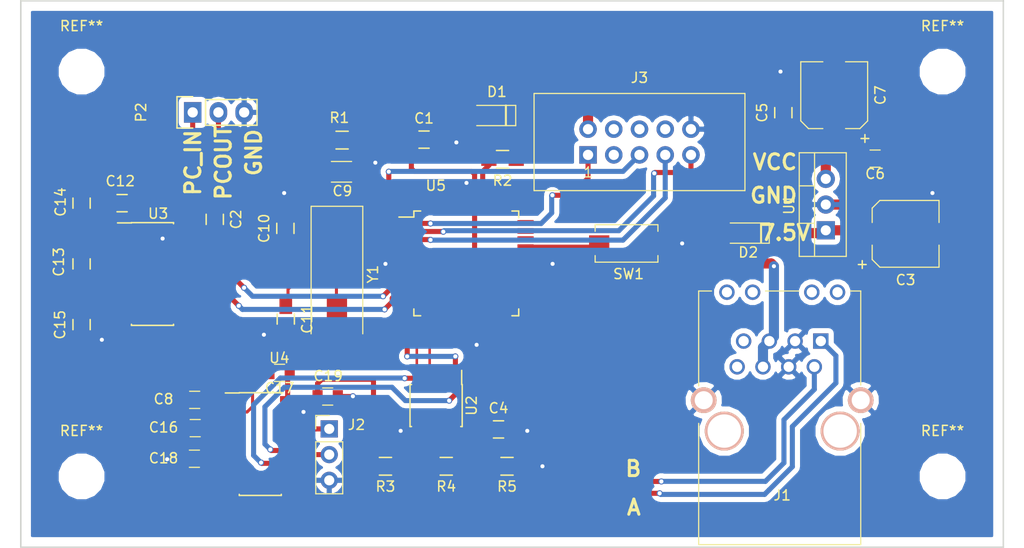
<source format=kicad_pcb>
(kicad_pcb (version 4) (host pcbnew 4.0.6)

  (general
    (links 96)
    (no_connects 0)
    (area 86.924999 46.924999 184.075001 101.075001)
    (thickness 1.6)
    (drawings 15)
    (tracks 401)
    (zones 0)
    (modules 41)
    (nets 74)
  )

  (page A4)
  (layers
    (0 F.Cu signal)
    (31 B.Cu signal)
    (32 B.Adhes user)
    (33 F.Adhes user)
    (34 B.Paste user)
    (35 F.Paste user)
    (36 B.SilkS user)
    (37 F.SilkS user)
    (38 B.Mask user)
    (39 F.Mask user)
    (40 Dwgs.User user)
    (41 Cmts.User user)
    (42 Eco1.User user)
    (43 Eco2.User user)
    (44 Edge.Cuts user)
    (45 Margin user)
    (46 B.CrtYd user)
    (47 F.CrtYd user)
    (48 B.Fab user)
    (49 F.Fab user)
  )

  (setup
    (last_trace_width 1)
    (user_trace_width 0.2)
    (user_trace_width 0.3)
    (user_trace_width 0.5)
    (user_trace_width 0.8)
    (user_trace_width 1)
    (trace_clearance 0.2)
    (zone_clearance 0.508)
    (zone_45_only no)
    (trace_min 0.2)
    (segment_width 0.2)
    (edge_width 0.15)
    (via_size 0.6)
    (via_drill 0.4)
    (via_min_size 0.4)
    (via_min_drill 0.3)
    (uvia_size 0.3)
    (uvia_drill 0.1)
    (uvias_allowed no)
    (uvia_min_size 0.2)
    (uvia_min_drill 0.1)
    (pcb_text_width 0.3)
    (pcb_text_size 1.5 1.5)
    (mod_edge_width 0.15)
    (mod_text_size 1 1)
    (mod_text_width 0.15)
    (pad_size 1.524 1.524)
    (pad_drill 0.762)
    (pad_to_mask_clearance 0.2)
    (aux_axis_origin 0 0)
    (visible_elements 7FFFFFFF)
    (pcbplotparams
      (layerselection 0x010f0_80000001)
      (usegerberextensions false)
      (excludeedgelayer true)
      (linewidth 0.100000)
      (plotframeref false)
      (viasonmask false)
      (mode 1)
      (useauxorigin false)
      (hpglpennumber 1)
      (hpglpenspeed 20)
      (hpglpendiameter 15)
      (hpglpenoverlay 2)
      (psnegative false)
      (psa4output false)
      (plotreference true)
      (plotvalue true)
      (plotinvisibletext false)
      (padsonsilk false)
      (subtractmaskfromsilk false)
      (outputformat 4)
      (mirror false)
      (drillshape 0)
      (scaleselection 1)
      (outputdirectory gerber))
  )

  (net 0 "")
  (net 1 GND)
  (net 2 VCC)
  (net 3 "Net-(C10-Pad1)")
  (net 4 "Net-(C11-Pad1)")
  (net 5 "Net-(C12-Pad1)")
  (net 6 "Net-(C12-Pad2)")
  (net 7 "Net-(C13-Pad1)")
  (net 8 "Net-(C13-Pad2)")
  (net 9 "Net-(C14-Pad2)")
  (net 10 "Net-(C15-Pad1)")
  (net 11 "Net-(D1-Pad1)")
  (net 12 /RXD0)
  (net 13 /TXD0)
  (net 14 /RXD1)
  (net 15 /TXD1)
  (net 16 /485CTL0)
  (net 17 /A)
  (net 18 /B)
  (net 19 /PC_RXD)
  (net 20 /PC_TXD)
  (net 21 "Net-(C3-Pad1)")
  (net 22 +9V)
  (net 23 "Net-(J1-Pad7)")
  (net 24 "Net-(J1-Pad8)")
  (net 25 "Net-(U3-Pad7)")
  (net 26 "Net-(U3-Pad8)")
  (net 27 "Net-(U3-Pad9)")
  (net 28 "Net-(U3-Pad10)")
  (net 29 "Net-(C8-Pad1)")
  (net 30 "Net-(C8-Pad2)")
  (net 31 "Net-(C16-Pad1)")
  (net 32 "Net-(C16-Pad2)")
  (net 33 "Net-(C17-Pad2)")
  (net 34 "Net-(C18-Pad1)")
  (net 35 /PC_IN)
  (net 36 /PC_OUT)
  (net 37 "Net-(U4-Pad7)")
  (net 38 "Net-(U4-Pad8)")
  (net 39 "Net-(U4-Pad9)")
  (net 40 "Net-(U4-Pad10)")
  (net 41 /RST)
  (net 42 /MOSI)
  (net 43 /MISO)
  (net 44 /SCK)
  (net 45 "Net-(J3-Pad3)")
  (net 46 "Net-(J3-Pad4)")
  (net 47 "Net-(J3-Pad6)")
  (net 48 "Net-(J3-Pad8)")
  (net 49 "Net-(R2-Pad2)")
  (net 50 "Net-(SW1-Pad1)")
  (net 51 "Net-(U5-Pad14)")
  (net 52 "Net-(U5-Pad15)")
  (net 53 "Net-(U5-Pad16)")
  (net 54 "Net-(U5-Pad19)")
  (net 55 "Net-(U5-Pad20)")
  (net 56 "Net-(U5-Pad21)")
  (net 57 "Net-(U5-Pad22)")
  (net 58 "Net-(U5-Pad23)")
  (net 59 "Net-(U5-Pad24)")
  (net 60 "Net-(U5-Pad25)")
  (net 61 "Net-(U5-Pad26)")
  (net 62 "Net-(U5-Pad29)")
  (net 63 "Net-(U5-Pad31)")
  (net 64 "Net-(U5-Pad32)")
  (net 65 "Net-(U5-Pad33)")
  (net 66 "Net-(U5-Pad34)")
  (net 67 "Net-(U5-Pad35)")
  (net 68 "Net-(U5-Pad36)")
  (net 69 "Net-(U5-Pad40)")
  (net 70 "Net-(U5-Pad41)")
  (net 71 "Net-(U5-Pad42)")
  (net 72 "Net-(U5-Pad43)")
  (net 73 "Net-(U5-Pad44)")

  (net_class Default 这是默认网络组.
    (clearance 0.2)
    (trace_width 0.25)
    (via_dia 0.6)
    (via_drill 0.4)
    (uvia_dia 0.3)
    (uvia_drill 0.1)
    (add_net +9V)
    (add_net /485CTL0)
    (add_net /A)
    (add_net /B)
    (add_net /MISO)
    (add_net /MOSI)
    (add_net /PC_IN)
    (add_net /PC_OUT)
    (add_net /PC_RXD)
    (add_net /PC_TXD)
    (add_net /RST)
    (add_net /RXD0)
    (add_net /RXD1)
    (add_net /SCK)
    (add_net /TXD0)
    (add_net /TXD1)
    (add_net GND)
    (add_net "Net-(C10-Pad1)")
    (add_net "Net-(C11-Pad1)")
    (add_net "Net-(C12-Pad1)")
    (add_net "Net-(C12-Pad2)")
    (add_net "Net-(C13-Pad1)")
    (add_net "Net-(C13-Pad2)")
    (add_net "Net-(C14-Pad2)")
    (add_net "Net-(C15-Pad1)")
    (add_net "Net-(C16-Pad1)")
    (add_net "Net-(C16-Pad2)")
    (add_net "Net-(C17-Pad2)")
    (add_net "Net-(C18-Pad1)")
    (add_net "Net-(C3-Pad1)")
    (add_net "Net-(C8-Pad1)")
    (add_net "Net-(C8-Pad2)")
    (add_net "Net-(D1-Pad1)")
    (add_net "Net-(J1-Pad7)")
    (add_net "Net-(J1-Pad8)")
    (add_net "Net-(J3-Pad3)")
    (add_net "Net-(J3-Pad4)")
    (add_net "Net-(J3-Pad6)")
    (add_net "Net-(J3-Pad8)")
    (add_net "Net-(R2-Pad2)")
    (add_net "Net-(SW1-Pad1)")
    (add_net "Net-(U3-Pad10)")
    (add_net "Net-(U3-Pad7)")
    (add_net "Net-(U3-Pad8)")
    (add_net "Net-(U3-Pad9)")
    (add_net "Net-(U4-Pad10)")
    (add_net "Net-(U4-Pad7)")
    (add_net "Net-(U4-Pad8)")
    (add_net "Net-(U4-Pad9)")
    (add_net "Net-(U5-Pad14)")
    (add_net "Net-(U5-Pad15)")
    (add_net "Net-(U5-Pad16)")
    (add_net "Net-(U5-Pad19)")
    (add_net "Net-(U5-Pad20)")
    (add_net "Net-(U5-Pad21)")
    (add_net "Net-(U5-Pad22)")
    (add_net "Net-(U5-Pad23)")
    (add_net "Net-(U5-Pad24)")
    (add_net "Net-(U5-Pad25)")
    (add_net "Net-(U5-Pad26)")
    (add_net "Net-(U5-Pad29)")
    (add_net "Net-(U5-Pad31)")
    (add_net "Net-(U5-Pad32)")
    (add_net "Net-(U5-Pad33)")
    (add_net "Net-(U5-Pad34)")
    (add_net "Net-(U5-Pad35)")
    (add_net "Net-(U5-Pad36)")
    (add_net "Net-(U5-Pad40)")
    (add_net "Net-(U5-Pad41)")
    (add_net "Net-(U5-Pad42)")
    (add_net "Net-(U5-Pad43)")
    (add_net "Net-(U5-Pad44)")
    (add_net VCC)
  )

  (module Mounting_Holes:MountingHole_3.5mm (layer F.Cu) (tedit 56D1B4CB) (tstamp 598C7395)
    (at 178 54)
    (descr "Mounting Hole 3.5mm, no annular")
    (tags "mounting hole 3.5mm no annular")
    (fp_text reference REF** (at 0 -4.5) (layer F.SilkS)
      (effects (font (size 1 1) (thickness 0.15)))
    )
    (fp_text value MountingHole_3.5mm (at 0 4.5) (layer F.Fab)
      (effects (font (size 1 1) (thickness 0.15)))
    )
    (fp_circle (center 0 0) (end 3.5 0) (layer Cmts.User) (width 0.15))
    (fp_circle (center 0 0) (end 3.75 0) (layer F.CrtYd) (width 0.05))
    (pad 1 np_thru_hole circle (at 0 0) (size 3.5 3.5) (drill 3.5) (layers *.Cu *.Mask))
  )

  (module Mounting_Holes:MountingHole_3.5mm (layer F.Cu) (tedit 56D1B4CB) (tstamp 598C7371)
    (at 178 94)
    (descr "Mounting Hole 3.5mm, no annular")
    (tags "mounting hole 3.5mm no annular")
    (fp_text reference REF** (at 0 -4.5) (layer F.SilkS)
      (effects (font (size 1 1) (thickness 0.15)))
    )
    (fp_text value MountingHole_3.5mm (at 0 4.5) (layer F.Fab)
      (effects (font (size 1 1) (thickness 0.15)))
    )
    (fp_circle (center 0 0) (end 3.5 0) (layer Cmts.User) (width 0.15))
    (fp_circle (center 0 0) (end 3.75 0) (layer F.CrtYd) (width 0.05))
    (pad 1 np_thru_hole circle (at 0 0) (size 3.5 3.5) (drill 3.5) (layers *.Cu *.Mask))
  )

  (module Mounting_Holes:MountingHole_3.5mm (layer F.Cu) (tedit 56D1B4CB) (tstamp 598C7368)
    (at 93 94)
    (descr "Mounting Hole 3.5mm, no annular")
    (tags "mounting hole 3.5mm no annular")
    (fp_text reference REF** (at 0 -4.5) (layer F.SilkS)
      (effects (font (size 1 1) (thickness 0.15)))
    )
    (fp_text value MountingHole_3.5mm (at 0 4.5) (layer F.Fab)
      (effects (font (size 1 1) (thickness 0.15)))
    )
    (fp_circle (center 0 0) (end 3.5 0) (layer Cmts.User) (width 0.15))
    (fp_circle (center 0 0) (end 3.75 0) (layer F.CrtYd) (width 0.05))
    (pad 1 np_thru_hole circle (at 0 0) (size 3.5 3.5) (drill 3.5) (layers *.Cu *.Mask))
  )

  (module Capacitors_SMD:C_0805_HandSoldering (layer F.Cu) (tedit 541A9B8D) (tstamp 5922A75F)
    (at 106.15 68.6 270)
    (descr "Capacitor SMD 0805, hand soldering")
    (tags "capacitor 0805")
    (path /5923346E)
    (attr smd)
    (fp_text reference C2 (at 0 -2.1 270) (layer F.SilkS)
      (effects (font (size 1 1) (thickness 0.15)))
    )
    (fp_text value C (at 0 2.1 270) (layer F.Fab)
      (effects (font (size 1 1) (thickness 0.15)))
    )
    (fp_line (start -1 0.625) (end -1 -0.625) (layer F.Fab) (width 0.15))
    (fp_line (start 1 0.625) (end -1 0.625) (layer F.Fab) (width 0.15))
    (fp_line (start 1 -0.625) (end 1 0.625) (layer F.Fab) (width 0.15))
    (fp_line (start -1 -0.625) (end 1 -0.625) (layer F.Fab) (width 0.15))
    (fp_line (start -2.3 -1) (end 2.3 -1) (layer F.CrtYd) (width 0.05))
    (fp_line (start -2.3 1) (end 2.3 1) (layer F.CrtYd) (width 0.05))
    (fp_line (start -2.3 -1) (end -2.3 1) (layer F.CrtYd) (width 0.05))
    (fp_line (start 2.3 -1) (end 2.3 1) (layer F.CrtYd) (width 0.05))
    (fp_line (start 0.5 -0.85) (end -0.5 -0.85) (layer F.SilkS) (width 0.15))
    (fp_line (start -0.5 0.85) (end 0.5 0.85) (layer F.SilkS) (width 0.15))
    (pad 1 smd rect (at -1.25 0 270) (size 1.5 1.25) (layers F.Cu F.Paste F.Mask)
      (net 2 VCC))
    (pad 2 smd rect (at 1.25 0 270) (size 1.5 1.25) (layers F.Cu F.Paste F.Mask)
      (net 1 GND))
    (model Capacitors_SMD.3dshapes/C_0805_HandSoldering.wrl
      (at (xyz 0 0 0))
      (scale (xyz 1 1 1))
      (rotate (xyz 0 0 0))
    )
  )

  (module Capacitors_SMD:C_0805_HandSoldering (layer F.Cu) (tedit 541A9B8D) (tstamp 5922A76B)
    (at 134.1628 89.3572)
    (descr "Capacitor SMD 0805, hand soldering")
    (tags "capacitor 0805")
    (path /592334CE)
    (attr smd)
    (fp_text reference C4 (at 0 -2.1) (layer F.SilkS)
      (effects (font (size 1 1) (thickness 0.15)))
    )
    (fp_text value C (at 0 2.1) (layer F.Fab)
      (effects (font (size 1 1) (thickness 0.15)))
    )
    (fp_line (start -1 0.625) (end -1 -0.625) (layer F.Fab) (width 0.15))
    (fp_line (start 1 0.625) (end -1 0.625) (layer F.Fab) (width 0.15))
    (fp_line (start 1 -0.625) (end 1 0.625) (layer F.Fab) (width 0.15))
    (fp_line (start -1 -0.625) (end 1 -0.625) (layer F.Fab) (width 0.15))
    (fp_line (start -2.3 -1) (end 2.3 -1) (layer F.CrtYd) (width 0.05))
    (fp_line (start -2.3 1) (end 2.3 1) (layer F.CrtYd) (width 0.05))
    (fp_line (start -2.3 -1) (end -2.3 1) (layer F.CrtYd) (width 0.05))
    (fp_line (start 2.3 -1) (end 2.3 1) (layer F.CrtYd) (width 0.05))
    (fp_line (start 0.5 -0.85) (end -0.5 -0.85) (layer F.SilkS) (width 0.15))
    (fp_line (start -0.5 0.85) (end 0.5 0.85) (layer F.SilkS) (width 0.15))
    (pad 1 smd rect (at -1.25 0) (size 1.5 1.25) (layers F.Cu F.Paste F.Mask)
      (net 2 VCC))
    (pad 2 smd rect (at 1.25 0) (size 1.5 1.25) (layers F.Cu F.Paste F.Mask)
      (net 1 GND))
    (model Capacitors_SMD.3dshapes/C_0805_HandSoldering.wrl
      (at (xyz 0 0 0))
      (scale (xyz 1 1 1))
      (rotate (xyz 0 0 0))
    )
  )

  (module Capacitors_SMD:C_0805_HandSoldering (layer F.Cu) (tedit 541A9B8D) (tstamp 5922A771)
    (at 162.28 58.06 90)
    (descr "Capacitor SMD 0805, hand soldering")
    (tags "capacitor 0805")
    (path /5923353A)
    (attr smd)
    (fp_text reference C5 (at 0 -2.1 90) (layer F.SilkS)
      (effects (font (size 1 1) (thickness 0.15)))
    )
    (fp_text value C (at 0 2.1 90) (layer F.Fab)
      (effects (font (size 1 1) (thickness 0.15)))
    )
    (fp_line (start -1 0.625) (end -1 -0.625) (layer F.Fab) (width 0.15))
    (fp_line (start 1 0.625) (end -1 0.625) (layer F.Fab) (width 0.15))
    (fp_line (start 1 -0.625) (end 1 0.625) (layer F.Fab) (width 0.15))
    (fp_line (start -1 -0.625) (end 1 -0.625) (layer F.Fab) (width 0.15))
    (fp_line (start -2.3 -1) (end 2.3 -1) (layer F.CrtYd) (width 0.05))
    (fp_line (start -2.3 1) (end 2.3 1) (layer F.CrtYd) (width 0.05))
    (fp_line (start -2.3 -1) (end -2.3 1) (layer F.CrtYd) (width 0.05))
    (fp_line (start 2.3 -1) (end 2.3 1) (layer F.CrtYd) (width 0.05))
    (fp_line (start 0.5 -0.85) (end -0.5 -0.85) (layer F.SilkS) (width 0.15))
    (fp_line (start -0.5 0.85) (end 0.5 0.85) (layer F.SilkS) (width 0.15))
    (pad 1 smd rect (at -1.25 0 90) (size 1.5 1.25) (layers F.Cu F.Paste F.Mask)
      (net 2 VCC))
    (pad 2 smd rect (at 1.25 0 90) (size 1.5 1.25) (layers F.Cu F.Paste F.Mask)
      (net 1 GND))
    (model Capacitors_SMD.3dshapes/C_0805_HandSoldering.wrl
      (at (xyz 0 0 0))
      (scale (xyz 1 1 1))
      (rotate (xyz 0 0 0))
    )
  )

  (module Capacitors_SMD:C_0805_HandSoldering (layer F.Cu) (tedit 541A9B8D) (tstamp 5922A78F)
    (at 113.12 69.49 90)
    (descr "Capacitor SMD 0805, hand soldering")
    (tags "capacitor 0805")
    (path /59226AF1)
    (attr smd)
    (fp_text reference C10 (at 0 -2.1 90) (layer F.SilkS)
      (effects (font (size 1 1) (thickness 0.15)))
    )
    (fp_text value C (at 0 2.1 90) (layer F.Fab)
      (effects (font (size 1 1) (thickness 0.15)))
    )
    (fp_line (start -1 0.625) (end -1 -0.625) (layer F.Fab) (width 0.15))
    (fp_line (start 1 0.625) (end -1 0.625) (layer F.Fab) (width 0.15))
    (fp_line (start 1 -0.625) (end 1 0.625) (layer F.Fab) (width 0.15))
    (fp_line (start -1 -0.625) (end 1 -0.625) (layer F.Fab) (width 0.15))
    (fp_line (start -2.3 -1) (end 2.3 -1) (layer F.CrtYd) (width 0.05))
    (fp_line (start -2.3 1) (end 2.3 1) (layer F.CrtYd) (width 0.05))
    (fp_line (start -2.3 -1) (end -2.3 1) (layer F.CrtYd) (width 0.05))
    (fp_line (start 2.3 -1) (end 2.3 1) (layer F.CrtYd) (width 0.05))
    (fp_line (start 0.5 -0.85) (end -0.5 -0.85) (layer F.SilkS) (width 0.15))
    (fp_line (start -0.5 0.85) (end 0.5 0.85) (layer F.SilkS) (width 0.15))
    (pad 1 smd rect (at -1.25 0 90) (size 1.5 1.25) (layers F.Cu F.Paste F.Mask)
      (net 3 "Net-(C10-Pad1)"))
    (pad 2 smd rect (at 1.25 0 90) (size 1.5 1.25) (layers F.Cu F.Paste F.Mask)
      (net 1 GND))
    (model Capacitors_SMD.3dshapes/C_0805_HandSoldering.wrl
      (at (xyz 0 0 0))
      (scale (xyz 1 1 1))
      (rotate (xyz 0 0 0))
    )
  )

  (module Capacitors_SMD:C_0805_HandSoldering (layer F.Cu) (tedit 541A9B8D) (tstamp 5922A795)
    (at 113.16 78.45 270)
    (descr "Capacitor SMD 0805, hand soldering")
    (tags "capacitor 0805")
    (path /59226B18)
    (attr smd)
    (fp_text reference C11 (at 0 -2.1 270) (layer F.SilkS)
      (effects (font (size 1 1) (thickness 0.15)))
    )
    (fp_text value C (at 0 2.1 270) (layer F.Fab)
      (effects (font (size 1 1) (thickness 0.15)))
    )
    (fp_line (start -1 0.625) (end -1 -0.625) (layer F.Fab) (width 0.15))
    (fp_line (start 1 0.625) (end -1 0.625) (layer F.Fab) (width 0.15))
    (fp_line (start 1 -0.625) (end 1 0.625) (layer F.Fab) (width 0.15))
    (fp_line (start -1 -0.625) (end 1 -0.625) (layer F.Fab) (width 0.15))
    (fp_line (start -2.3 -1) (end 2.3 -1) (layer F.CrtYd) (width 0.05))
    (fp_line (start -2.3 1) (end 2.3 1) (layer F.CrtYd) (width 0.05))
    (fp_line (start -2.3 -1) (end -2.3 1) (layer F.CrtYd) (width 0.05))
    (fp_line (start 2.3 -1) (end 2.3 1) (layer F.CrtYd) (width 0.05))
    (fp_line (start 0.5 -0.85) (end -0.5 -0.85) (layer F.SilkS) (width 0.15))
    (fp_line (start -0.5 0.85) (end 0.5 0.85) (layer F.SilkS) (width 0.15))
    (pad 1 smd rect (at -1.25 0 270) (size 1.5 1.25) (layers F.Cu F.Paste F.Mask)
      (net 4 "Net-(C11-Pad1)"))
    (pad 2 smd rect (at 1.25 0 270) (size 1.5 1.25) (layers F.Cu F.Paste F.Mask)
      (net 1 GND))
    (model Capacitors_SMD.3dshapes/C_0805_HandSoldering.wrl
      (at (xyz 0 0 0))
      (scale (xyz 1 1 1))
      (rotate (xyz 0 0 0))
    )
  )

  (module Capacitors_SMD:C_0805_HandSoldering (layer F.Cu) (tedit 598C6E69) (tstamp 5922A79B)
    (at 97 67 180)
    (descr "Capacitor SMD 0805, hand soldering")
    (tags "capacitor 0805")
    (path /5922DBBD)
    (attr smd)
    (fp_text reference C12 (at 0.18 2.18 180) (layer F.SilkS)
      (effects (font (size 1 1) (thickness 0.15)))
    )
    (fp_text value C (at 0 2.1 180) (layer F.Fab)
      (effects (font (size 1 1) (thickness 0.15)))
    )
    (fp_line (start -1 0.625) (end -1 -0.625) (layer F.Fab) (width 0.15))
    (fp_line (start 1 0.625) (end -1 0.625) (layer F.Fab) (width 0.15))
    (fp_line (start 1 -0.625) (end 1 0.625) (layer F.Fab) (width 0.15))
    (fp_line (start -1 -0.625) (end 1 -0.625) (layer F.Fab) (width 0.15))
    (fp_line (start -2.3 -1) (end 2.3 -1) (layer F.CrtYd) (width 0.05))
    (fp_line (start -2.3 1) (end 2.3 1) (layer F.CrtYd) (width 0.05))
    (fp_line (start -2.3 -1) (end -2.3 1) (layer F.CrtYd) (width 0.05))
    (fp_line (start 2.3 -1) (end 2.3 1) (layer F.CrtYd) (width 0.05))
    (fp_line (start 0.5 -0.85) (end -0.5 -0.85) (layer F.SilkS) (width 0.15))
    (fp_line (start -0.5 0.85) (end 0.5 0.85) (layer F.SilkS) (width 0.15))
    (pad 1 smd rect (at -1.25 0 180) (size 1.5 1.25) (layers F.Cu F.Paste F.Mask)
      (net 5 "Net-(C12-Pad1)"))
    (pad 2 smd rect (at 1.25 0 180) (size 1.5 1.25) (layers F.Cu F.Paste F.Mask)
      (net 6 "Net-(C12-Pad2)"))
    (model Capacitors_SMD.3dshapes/C_0805_HandSoldering.wrl
      (at (xyz 0 0 0))
      (scale (xyz 1 1 1))
      (rotate (xyz 0 0 0))
    )
  )

  (module Capacitors_SMD:C_0805_HandSoldering (layer F.Cu) (tedit 598C6E60) (tstamp 5922A7A1)
    (at 93 73 270)
    (descr "Capacitor SMD 0805, hand soldering")
    (tags "capacitor 0805")
    (path /5922DAB7)
    (attr smd)
    (fp_text reference C13 (at -0.19 2.25 270) (layer F.SilkS)
      (effects (font (size 1 1) (thickness 0.15)))
    )
    (fp_text value C (at 0 2.1 270) (layer F.Fab)
      (effects (font (size 1 1) (thickness 0.15)))
    )
    (fp_line (start -1 0.625) (end -1 -0.625) (layer F.Fab) (width 0.15))
    (fp_line (start 1 0.625) (end -1 0.625) (layer F.Fab) (width 0.15))
    (fp_line (start 1 -0.625) (end 1 0.625) (layer F.Fab) (width 0.15))
    (fp_line (start -1 -0.625) (end 1 -0.625) (layer F.Fab) (width 0.15))
    (fp_line (start -2.3 -1) (end 2.3 -1) (layer F.CrtYd) (width 0.05))
    (fp_line (start -2.3 1) (end 2.3 1) (layer F.CrtYd) (width 0.05))
    (fp_line (start -2.3 -1) (end -2.3 1) (layer F.CrtYd) (width 0.05))
    (fp_line (start 2.3 -1) (end 2.3 1) (layer F.CrtYd) (width 0.05))
    (fp_line (start 0.5 -0.85) (end -0.5 -0.85) (layer F.SilkS) (width 0.15))
    (fp_line (start -0.5 0.85) (end 0.5 0.85) (layer F.SilkS) (width 0.15))
    (pad 1 smd rect (at -1.25 0 270) (size 1.5 1.25) (layers F.Cu F.Paste F.Mask)
      (net 7 "Net-(C13-Pad1)"))
    (pad 2 smd rect (at 1.25 0 270) (size 1.5 1.25) (layers F.Cu F.Paste F.Mask)
      (net 8 "Net-(C13-Pad2)"))
    (model Capacitors_SMD.3dshapes/C_0805_HandSoldering.wrl
      (at (xyz 0 0 0))
      (scale (xyz 1 1 1))
      (rotate (xyz 0 0 0))
    )
  )

  (module Capacitors_SMD:C_0805_HandSoldering (layer F.Cu) (tedit 598C6E5B) (tstamp 5922A7A7)
    (at 93 67 270)
    (descr "Capacitor SMD 0805, hand soldering")
    (tags "capacitor 0805")
    (path /5922DCED)
    (attr smd)
    (fp_text reference C14 (at -0.11 2.08 270) (layer F.SilkS)
      (effects (font (size 1 1) (thickness 0.15)))
    )
    (fp_text value C (at 0 2.1 270) (layer F.Fab)
      (effects (font (size 1 1) (thickness 0.15)))
    )
    (fp_line (start -1 0.625) (end -1 -0.625) (layer F.Fab) (width 0.15))
    (fp_line (start 1 0.625) (end -1 0.625) (layer F.Fab) (width 0.15))
    (fp_line (start 1 -0.625) (end 1 0.625) (layer F.Fab) (width 0.15))
    (fp_line (start -1 -0.625) (end 1 -0.625) (layer F.Fab) (width 0.15))
    (fp_line (start -2.3 -1) (end 2.3 -1) (layer F.CrtYd) (width 0.05))
    (fp_line (start -2.3 1) (end 2.3 1) (layer F.CrtYd) (width 0.05))
    (fp_line (start -2.3 -1) (end -2.3 1) (layer F.CrtYd) (width 0.05))
    (fp_line (start 2.3 -1) (end 2.3 1) (layer F.CrtYd) (width 0.05))
    (fp_line (start 0.5 -0.85) (end -0.5 -0.85) (layer F.SilkS) (width 0.15))
    (fp_line (start -0.5 0.85) (end 0.5 0.85) (layer F.SilkS) (width 0.15))
    (pad 1 smd rect (at -1.25 0 270) (size 1.5 1.25) (layers F.Cu F.Paste F.Mask)
      (net 2 VCC))
    (pad 2 smd rect (at 1.25 0 270) (size 1.5 1.25) (layers F.Cu F.Paste F.Mask)
      (net 9 "Net-(C14-Pad2)"))
    (model Capacitors_SMD.3dshapes/C_0805_HandSoldering.wrl
      (at (xyz 0 0 0))
      (scale (xyz 1 1 1))
      (rotate (xyz 0 0 0))
    )
  )

  (module Capacitors_SMD:C_0805_HandSoldering (layer F.Cu) (tedit 598C6E63) (tstamp 5922A7AD)
    (at 93 79 270)
    (descr "Capacitor SMD 0805, hand soldering")
    (tags "capacitor 0805")
    (path /5922E306)
    (attr smd)
    (fp_text reference C15 (at 0.02 2.13 270) (layer F.SilkS)
      (effects (font (size 1 1) (thickness 0.15)))
    )
    (fp_text value C (at 0 2.1 270) (layer F.Fab)
      (effects (font (size 1 1) (thickness 0.15)))
    )
    (fp_line (start -1 0.625) (end -1 -0.625) (layer F.Fab) (width 0.15))
    (fp_line (start 1 0.625) (end -1 0.625) (layer F.Fab) (width 0.15))
    (fp_line (start 1 -0.625) (end 1 0.625) (layer F.Fab) (width 0.15))
    (fp_line (start -1 -0.625) (end 1 -0.625) (layer F.Fab) (width 0.15))
    (fp_line (start -2.3 -1) (end 2.3 -1) (layer F.CrtYd) (width 0.05))
    (fp_line (start -2.3 1) (end 2.3 1) (layer F.CrtYd) (width 0.05))
    (fp_line (start -2.3 -1) (end -2.3 1) (layer F.CrtYd) (width 0.05))
    (fp_line (start 2.3 -1) (end 2.3 1) (layer F.CrtYd) (width 0.05))
    (fp_line (start 0.5 -0.85) (end -0.5 -0.85) (layer F.SilkS) (width 0.15))
    (fp_line (start -0.5 0.85) (end 0.5 0.85) (layer F.SilkS) (width 0.15))
    (pad 1 smd rect (at -1.25 0 270) (size 1.5 1.25) (layers F.Cu F.Paste F.Mask)
      (net 10 "Net-(C15-Pad1)"))
    (pad 2 smd rect (at 1.25 0 270) (size 1.5 1.25) (layers F.Cu F.Paste F.Mask)
      (net 1 GND))
    (model Capacitors_SMD.3dshapes/C_0805_HandSoldering.wrl
      (at (xyz 0 0 0))
      (scale (xyz 1 1 1))
      (rotate (xyz 0 0 0))
    )
  )

  (module Pin_Headers:Pin_Header_Straight_1x03 (layer F.Cu) (tedit 0) (tstamp 5922A7FE)
    (at 103.97 58.03 90)
    (descr "Through hole pin header")
    (tags "pin header")
    (path /5923A565)
    (fp_text reference P2 (at 0 -5.1 90) (layer F.SilkS)
      (effects (font (size 1 1) (thickness 0.15)))
    )
    (fp_text value CONN_01X03 (at 0 -3.1 90) (layer F.Fab)
      (effects (font (size 1 1) (thickness 0.15)))
    )
    (fp_line (start -1.75 -1.75) (end -1.75 6.85) (layer F.CrtYd) (width 0.05))
    (fp_line (start 1.75 -1.75) (end 1.75 6.85) (layer F.CrtYd) (width 0.05))
    (fp_line (start -1.75 -1.75) (end 1.75 -1.75) (layer F.CrtYd) (width 0.05))
    (fp_line (start -1.75 6.85) (end 1.75 6.85) (layer F.CrtYd) (width 0.05))
    (fp_line (start -1.27 1.27) (end -1.27 6.35) (layer F.SilkS) (width 0.15))
    (fp_line (start -1.27 6.35) (end 1.27 6.35) (layer F.SilkS) (width 0.15))
    (fp_line (start 1.27 6.35) (end 1.27 1.27) (layer F.SilkS) (width 0.15))
    (fp_line (start 1.55 -1.55) (end 1.55 0) (layer F.SilkS) (width 0.15))
    (fp_line (start 1.27 1.27) (end -1.27 1.27) (layer F.SilkS) (width 0.15))
    (fp_line (start -1.55 0) (end -1.55 -1.55) (layer F.SilkS) (width 0.15))
    (fp_line (start -1.55 -1.55) (end 1.55 -1.55) (layer F.SilkS) (width 0.15))
    (pad 1 thru_hole rect (at 0 0 90) (size 2.032 1.7272) (drill 1.016) (layers *.Cu *.Mask)
      (net 19 /PC_RXD))
    (pad 2 thru_hole oval (at 0 2.54 90) (size 2.032 1.7272) (drill 1.016) (layers *.Cu *.Mask)
      (net 20 /PC_TXD))
    (pad 3 thru_hole oval (at 0 5.08 90) (size 2.032 1.7272) (drill 1.016) (layers *.Cu *.Mask)
      (net 1 GND))
    (model Pin_Headers.3dshapes/Pin_Header_Straight_1x03.wrl
      (at (xyz 0 -0.1 0))
      (scale (xyz 1 1 1))
      (rotate (xyz 0 0 90))
    )
  )

  (module Resistors_SMD:R_0805_HandSoldering (layer F.Cu) (tedit 598C6E75) (tstamp 5922A804)
    (at 118.72 60.77 180)
    (descr "Resistor SMD 0805, hand soldering")
    (tags "resistor 0805")
    (path /592110EC)
    (attr smd)
    (fp_text reference R1 (at 0.27 2.21 180) (layer F.SilkS)
      (effects (font (size 1 1) (thickness 0.15)))
    )
    (fp_text value R (at 0 2.1 180) (layer F.Fab)
      (effects (font (size 1 1) (thickness 0.15)))
    )
    (fp_line (start -1 0.625) (end -1 -0.625) (layer F.Fab) (width 0.1))
    (fp_line (start 1 0.625) (end -1 0.625) (layer F.Fab) (width 0.1))
    (fp_line (start 1 -0.625) (end 1 0.625) (layer F.Fab) (width 0.1))
    (fp_line (start -1 -0.625) (end 1 -0.625) (layer F.Fab) (width 0.1))
    (fp_line (start -2.4 -1) (end 2.4 -1) (layer F.CrtYd) (width 0.05))
    (fp_line (start -2.4 1) (end 2.4 1) (layer F.CrtYd) (width 0.05))
    (fp_line (start -2.4 -1) (end -2.4 1) (layer F.CrtYd) (width 0.05))
    (fp_line (start 2.4 -1) (end 2.4 1) (layer F.CrtYd) (width 0.05))
    (fp_line (start 0.6 0.875) (end -0.6 0.875) (layer F.SilkS) (width 0.15))
    (fp_line (start -0.6 -0.875) (end 0.6 -0.875) (layer F.SilkS) (width 0.15))
    (pad 1 smd rect (at -1.35 0 180) (size 1.5 1.3) (layers F.Cu F.Paste F.Mask)
      (net 2 VCC))
    (pad 2 smd rect (at 1.35 0 180) (size 1.5 1.3) (layers F.Cu F.Paste F.Mask)
      (net 41 /RST))
    (model Resistors_SMD.3dshapes/R_0805_HandSoldering.wrl
      (at (xyz 0 0 0))
      (scale (xyz 1 1 1))
      (rotate (xyz 0 0 0))
    )
  )

  (module Resistors_SMD:R_0805_HandSoldering (layer F.Cu) (tedit 58307B90) (tstamp 5922A80A)
    (at 134.56 62.67 180)
    (descr "Resistor SMD 0805, hand soldering")
    (tags "resistor 0805")
    (path /5922C8B5)
    (attr smd)
    (fp_text reference R2 (at 0 -2.1 180) (layer F.SilkS)
      (effects (font (size 1 1) (thickness 0.15)))
    )
    (fp_text value R (at 0 2.1 180) (layer F.Fab)
      (effects (font (size 1 1) (thickness 0.15)))
    )
    (fp_line (start -1 0.625) (end -1 -0.625) (layer F.Fab) (width 0.1))
    (fp_line (start 1 0.625) (end -1 0.625) (layer F.Fab) (width 0.1))
    (fp_line (start 1 -0.625) (end 1 0.625) (layer F.Fab) (width 0.1))
    (fp_line (start -1 -0.625) (end 1 -0.625) (layer F.Fab) (width 0.1))
    (fp_line (start -2.4 -1) (end 2.4 -1) (layer F.CrtYd) (width 0.05))
    (fp_line (start -2.4 1) (end 2.4 1) (layer F.CrtYd) (width 0.05))
    (fp_line (start -2.4 -1) (end -2.4 1) (layer F.CrtYd) (width 0.05))
    (fp_line (start 2.4 -1) (end 2.4 1) (layer F.CrtYd) (width 0.05))
    (fp_line (start 0.6 0.875) (end -0.6 0.875) (layer F.SilkS) (width 0.15))
    (fp_line (start -0.6 -0.875) (end 0.6 -0.875) (layer F.SilkS) (width 0.15))
    (pad 1 smd rect (at -1.35 0 180) (size 1.5 1.3) (layers F.Cu F.Paste F.Mask)
      (net 11 "Net-(D1-Pad1)"))
    (pad 2 smd rect (at 1.35 0 180) (size 1.5 1.3) (layers F.Cu F.Paste F.Mask)
      (net 49 "Net-(R2-Pad2)"))
    (model Resistors_SMD.3dshapes/R_0805_HandSoldering.wrl
      (at (xyz 0 0 0))
      (scale (xyz 1 1 1))
      (rotate (xyz 0 0 0))
    )
  )

  (module Resistors_SMD:R_0805_HandSoldering (layer F.Cu) (tedit 598C744B) (tstamp 5922A810)
    (at 123 93)
    (descr "Resistor SMD 0805, hand soldering")
    (tags "resistor 0805")
    (path /5922CC76)
    (attr smd)
    (fp_text reference R3 (at 0 2) (layer F.SilkS)
      (effects (font (size 1 1) (thickness 0.15)))
    )
    (fp_text value R (at 0 2.1) (layer F.Fab)
      (effects (font (size 1 1) (thickness 0.15)))
    )
    (fp_line (start -1 0.625) (end -1 -0.625) (layer F.Fab) (width 0.1))
    (fp_line (start 1 0.625) (end -1 0.625) (layer F.Fab) (width 0.1))
    (fp_line (start 1 -0.625) (end 1 0.625) (layer F.Fab) (width 0.1))
    (fp_line (start -1 -0.625) (end 1 -0.625) (layer F.Fab) (width 0.1))
    (fp_line (start -2.4 -1) (end 2.4 -1) (layer F.CrtYd) (width 0.05))
    (fp_line (start -2.4 1) (end 2.4 1) (layer F.CrtYd) (width 0.05))
    (fp_line (start -2.4 -1) (end -2.4 1) (layer F.CrtYd) (width 0.05))
    (fp_line (start 2.4 -1) (end 2.4 1) (layer F.CrtYd) (width 0.05))
    (fp_line (start 0.6 0.875) (end -0.6 0.875) (layer F.SilkS) (width 0.15))
    (fp_line (start -0.6 -0.875) (end 0.6 -0.875) (layer F.SilkS) (width 0.15))
    (pad 1 smd rect (at -1.35 0) (size 1.5 1.3) (layers F.Cu F.Paste F.Mask)
      (net 2 VCC))
    (pad 2 smd rect (at 1.35 0) (size 1.5 1.3) (layers F.Cu F.Paste F.Mask)
      (net 17 /A))
    (model Resistors_SMD.3dshapes/R_0805_HandSoldering.wrl
      (at (xyz 0 0 0))
      (scale (xyz 1 1 1))
      (rotate (xyz 0 0 0))
    )
  )

  (module Resistors_SMD:R_0805_HandSoldering (layer F.Cu) (tedit 598C7448) (tstamp 5922A816)
    (at 129 93)
    (descr "Resistor SMD 0805, hand soldering")
    (tags "resistor 0805")
    (path /5922CE9B)
    (attr smd)
    (fp_text reference R4 (at 0 2) (layer F.SilkS)
      (effects (font (size 1 1) (thickness 0.15)))
    )
    (fp_text value R (at 0 2.1) (layer F.Fab)
      (effects (font (size 1 1) (thickness 0.15)))
    )
    (fp_line (start -1 0.625) (end -1 -0.625) (layer F.Fab) (width 0.1))
    (fp_line (start 1 0.625) (end -1 0.625) (layer F.Fab) (width 0.1))
    (fp_line (start 1 -0.625) (end 1 0.625) (layer F.Fab) (width 0.1))
    (fp_line (start -1 -0.625) (end 1 -0.625) (layer F.Fab) (width 0.1))
    (fp_line (start -2.4 -1) (end 2.4 -1) (layer F.CrtYd) (width 0.05))
    (fp_line (start -2.4 1) (end 2.4 1) (layer F.CrtYd) (width 0.05))
    (fp_line (start -2.4 -1) (end -2.4 1) (layer F.CrtYd) (width 0.05))
    (fp_line (start 2.4 -1) (end 2.4 1) (layer F.CrtYd) (width 0.05))
    (fp_line (start 0.6 0.875) (end -0.6 0.875) (layer F.SilkS) (width 0.15))
    (fp_line (start -0.6 -0.875) (end 0.6 -0.875) (layer F.SilkS) (width 0.15))
    (pad 1 smd rect (at -1.35 0) (size 1.5 1.3) (layers F.Cu F.Paste F.Mask)
      (net 17 /A))
    (pad 2 smd rect (at 1.35 0) (size 1.5 1.3) (layers F.Cu F.Paste F.Mask)
      (net 18 /B))
    (model Resistors_SMD.3dshapes/R_0805_HandSoldering.wrl
      (at (xyz 0 0 0))
      (scale (xyz 1 1 1))
      (rotate (xyz 0 0 0))
    )
  )

  (module Resistors_SMD:R_0805_HandSoldering (layer F.Cu) (tedit 598C744F) (tstamp 5922A81C)
    (at 135 93)
    (descr "Resistor SMD 0805, hand soldering")
    (tags "resistor 0805")
    (path /5922CCAE)
    (attr smd)
    (fp_text reference R5 (at 0 2) (layer F.SilkS)
      (effects (font (size 1 1) (thickness 0.15)))
    )
    (fp_text value R (at 0 2.1) (layer F.Fab)
      (effects (font (size 1 1) (thickness 0.15)))
    )
    (fp_line (start -1 0.625) (end -1 -0.625) (layer F.Fab) (width 0.1))
    (fp_line (start 1 0.625) (end -1 0.625) (layer F.Fab) (width 0.1))
    (fp_line (start 1 -0.625) (end 1 0.625) (layer F.Fab) (width 0.1))
    (fp_line (start -1 -0.625) (end 1 -0.625) (layer F.Fab) (width 0.1))
    (fp_line (start -2.4 -1) (end 2.4 -1) (layer F.CrtYd) (width 0.05))
    (fp_line (start -2.4 1) (end 2.4 1) (layer F.CrtYd) (width 0.05))
    (fp_line (start -2.4 -1) (end -2.4 1) (layer F.CrtYd) (width 0.05))
    (fp_line (start 2.4 -1) (end 2.4 1) (layer F.CrtYd) (width 0.05))
    (fp_line (start 0.6 0.875) (end -0.6 0.875) (layer F.SilkS) (width 0.15))
    (fp_line (start -0.6 -0.875) (end 0.6 -0.875) (layer F.SilkS) (width 0.15))
    (pad 1 smd rect (at -1.35 0) (size 1.5 1.3) (layers F.Cu F.Paste F.Mask)
      (net 18 /B))
    (pad 2 smd rect (at 1.35 0) (size 1.5 1.3) (layers F.Cu F.Paste F.Mask)
      (net 1 GND))
    (model Resistors_SMD.3dshapes/R_0805_HandSoldering.wrl
      (at (xyz 0 0 0))
      (scale (xyz 1 1 1))
      (rotate (xyz 0 0 0))
    )
  )

  (module Housings_SOIC:SOIC-8_3.9x4.9mm_Pitch1.27mm (layer F.Cu) (tedit 54130A77) (tstamp 5922A837)
    (at 128 87 270)
    (descr "8-Lead Plastic Small Outline (SN) - Narrow, 3.90 mm Body [SOIC] (see Microchip Packaging Specification 00000049BS.pdf)")
    (tags "SOIC 1.27")
    (path /59229BC5)
    (attr smd)
    (fp_text reference U2 (at 0 -3.5 270) (layer F.SilkS)
      (effects (font (size 1 1) (thickness 0.15)))
    )
    (fp_text value SP3485CN (at 0 3.5 270) (layer F.Fab)
      (effects (font (size 1 1) (thickness 0.15)))
    )
    (fp_line (start -0.95 -2.45) (end 1.95 -2.45) (layer F.Fab) (width 0.15))
    (fp_line (start 1.95 -2.45) (end 1.95 2.45) (layer F.Fab) (width 0.15))
    (fp_line (start 1.95 2.45) (end -1.95 2.45) (layer F.Fab) (width 0.15))
    (fp_line (start -1.95 2.45) (end -1.95 -1.45) (layer F.Fab) (width 0.15))
    (fp_line (start -1.95 -1.45) (end -0.95 -2.45) (layer F.Fab) (width 0.15))
    (fp_line (start -3.75 -2.75) (end -3.75 2.75) (layer F.CrtYd) (width 0.05))
    (fp_line (start 3.75 -2.75) (end 3.75 2.75) (layer F.CrtYd) (width 0.05))
    (fp_line (start -3.75 -2.75) (end 3.75 -2.75) (layer F.CrtYd) (width 0.05))
    (fp_line (start -3.75 2.75) (end 3.75 2.75) (layer F.CrtYd) (width 0.05))
    (fp_line (start -2.075 -2.575) (end -2.075 -2.525) (layer F.SilkS) (width 0.15))
    (fp_line (start 2.075 -2.575) (end 2.075 -2.43) (layer F.SilkS) (width 0.15))
    (fp_line (start 2.075 2.575) (end 2.075 2.43) (layer F.SilkS) (width 0.15))
    (fp_line (start -2.075 2.575) (end -2.075 2.43) (layer F.SilkS) (width 0.15))
    (fp_line (start -2.075 -2.575) (end 2.075 -2.575) (layer F.SilkS) (width 0.15))
    (fp_line (start -2.075 2.575) (end 2.075 2.575) (layer F.SilkS) (width 0.15))
    (fp_line (start -2.075 -2.525) (end -3.475 -2.525) (layer F.SilkS) (width 0.15))
    (pad 1 smd rect (at -2.7 -1.905 270) (size 1.55 0.6) (layers F.Cu F.Paste F.Mask)
      (net 14 /RXD1))
    (pad 2 smd rect (at -2.7 -0.635 270) (size 1.55 0.6) (layers F.Cu F.Paste F.Mask)
      (net 16 /485CTL0))
    (pad 3 smd rect (at -2.7 0.635 270) (size 1.55 0.6) (layers F.Cu F.Paste F.Mask)
      (net 16 /485CTL0))
    (pad 4 smd rect (at -2.7 1.905 270) (size 1.55 0.6) (layers F.Cu F.Paste F.Mask)
      (net 15 /TXD1))
    (pad 5 smd rect (at 2.7 1.905 270) (size 1.55 0.6) (layers F.Cu F.Paste F.Mask)
      (net 1 GND))
    (pad 6 smd rect (at 2.7 0.635 270) (size 1.55 0.6) (layers F.Cu F.Paste F.Mask)
      (net 17 /A))
    (pad 7 smd rect (at 2.7 -0.635 270) (size 1.55 0.6) (layers F.Cu F.Paste F.Mask)
      (net 18 /B))
    (pad 8 smd rect (at 2.7 -1.905 270) (size 1.55 0.6) (layers F.Cu F.Paste F.Mask)
      (net 2 VCC))
    (model Housings_SOIC.3dshapes/SOIC-8_3.9x4.9mm_Pitch1.27mm.wrl
      (at (xyz 0 0 0))
      (scale (xyz 1 1 1))
      (rotate (xyz 0 0 0))
    )
  )

  (module Housings_SOIC:SOIC-16_3.9x9.9mm_Pitch1.27mm (layer F.Cu) (tedit 598C6E6C) (tstamp 5922A84B)
    (at 100 74)
    (descr "16-Lead Plastic Small Outline (SL) - Narrow, 3.90 mm Body [SOIC] (see Microchip Packaging Specification 00000049BS.pdf)")
    (tags "SOIC 1.27")
    (path /5922B8F2)
    (attr smd)
    (fp_text reference U3 (at 0.56 -5.97) (layer F.SilkS)
      (effects (font (size 1 1) (thickness 0.15)))
    )
    (fp_text value MAX232 (at 0 6) (layer F.Fab)
      (effects (font (size 1 1) (thickness 0.15)))
    )
    (fp_line (start -0.95 -4.95) (end 1.95 -4.95) (layer F.Fab) (width 0.15))
    (fp_line (start 1.95 -4.95) (end 1.95 4.95) (layer F.Fab) (width 0.15))
    (fp_line (start 1.95 4.95) (end -1.95 4.95) (layer F.Fab) (width 0.15))
    (fp_line (start -1.95 4.95) (end -1.95 -3.95) (layer F.Fab) (width 0.15))
    (fp_line (start -1.95 -3.95) (end -0.95 -4.95) (layer F.Fab) (width 0.15))
    (fp_line (start -3.7 -5.25) (end -3.7 5.25) (layer F.CrtYd) (width 0.05))
    (fp_line (start 3.7 -5.25) (end 3.7 5.25) (layer F.CrtYd) (width 0.05))
    (fp_line (start -3.7 -5.25) (end 3.7 -5.25) (layer F.CrtYd) (width 0.05))
    (fp_line (start -3.7 5.25) (end 3.7 5.25) (layer F.CrtYd) (width 0.05))
    (fp_line (start -2.075 -5.075) (end -2.075 -5.05) (layer F.SilkS) (width 0.15))
    (fp_line (start 2.075 -5.075) (end 2.075 -4.97) (layer F.SilkS) (width 0.15))
    (fp_line (start 2.075 5.075) (end 2.075 4.97) (layer F.SilkS) (width 0.15))
    (fp_line (start -2.075 5.075) (end -2.075 4.97) (layer F.SilkS) (width 0.15))
    (fp_line (start -2.075 -5.075) (end 2.075 -5.075) (layer F.SilkS) (width 0.15))
    (fp_line (start -2.075 5.075) (end 2.075 5.075) (layer F.SilkS) (width 0.15))
    (fp_line (start -2.075 -5.05) (end -3.45 -5.05) (layer F.SilkS) (width 0.15))
    (pad 1 smd rect (at -2.7 -4.445) (size 1.5 0.6) (layers F.Cu F.Paste F.Mask)
      (net 5 "Net-(C12-Pad1)"))
    (pad 2 smd rect (at -2.7 -3.175) (size 1.5 0.6) (layers F.Cu F.Paste F.Mask)
      (net 9 "Net-(C14-Pad2)"))
    (pad 3 smd rect (at -2.7 -1.905) (size 1.5 0.6) (layers F.Cu F.Paste F.Mask)
      (net 6 "Net-(C12-Pad2)"))
    (pad 4 smd rect (at -2.7 -0.635) (size 1.5 0.6) (layers F.Cu F.Paste F.Mask)
      (net 7 "Net-(C13-Pad1)"))
    (pad 5 smd rect (at -2.7 0.635) (size 1.5 0.6) (layers F.Cu F.Paste F.Mask)
      (net 8 "Net-(C13-Pad2)"))
    (pad 6 smd rect (at -2.7 1.905) (size 1.5 0.6) (layers F.Cu F.Paste F.Mask)
      (net 10 "Net-(C15-Pad1)"))
    (pad 7 smd rect (at -2.7 3.175) (size 1.5 0.6) (layers F.Cu F.Paste F.Mask)
      (net 25 "Net-(U3-Pad7)"))
    (pad 8 smd rect (at -2.7 4.445) (size 1.5 0.6) (layers F.Cu F.Paste F.Mask)
      (net 26 "Net-(U3-Pad8)"))
    (pad 9 smd rect (at 2.7 4.445) (size 1.5 0.6) (layers F.Cu F.Paste F.Mask)
      (net 27 "Net-(U3-Pad9)"))
    (pad 10 smd rect (at 2.7 3.175) (size 1.5 0.6) (layers F.Cu F.Paste F.Mask)
      (net 28 "Net-(U3-Pad10)"))
    (pad 11 smd rect (at 2.7 1.905) (size 1.5 0.6) (layers F.Cu F.Paste F.Mask)
      (net 13 /TXD0))
    (pad 12 smd rect (at 2.7 0.635) (size 1.5 0.6) (layers F.Cu F.Paste F.Mask)
      (net 12 /RXD0))
    (pad 13 smd rect (at 2.7 -0.635) (size 1.5 0.6) (layers F.Cu F.Paste F.Mask)
      (net 20 /PC_TXD))
    (pad 14 smd rect (at 2.7 -1.905) (size 1.5 0.6) (layers F.Cu F.Paste F.Mask)
      (net 19 /PC_RXD))
    (pad 15 smd rect (at 2.7 -3.175) (size 1.5 0.6) (layers F.Cu F.Paste F.Mask)
      (net 1 GND))
    (pad 16 smd rect (at 2.7 -4.445) (size 1.5 0.6) (layers F.Cu F.Paste F.Mask)
      (net 2 VCC))
    (model Housings_SOIC.3dshapes/SOIC-16_3.9x9.9mm_Pitch1.27mm.wrl
      (at (xyz 0 0 0))
      (scale (xyz 1 1 1))
      (rotate (xyz 0 0 0))
    )
  )

  (module Capacitors_SMD:C_0805_HandSoldering (layer F.Cu) (tedit 541A9B8D) (tstamp 592E9B55)
    (at 126.8084 60.7208)
    (descr "Capacitor SMD 0805, hand soldering")
    (tags "capacitor 0805")
    (path /592F07AA)
    (attr smd)
    (fp_text reference C1 (at 0 -2.1) (layer F.SilkS)
      (effects (font (size 1 1) (thickness 0.15)))
    )
    (fp_text value C (at 0 2.1) (layer F.Fab)
      (effects (font (size 1 1) (thickness 0.15)))
    )
    (fp_line (start -1 0.625) (end -1 -0.625) (layer F.Fab) (width 0.15))
    (fp_line (start 1 0.625) (end -1 0.625) (layer F.Fab) (width 0.15))
    (fp_line (start 1 -0.625) (end 1 0.625) (layer F.Fab) (width 0.15))
    (fp_line (start -1 -0.625) (end 1 -0.625) (layer F.Fab) (width 0.15))
    (fp_line (start -2.3 -1) (end 2.3 -1) (layer F.CrtYd) (width 0.05))
    (fp_line (start -2.3 1) (end 2.3 1) (layer F.CrtYd) (width 0.05))
    (fp_line (start -2.3 -1) (end -2.3 1) (layer F.CrtYd) (width 0.05))
    (fp_line (start 2.3 -1) (end 2.3 1) (layer F.CrtYd) (width 0.05))
    (fp_line (start 0.5 -0.85) (end -0.5 -0.85) (layer F.SilkS) (width 0.15))
    (fp_line (start -0.5 0.85) (end 0.5 0.85) (layer F.SilkS) (width 0.15))
    (pad 1 smd rect (at -1.25 0) (size 1.5 1.25) (layers F.Cu F.Paste F.Mask)
      (net 2 VCC))
    (pad 2 smd rect (at 1.25 0) (size 1.5 1.25) (layers F.Cu F.Paste F.Mask)
      (net 1 GND))
    (model Capacitors_SMD.3dshapes/C_0805_HandSoldering.wrl
      (at (xyz 0 0 0))
      (scale (xyz 1 1 1))
      (rotate (xyz 0 0 0))
    )
  )

  (module Capacitors_SMD:C_0805 (layer F.Cu) (tedit 58AA8463) (tstamp 593D650F)
    (at 171.34 62.6 180)
    (descr "Capacitor SMD 0805, reflow soldering, AVX (see smccp.pdf)")
    (tags "capacitor 0805")
    (path /593D9AD5)
    (attr smd)
    (fp_text reference C6 (at 0 -1.5 180) (layer F.SilkS)
      (effects (font (size 1 1) (thickness 0.15)))
    )
    (fp_text value C (at 0 1.75 180) (layer F.Fab)
      (effects (font (size 1 1) (thickness 0.15)))
    )
    (fp_text user %R (at 0 -1.5 180) (layer F.Fab)
      (effects (font (size 1 1) (thickness 0.15)))
    )
    (fp_line (start -1 0.62) (end -1 -0.62) (layer F.Fab) (width 0.1))
    (fp_line (start 1 0.62) (end -1 0.62) (layer F.Fab) (width 0.1))
    (fp_line (start 1 -0.62) (end 1 0.62) (layer F.Fab) (width 0.1))
    (fp_line (start -1 -0.62) (end 1 -0.62) (layer F.Fab) (width 0.1))
    (fp_line (start 0.5 -0.85) (end -0.5 -0.85) (layer F.SilkS) (width 0.12))
    (fp_line (start -0.5 0.85) (end 0.5 0.85) (layer F.SilkS) (width 0.12))
    (fp_line (start -1.75 -0.88) (end 1.75 -0.88) (layer F.CrtYd) (width 0.05))
    (fp_line (start -1.75 -0.88) (end -1.75 0.87) (layer F.CrtYd) (width 0.05))
    (fp_line (start 1.75 0.87) (end 1.75 -0.88) (layer F.CrtYd) (width 0.05))
    (fp_line (start 1.75 0.87) (end -1.75 0.87) (layer F.CrtYd) (width 0.05))
    (pad 1 smd rect (at -1 0 180) (size 1 1.25) (layers F.Cu F.Paste F.Mask)
      (net 21 "Net-(C3-Pad1)"))
    (pad 2 smd rect (at 1 0 180) (size 1 1.25) (layers F.Cu F.Paste F.Mask)
      (net 1 GND))
    (model Capacitors_SMD.3dshapes/C_0805.wrl
      (at (xyz 0 0 0))
      (scale (xyz 1 1 1))
      (rotate (xyz 0 0 0))
    )
  )

  (module TO_SOT_Packages_THT:TO-220_Vertical (layer F.Cu) (tedit 58CE52AD) (tstamp 593D6528)
    (at 166.47 69.68 90)
    (descr "TO-220, Vertical, RM 2.54mm")
    (tags "TO-220 Vertical RM 2.54mm")
    (path /593D7E69)
    (fp_text reference U1 (at 2.54 -3.62 90) (layer F.SilkS)
      (effects (font (size 1 1) (thickness 0.15)))
    )
    (fp_text value LM7805CT (at 2.54 3.92 90) (layer F.Fab)
      (effects (font (size 1 1) (thickness 0.15)))
    )
    (fp_text user %R (at 2.54 -3.62 90) (layer F.Fab)
      (effects (font (size 1 1) (thickness 0.15)))
    )
    (fp_line (start -2.46 -2.5) (end -2.46 1.9) (layer F.Fab) (width 0.1))
    (fp_line (start -2.46 1.9) (end 7.54 1.9) (layer F.Fab) (width 0.1))
    (fp_line (start 7.54 1.9) (end 7.54 -2.5) (layer F.Fab) (width 0.1))
    (fp_line (start 7.54 -2.5) (end -2.46 -2.5) (layer F.Fab) (width 0.1))
    (fp_line (start -2.46 -1.23) (end 7.54 -1.23) (layer F.Fab) (width 0.1))
    (fp_line (start 0.69 -2.5) (end 0.69 -1.23) (layer F.Fab) (width 0.1))
    (fp_line (start 4.39 -2.5) (end 4.39 -1.23) (layer F.Fab) (width 0.1))
    (fp_line (start -2.58 -2.62) (end 7.66 -2.62) (layer F.SilkS) (width 0.12))
    (fp_line (start -2.58 2.021) (end 7.66 2.021) (layer F.SilkS) (width 0.12))
    (fp_line (start -2.58 -2.62) (end -2.58 2.021) (layer F.SilkS) (width 0.12))
    (fp_line (start 7.66 -2.62) (end 7.66 2.021) (layer F.SilkS) (width 0.12))
    (fp_line (start -2.58 -1.11) (end 7.66 -1.11) (layer F.SilkS) (width 0.12))
    (fp_line (start 0.69 -2.62) (end 0.69 -1.11) (layer F.SilkS) (width 0.12))
    (fp_line (start 4.391 -2.62) (end 4.391 -1.11) (layer F.SilkS) (width 0.12))
    (fp_line (start -2.71 -2.75) (end -2.71 2.16) (layer F.CrtYd) (width 0.05))
    (fp_line (start -2.71 2.16) (end 7.79 2.16) (layer F.CrtYd) (width 0.05))
    (fp_line (start 7.79 2.16) (end 7.79 -2.75) (layer F.CrtYd) (width 0.05))
    (fp_line (start 7.79 -2.75) (end -2.71 -2.75) (layer F.CrtYd) (width 0.05))
    (pad 1 thru_hole rect (at 0 0 90) (size 1.8 1.8) (drill 1) (layers *.Cu *.Mask)
      (net 21 "Net-(C3-Pad1)"))
    (pad 2 thru_hole oval (at 2.54 0 90) (size 1.8 1.8) (drill 1) (layers *.Cu *.Mask)
      (net 1 GND))
    (pad 3 thru_hole oval (at 5.08 0 90) (size 1.8 1.8) (drill 1) (layers *.Cu *.Mask)
      (net 2 VCC))
    (model ${KISYS3DMOD}/TO_SOT_Packages_THT.3dshapes/TO-220_Vertical.wrl
      (at (xyz 0.1 0 0))
      (scale (xyz 0.393701 0.393701 0.393701))
      (rotate (xyz 0 0 0))
    )
  )

  (module Capacitors_SMD:C_0805 (layer F.Cu) (tedit 598C74BE) (tstamp 593FE613)
    (at 104.1654 86.4362 180)
    (descr "Capacitor SMD 0805, reflow soldering, AVX (see smccp.pdf)")
    (tags "capacitor 0805")
    (path /593FEDD8)
    (attr smd)
    (fp_text reference C8 (at 3.0734 0.0762 180) (layer F.SilkS)
      (effects (font (size 1 1) (thickness 0.15)))
    )
    (fp_text value C (at 0 1.75 180) (layer F.Fab)
      (effects (font (size 1 1) (thickness 0.15)))
    )
    (fp_text user %R (at 0 -1.5 180) (layer F.Fab)
      (effects (font (size 1 1) (thickness 0.15)))
    )
    (fp_line (start -1 0.62) (end -1 -0.62) (layer F.Fab) (width 0.1))
    (fp_line (start 1 0.62) (end -1 0.62) (layer F.Fab) (width 0.1))
    (fp_line (start 1 -0.62) (end 1 0.62) (layer F.Fab) (width 0.1))
    (fp_line (start -1 -0.62) (end 1 -0.62) (layer F.Fab) (width 0.1))
    (fp_line (start 0.5 -0.85) (end -0.5 -0.85) (layer F.SilkS) (width 0.12))
    (fp_line (start -0.5 0.85) (end 0.5 0.85) (layer F.SilkS) (width 0.12))
    (fp_line (start -1.75 -0.88) (end 1.75 -0.88) (layer F.CrtYd) (width 0.05))
    (fp_line (start -1.75 -0.88) (end -1.75 0.87) (layer F.CrtYd) (width 0.05))
    (fp_line (start 1.75 0.87) (end 1.75 -0.88) (layer F.CrtYd) (width 0.05))
    (fp_line (start 1.75 0.87) (end -1.75 0.87) (layer F.CrtYd) (width 0.05))
    (pad 1 smd rect (at -1 0 180) (size 1 1.25) (layers F.Cu F.Paste F.Mask)
      (net 29 "Net-(C8-Pad1)"))
    (pad 2 smd rect (at 1 0 180) (size 1 1.25) (layers F.Cu F.Paste F.Mask)
      (net 30 "Net-(C8-Pad2)"))
    (model Capacitors_SMD.3dshapes/C_0805.wrl
      (at (xyz 0 0 0))
      (scale (xyz 1 1 1))
      (rotate (xyz 0 0 0))
    )
  )

  (module Capacitors_SMD:C_0805 (layer F.Cu) (tedit 598C74C3) (tstamp 593FE619)
    (at 104.2162 89.2302 180)
    (descr "Capacitor SMD 0805, reflow soldering, AVX (see smccp.pdf)")
    (tags "capacitor 0805")
    (path /593FEF6F)
    (attr smd)
    (fp_text reference C16 (at 3.1242 0.0762 180) (layer F.SilkS)
      (effects (font (size 1 1) (thickness 0.15)))
    )
    (fp_text value C (at 0 1.75 180) (layer F.Fab)
      (effects (font (size 1 1) (thickness 0.15)))
    )
    (fp_text user %R (at 0 -1.5 180) (layer F.Fab)
      (effects (font (size 1 1) (thickness 0.15)))
    )
    (fp_line (start -1 0.62) (end -1 -0.62) (layer F.Fab) (width 0.1))
    (fp_line (start 1 0.62) (end -1 0.62) (layer F.Fab) (width 0.1))
    (fp_line (start 1 -0.62) (end 1 0.62) (layer F.Fab) (width 0.1))
    (fp_line (start -1 -0.62) (end 1 -0.62) (layer F.Fab) (width 0.1))
    (fp_line (start 0.5 -0.85) (end -0.5 -0.85) (layer F.SilkS) (width 0.12))
    (fp_line (start -0.5 0.85) (end 0.5 0.85) (layer F.SilkS) (width 0.12))
    (fp_line (start -1.75 -0.88) (end 1.75 -0.88) (layer F.CrtYd) (width 0.05))
    (fp_line (start -1.75 -0.88) (end -1.75 0.87) (layer F.CrtYd) (width 0.05))
    (fp_line (start 1.75 0.87) (end 1.75 -0.88) (layer F.CrtYd) (width 0.05))
    (fp_line (start 1.75 0.87) (end -1.75 0.87) (layer F.CrtYd) (width 0.05))
    (pad 1 smd rect (at -1 0 180) (size 1 1.25) (layers F.Cu F.Paste F.Mask)
      (net 31 "Net-(C16-Pad1)"))
    (pad 2 smd rect (at 1 0 180) (size 1 1.25) (layers F.Cu F.Paste F.Mask)
      (net 32 "Net-(C16-Pad2)"))
    (model Capacitors_SMD.3dshapes/C_0805.wrl
      (at (xyz 0 0 0))
      (scale (xyz 1 1 1))
      (rotate (xyz 0 0 0))
    )
  )

  (module Capacitors_SMD:C_0805 (layer F.Cu) (tedit 58AA8463) (tstamp 593FE61F)
    (at 112.5474 83.7692 180)
    (descr "Capacitor SMD 0805, reflow soldering, AVX (see smccp.pdf)")
    (tags "capacitor 0805")
    (path /593FF887)
    (attr smd)
    (fp_text reference C17 (at 0 -1.5 180) (layer F.SilkS)
      (effects (font (size 1 1) (thickness 0.15)))
    )
    (fp_text value C (at 0 1.75 180) (layer F.Fab)
      (effects (font (size 1 1) (thickness 0.15)))
    )
    (fp_text user %R (at 0 -1.5 180) (layer F.Fab)
      (effects (font (size 1 1) (thickness 0.15)))
    )
    (fp_line (start -1 0.62) (end -1 -0.62) (layer F.Fab) (width 0.1))
    (fp_line (start 1 0.62) (end -1 0.62) (layer F.Fab) (width 0.1))
    (fp_line (start 1 -0.62) (end 1 0.62) (layer F.Fab) (width 0.1))
    (fp_line (start -1 -0.62) (end 1 -0.62) (layer F.Fab) (width 0.1))
    (fp_line (start 0.5 -0.85) (end -0.5 -0.85) (layer F.SilkS) (width 0.12))
    (fp_line (start -0.5 0.85) (end 0.5 0.85) (layer F.SilkS) (width 0.12))
    (fp_line (start -1.75 -0.88) (end 1.75 -0.88) (layer F.CrtYd) (width 0.05))
    (fp_line (start -1.75 -0.88) (end -1.75 0.87) (layer F.CrtYd) (width 0.05))
    (fp_line (start 1.75 0.87) (end 1.75 -0.88) (layer F.CrtYd) (width 0.05))
    (fp_line (start 1.75 0.87) (end -1.75 0.87) (layer F.CrtYd) (width 0.05))
    (pad 1 smd rect (at -1 0 180) (size 1 1.25) (layers F.Cu F.Paste F.Mask)
      (net 2 VCC))
    (pad 2 smd rect (at 1 0 180) (size 1 1.25) (layers F.Cu F.Paste F.Mask)
      (net 33 "Net-(C17-Pad2)"))
    (model Capacitors_SMD.3dshapes/C_0805.wrl
      (at (xyz 0 0 0))
      (scale (xyz 1 1 1))
      (rotate (xyz 0 0 0))
    )
  )

  (module Capacitors_SMD:C_0805 (layer F.Cu) (tedit 598C74CA) (tstamp 593FE625)
    (at 104.14 92.2528 180)
    (descr "Capacitor SMD 0805, reflow soldering, AVX (see smccp.pdf)")
    (tags "capacitor 0805")
    (path /59400B29)
    (attr smd)
    (fp_text reference C18 (at 3.048 0.0508 180) (layer F.SilkS)
      (effects (font (size 1 1) (thickness 0.15)))
    )
    (fp_text value C (at 0 1.75 180) (layer F.Fab)
      (effects (font (size 1 1) (thickness 0.15)))
    )
    (fp_text user %R (at 0 -1.5 180) (layer F.Fab)
      (effects (font (size 1 1) (thickness 0.15)))
    )
    (fp_line (start -1 0.62) (end -1 -0.62) (layer F.Fab) (width 0.1))
    (fp_line (start 1 0.62) (end -1 0.62) (layer F.Fab) (width 0.1))
    (fp_line (start 1 -0.62) (end 1 0.62) (layer F.Fab) (width 0.1))
    (fp_line (start -1 -0.62) (end 1 -0.62) (layer F.Fab) (width 0.1))
    (fp_line (start 0.5 -0.85) (end -0.5 -0.85) (layer F.SilkS) (width 0.12))
    (fp_line (start -0.5 0.85) (end 0.5 0.85) (layer F.SilkS) (width 0.12))
    (fp_line (start -1.75 -0.88) (end 1.75 -0.88) (layer F.CrtYd) (width 0.05))
    (fp_line (start -1.75 -0.88) (end -1.75 0.87) (layer F.CrtYd) (width 0.05))
    (fp_line (start 1.75 0.87) (end 1.75 -0.88) (layer F.CrtYd) (width 0.05))
    (fp_line (start 1.75 0.87) (end -1.75 0.87) (layer F.CrtYd) (width 0.05))
    (pad 1 smd rect (at -1 0 180) (size 1 1.25) (layers F.Cu F.Paste F.Mask)
      (net 34 "Net-(C18-Pad1)"))
    (pad 2 smd rect (at 1 0 180) (size 1 1.25) (layers F.Cu F.Paste F.Mask)
      (net 1 GND))
    (model Capacitors_SMD.3dshapes/C_0805.wrl
      (at (xyz 0 0 0))
      (scale (xyz 1 1 1))
      (rotate (xyz 0 0 0))
    )
  )

  (module Pin_Headers:Pin_Header_Straight_1x03_Pitch2.54mm (layer F.Cu) (tedit 598C74EB) (tstamp 593FE632)
    (at 117.4496 89.3064)
    (descr "Through hole straight pin header, 1x03, 2.54mm pitch, single row")
    (tags "Through hole pin header THT 1x03 2.54mm single row")
    (path /5940343D)
    (fp_text reference J2 (at 2.6924 -0.4064) (layer F.SilkS)
      (effects (font (size 1 1) (thickness 0.15)))
    )
    (fp_text value CONN_01X03 (at 0 7.41) (layer F.Fab)
      (effects (font (size 1 1) (thickness 0.15)))
    )
    (fp_line (start -1.27 -1.27) (end -1.27 6.35) (layer F.Fab) (width 0.1))
    (fp_line (start -1.27 6.35) (end 1.27 6.35) (layer F.Fab) (width 0.1))
    (fp_line (start 1.27 6.35) (end 1.27 -1.27) (layer F.Fab) (width 0.1))
    (fp_line (start 1.27 -1.27) (end -1.27 -1.27) (layer F.Fab) (width 0.1))
    (fp_line (start -1.33 1.27) (end -1.33 6.41) (layer F.SilkS) (width 0.12))
    (fp_line (start -1.33 6.41) (end 1.33 6.41) (layer F.SilkS) (width 0.12))
    (fp_line (start 1.33 6.41) (end 1.33 1.27) (layer F.SilkS) (width 0.12))
    (fp_line (start 1.33 1.27) (end -1.33 1.27) (layer F.SilkS) (width 0.12))
    (fp_line (start -1.33 0) (end -1.33 -1.33) (layer F.SilkS) (width 0.12))
    (fp_line (start -1.33 -1.33) (end 0 -1.33) (layer F.SilkS) (width 0.12))
    (fp_line (start -1.8 -1.8) (end -1.8 6.85) (layer F.CrtYd) (width 0.05))
    (fp_line (start -1.8 6.85) (end 1.8 6.85) (layer F.CrtYd) (width 0.05))
    (fp_line (start 1.8 6.85) (end 1.8 -1.8) (layer F.CrtYd) (width 0.05))
    (fp_line (start 1.8 -1.8) (end -1.8 -1.8) (layer F.CrtYd) (width 0.05))
    (fp_text user %R (at 2.6924 1.1176) (layer F.Fab)
      (effects (font (size 1 1) (thickness 0.15)))
    )
    (pad 1 thru_hole rect (at 0 0) (size 1.7 1.7) (drill 1) (layers *.Cu *.Mask)
      (net 35 /PC_IN))
    (pad 2 thru_hole oval (at 0 2.54) (size 1.7 1.7) (drill 1) (layers *.Cu *.Mask)
      (net 36 /PC_OUT))
    (pad 3 thru_hole oval (at 0 5.08) (size 1.7 1.7) (drill 1) (layers *.Cu *.Mask)
      (net 1 GND))
    (model ${KISYS3DMOD}/Pin_Headers.3dshapes/Pin_Header_Straight_1x03_Pitch2.54mm.wrl
      (at (xyz 0 -0.1 0))
      (scale (xyz 1 1 1))
      (rotate (xyz 0 0 90))
    )
  )

  (module Housings_SOIC:SOIC-16_3.9x9.9mm_Pitch1.27mm (layer F.Cu) (tedit 598C74D3) (tstamp 593FE646)
    (at 110.6424 90.805)
    (descr "16-Lead Plastic Small Outline (SL) - Narrow, 3.90 mm Body [SOIC] (see Microchip Packaging Specification 00000049BS.pdf)")
    (tags "SOIC 1.27")
    (path /593FE2B2)
    (attr smd)
    (fp_text reference U4 (at 1.8796 -8.509) (layer F.SilkS)
      (effects (font (size 1 1) (thickness 0.15)))
    )
    (fp_text value MAX202 (at 0 6) (layer F.Fab)
      (effects (font (size 1 1) (thickness 0.15)))
    )
    (fp_text user %R (at 0 0) (layer F.Fab)
      (effects (font (size 0.9 0.9) (thickness 0.135)))
    )
    (fp_line (start -0.95 -4.95) (end 1.95 -4.95) (layer F.Fab) (width 0.15))
    (fp_line (start 1.95 -4.95) (end 1.95 4.95) (layer F.Fab) (width 0.15))
    (fp_line (start 1.95 4.95) (end -1.95 4.95) (layer F.Fab) (width 0.15))
    (fp_line (start -1.95 4.95) (end -1.95 -3.95) (layer F.Fab) (width 0.15))
    (fp_line (start -1.95 -3.95) (end -0.95 -4.95) (layer F.Fab) (width 0.15))
    (fp_line (start -3.7 -5.25) (end -3.7 5.25) (layer F.CrtYd) (width 0.05))
    (fp_line (start 3.7 -5.25) (end 3.7 5.25) (layer F.CrtYd) (width 0.05))
    (fp_line (start -3.7 -5.25) (end 3.7 -5.25) (layer F.CrtYd) (width 0.05))
    (fp_line (start -3.7 5.25) (end 3.7 5.25) (layer F.CrtYd) (width 0.05))
    (fp_line (start -2.075 -5.075) (end -2.075 -5.05) (layer F.SilkS) (width 0.15))
    (fp_line (start 2.075 -5.075) (end 2.075 -4.97) (layer F.SilkS) (width 0.15))
    (fp_line (start 2.075 5.075) (end 2.075 4.97) (layer F.SilkS) (width 0.15))
    (fp_line (start -2.075 5.075) (end -2.075 4.97) (layer F.SilkS) (width 0.15))
    (fp_line (start -2.075 -5.075) (end 2.075 -5.075) (layer F.SilkS) (width 0.15))
    (fp_line (start -2.075 5.075) (end 2.075 5.075) (layer F.SilkS) (width 0.15))
    (fp_line (start -2.075 -5.05) (end -3.45 -5.05) (layer F.SilkS) (width 0.15))
    (pad 1 smd rect (at -2.7 -4.445) (size 1.5 0.6) (layers F.Cu F.Paste F.Mask)
      (net 29 "Net-(C8-Pad1)"))
    (pad 2 smd rect (at -2.7 -3.175) (size 1.5 0.6) (layers F.Cu F.Paste F.Mask)
      (net 33 "Net-(C17-Pad2)"))
    (pad 3 smd rect (at -2.7 -1.905) (size 1.5 0.6) (layers F.Cu F.Paste F.Mask)
      (net 30 "Net-(C8-Pad2)"))
    (pad 4 smd rect (at -2.7 -0.635) (size 1.5 0.6) (layers F.Cu F.Paste F.Mask)
      (net 31 "Net-(C16-Pad1)"))
    (pad 5 smd rect (at -2.7 0.635) (size 1.5 0.6) (layers F.Cu F.Paste F.Mask)
      (net 32 "Net-(C16-Pad2)"))
    (pad 6 smd rect (at -2.7 1.905) (size 1.5 0.6) (layers F.Cu F.Paste F.Mask)
      (net 34 "Net-(C18-Pad1)"))
    (pad 7 smd rect (at -2.7 3.175) (size 1.5 0.6) (layers F.Cu F.Paste F.Mask)
      (net 37 "Net-(U4-Pad7)"))
    (pad 8 smd rect (at -2.7 4.445) (size 1.5 0.6) (layers F.Cu F.Paste F.Mask)
      (net 38 "Net-(U4-Pad8)"))
    (pad 9 smd rect (at 2.7 4.445) (size 1.5 0.6) (layers F.Cu F.Paste F.Mask)
      (net 39 "Net-(U4-Pad9)"))
    (pad 10 smd rect (at 2.7 3.175) (size 1.5 0.6) (layers F.Cu F.Paste F.Mask)
      (net 40 "Net-(U4-Pad10)"))
    (pad 11 smd rect (at 2.7 1.905) (size 1.5 0.6) (layers F.Cu F.Paste F.Mask)
      (net 15 /TXD1))
    (pad 12 smd rect (at 2.7 0.635) (size 1.5 0.6) (layers F.Cu F.Paste F.Mask)
      (net 14 /RXD1))
    (pad 13 smd rect (at 2.7 -0.635) (size 1.5 0.6) (layers F.Cu F.Paste F.Mask)
      (net 36 /PC_OUT))
    (pad 14 smd rect (at 2.7 -1.905) (size 1.5 0.6) (layers F.Cu F.Paste F.Mask)
      (net 35 /PC_IN))
    (pad 15 smd rect (at 2.7 -3.175) (size 1.5 0.6) (layers F.Cu F.Paste F.Mask)
      (net 1 GND))
    (pad 16 smd rect (at 2.7 -4.445) (size 1.5 0.6) (layers F.Cu F.Paste F.Mask)
      (net 2 VCC))
    (model Housings_SOIC.3dshapes/SOIC-16_3.9x9.9mm_Pitch1.27mm.wrl
      (at (xyz 0 0 0))
      (scale (xyz 1 1 1))
      (rotate (xyz 0 0 0))
    )
  )

  (module Capacitors_SMD:C_0805 (layer F.Cu) (tedit 598C74F4) (tstamp 593FE6B4)
    (at 117.2972 86.106)
    (descr "Capacitor SMD 0805, reflow soldering, AVX (see smccp.pdf)")
    (tags "capacitor 0805")
    (path /59404B66)
    (attr smd)
    (fp_text reference C19 (at 0.0508 -2.032) (layer F.SilkS)
      (effects (font (size 1 1) (thickness 0.15)))
    )
    (fp_text value C (at 0 1.75) (layer F.Fab)
      (effects (font (size 1 1) (thickness 0.15)))
    )
    (fp_text user %R (at 0 -1.5) (layer F.Fab)
      (effects (font (size 1 1) (thickness 0.15)))
    )
    (fp_line (start -1 0.62) (end -1 -0.62) (layer F.Fab) (width 0.1))
    (fp_line (start 1 0.62) (end -1 0.62) (layer F.Fab) (width 0.1))
    (fp_line (start 1 -0.62) (end 1 0.62) (layer F.Fab) (width 0.1))
    (fp_line (start -1 -0.62) (end 1 -0.62) (layer F.Fab) (width 0.1))
    (fp_line (start 0.5 -0.85) (end -0.5 -0.85) (layer F.SilkS) (width 0.12))
    (fp_line (start -0.5 0.85) (end 0.5 0.85) (layer F.SilkS) (width 0.12))
    (fp_line (start -1.75 -0.88) (end 1.75 -0.88) (layer F.CrtYd) (width 0.05))
    (fp_line (start -1.75 -0.88) (end -1.75 0.87) (layer F.CrtYd) (width 0.05))
    (fp_line (start 1.75 0.87) (end 1.75 -0.88) (layer F.CrtYd) (width 0.05))
    (fp_line (start 1.75 0.87) (end -1.75 0.87) (layer F.CrtYd) (width 0.05))
    (pad 1 smd rect (at -1 0) (size 1 1.25) (layers F.Cu F.Paste F.Mask)
      (net 2 VCC))
    (pad 2 smd rect (at 1 0) (size 1 1.25) (layers F.Cu F.Paste F.Mask)
      (net 1 GND))
    (model Capacitors_SMD.3dshapes/C_0805.wrl
      (at (xyz 0 0 0))
      (scale (xyz 1 1 1))
      (rotate (xyz 0 0 0))
    )
  )

  (module Connectors:IDC_Header_Straight_10pins (layer F.Cu) (tedit 0) (tstamp 594BE963)
    (at 143 62.23)
    (descr "10 pins through hole IDC header")
    (tags "IDC header socket VASCH")
    (path /594BED1A)
    (fp_text reference J3 (at 5.08 -7.62) (layer F.SilkS)
      (effects (font (size 1 1) (thickness 0.15)))
    )
    (fp_text value CONN_02X05 (at 5.08 5.223) (layer F.Fab)
      (effects (font (size 1 1) (thickness 0.15)))
    )
    (fp_line (start -5.08 -5.82) (end 15.24 -5.82) (layer F.Fab) (width 0.1))
    (fp_line (start -4.54 -5.27) (end 14.68 -5.27) (layer F.Fab) (width 0.1))
    (fp_line (start -5.08 3.28) (end 15.24 3.28) (layer F.Fab) (width 0.1))
    (fp_line (start -4.54 2.73) (end 2.83 2.73) (layer F.Fab) (width 0.1))
    (fp_line (start 7.33 2.73) (end 14.68 2.73) (layer F.Fab) (width 0.1))
    (fp_line (start 2.83 2.73) (end 2.83 3.28) (layer F.Fab) (width 0.1))
    (fp_line (start 7.33 2.73) (end 7.33 3.28) (layer F.Fab) (width 0.1))
    (fp_line (start -5.08 -5.82) (end -5.08 3.28) (layer F.Fab) (width 0.1))
    (fp_line (start -4.54 -5.27) (end -4.54 2.73) (layer F.Fab) (width 0.1))
    (fp_line (start 15.24 -5.82) (end 15.24 3.28) (layer F.Fab) (width 0.1))
    (fp_line (start 14.68 -5.27) (end 14.68 2.73) (layer F.Fab) (width 0.1))
    (fp_line (start -5.08 -5.82) (end -4.54 -5.27) (layer F.Fab) (width 0.1))
    (fp_line (start 15.24 -5.82) (end 14.68 -5.27) (layer F.Fab) (width 0.1))
    (fp_line (start -5.08 3.28) (end -4.54 2.73) (layer F.Fab) (width 0.1))
    (fp_line (start 15.24 3.28) (end 14.68 2.73) (layer F.Fab) (width 0.1))
    (fp_line (start -5.58 -6.32) (end 15.74 -6.32) (layer F.CrtYd) (width 0.05))
    (fp_line (start 15.74 -6.32) (end 15.74 3.78) (layer F.CrtYd) (width 0.05))
    (fp_line (start 15.74 3.78) (end -5.58 3.78) (layer F.CrtYd) (width 0.05))
    (fp_line (start -5.58 3.78) (end -5.58 -6.32) (layer F.CrtYd) (width 0.05))
    (fp_text user 1 (at 0.02 1.72) (layer F.SilkS)
      (effects (font (size 1 1) (thickness 0.12)))
    )
    (fp_line (start -5.33 -6.07) (end 15.49 -6.07) (layer F.SilkS) (width 0.12))
    (fp_line (start 15.49 -6.07) (end 15.49 3.53) (layer F.SilkS) (width 0.12))
    (fp_line (start 15.49 3.53) (end -5.33 3.53) (layer F.SilkS) (width 0.12))
    (fp_line (start -5.33 3.53) (end -5.33 -6.07) (layer F.SilkS) (width 0.12))
    (pad 1 thru_hole rect (at 0 0) (size 1.7272 1.7272) (drill 1.016) (layers *.Cu *.Mask)
      (net 42 /MOSI))
    (pad 2 thru_hole oval (at 0 -2.54) (size 1.7272 1.7272) (drill 1.016) (layers *.Cu *.Mask)
      (net 2 VCC))
    (pad 3 thru_hole oval (at 2.54 0) (size 1.7272 1.7272) (drill 1.016) (layers *.Cu *.Mask)
      (net 45 "Net-(J3-Pad3)"))
    (pad 4 thru_hole oval (at 2.54 -2.54) (size 1.7272 1.7272) (drill 1.016) (layers *.Cu *.Mask)
      (net 46 "Net-(J3-Pad4)"))
    (pad 5 thru_hole oval (at 5.08 0) (size 1.7272 1.7272) (drill 1.016) (layers *.Cu *.Mask)
      (net 41 /RST))
    (pad 6 thru_hole oval (at 5.08 -2.54) (size 1.7272 1.7272) (drill 1.016) (layers *.Cu *.Mask)
      (net 47 "Net-(J3-Pad6)"))
    (pad 7 thru_hole oval (at 7.62 0) (size 1.7272 1.7272) (drill 1.016) (layers *.Cu *.Mask)
      (net 44 /SCK))
    (pad 8 thru_hole oval (at 7.62 -2.54) (size 1.7272 1.7272) (drill 1.016) (layers *.Cu *.Mask)
      (net 48 "Net-(J3-Pad8)"))
    (pad 9 thru_hole oval (at 10.16 0) (size 1.7272 1.7272) (drill 1.016) (layers *.Cu *.Mask)
      (net 43 /MISO))
    (pad 10 thru_hole oval (at 10.16 -2.54) (size 1.7272 1.7272) (drill 1.016) (layers *.Cu *.Mask)
      (net 1 GND))
  )

  (module Connectors:RJ45_TRANSFO (layer F.Cu) (tedit 0) (tstamp 598C657B)
    (at 165.98 80.63)
    (tags RJ45)
    (path /59235703)
    (fp_text reference J1 (at -3.81 15.24) (layer F.SilkS)
      (effects (font (size 1 1) (thickness 0.15)))
    )
    (fp_text value RJ45 (at -3.81 11.43) (layer F.Fab)
      (effects (font (size 1 1) (thickness 0.15)))
    )
    (fp_line (start 3.94 20.07) (end 3.94 8.13) (layer F.SilkS) (width 0.12))
    (fp_line (start 3.94 -4.95) (end 3.94 4.35) (layer F.SilkS) (width 0.12))
    (fp_line (start -12.06 20.07) (end -12.06 8.13) (layer F.SilkS) (width 0.12))
    (fp_line (start -12.06 -4.95) (end -12.06 4.43) (layer F.SilkS) (width 0.12))
    (fp_line (start 3.94 -4.95) (end 2.92 -4.95) (layer F.SilkS) (width 0.12))
    (fp_line (start -5.46 -4.95) (end -2.16 -4.95) (layer F.SilkS) (width 0.12))
    (fp_line (start -12.06 -4.95) (end -10.79 -4.95) (layer F.SilkS) (width 0.12))
    (fp_line (start -12.06 20.11) (end 3.94 20.11) (layer F.SilkS) (width 0.12))
    (fp_line (start -13.08 -5.84) (end 5.46 -5.84) (layer F.CrtYd) (width 0.05))
    (fp_line (start -13.08 -5.84) (end -13.08 20.36) (layer F.CrtYd) (width 0.05))
    (fp_line (start 5.46 20.36) (end 5.46 -5.84) (layer F.CrtYd) (width 0.05))
    (fp_line (start 5.46 20.36) (end -13.08 20.36) (layer F.CrtYd) (width 0.05))
    (pad Hole thru_hole circle (at 1.91 8.89) (size 3.85 3.85) (drill 3.3) (layers *.Cu *.SilkS *.Mask))
    (pad Hole thru_hole circle (at -9.53 8.89) (size 3.85 3.85) (drill 3.3) (layers *.Cu *.SilkS *.Mask))
    (pad 8 thru_hole circle (at -8.26 2.54) (size 1.52 1.52) (drill 1.02) (layers *.Cu *.Mask)
      (net 24 "Net-(J1-Pad8)"))
    (pad 7 thru_hole circle (at -7.62 0) (size 1.52 1.52) (drill 1.02) (layers *.Cu *.Mask)
      (net 23 "Net-(J1-Pad7)"))
    (pad 6 thru_hole circle (at -5.71 2.54) (size 1.52 1.52) (drill 1.02) (layers *.Cu *.Mask)
      (net 22 +9V))
    (pad 5 thru_hole circle (at -5.08 0) (size 1.52 1.52) (drill 1.02) (layers *.Cu *.Mask)
      (net 22 +9V))
    (pad 4 thru_hole circle (at -3.17 2.54) (size 1.52 1.52) (drill 1.02) (layers *.Cu *.Mask)
      (net 1 GND))
    (pad 3 thru_hole circle (at -2.54 0) (size 1.52 1.52) (drill 1.02) (layers *.Cu *.Mask)
      (net 1 GND))
    (pad 2 thru_hole circle (at -0.64 2.54) (size 1.52 1.52) (drill 1.02) (layers *.Cu *.Mask)
      (net 18 /B))
    (pad 13 thru_hole circle (at 3.94 5.84) (size 2.54 2.54) (drill 1.78) (layers *.Cu *.SilkS *.Mask)
      (net 1 GND))
    (pad 13 thru_hole circle (at -11.56 5.84) (size 2.54 2.54) (drill 1.78) (layers *.Cu *.SilkS *.Mask)
      (net 1 GND))
    (pad YK thru_hole circle (at -6.73 -4.83) (size 1.52 1.52) (drill 1.02) (layers *.Cu *.Mask))
    (pad GA thru_hole circle (at -0.89 -4.83) (size 1.52 1.52) (drill 1.02) (layers *.Cu *.Mask))
    (pad YA thru_hole circle (at -9.27 -4.83) (size 1.52 1.52) (drill 1.02) (layers *.Cu *.Mask))
    (pad GK thru_hole circle (at 1.65 -4.83) (size 1.52 1.52) (drill 1.02) (layers *.Cu *.Mask))
    (pad 1 thru_hole rect (at 0 0) (size 1.52 1.52) (drill 1.02) (layers *.Cu *.Mask)
      (net 17 /A))
  )

  (module Housings_QFP:LQFP-44_10x10mm_Pitch0.8mm (layer F.Cu) (tedit 598C6E90) (tstamp 598C65AB)
    (at 130.98 72.95)
    (descr "LQFP44 (see Appnote_PCB_Guidelines_TRINAMIC_packages.pdf)")
    (tags "QFP 0.8")
    (path /598C5C5D)
    (attr smd)
    (fp_text reference U5 (at -3.01 -7.68) (layer F.SilkS)
      (effects (font (size 1 1) (thickness 0.15)))
    )
    (fp_text value ATMEGA644PA-AU (at 0 7.65) (layer F.Fab)
      (effects (font (size 1 1) (thickness 0.15)))
    )
    (fp_text user %R (at 0 0) (layer F.Fab)
      (effects (font (size 1 1) (thickness 0.15)))
    )
    (fp_line (start -4 -5) (end 5 -5) (layer F.Fab) (width 0.15))
    (fp_line (start 5 -5) (end 5 5) (layer F.Fab) (width 0.15))
    (fp_line (start 5 5) (end -5 5) (layer F.Fab) (width 0.15))
    (fp_line (start -5 5) (end -5 -4) (layer F.Fab) (width 0.15))
    (fp_line (start -5 -4) (end -4 -5) (layer F.Fab) (width 0.15))
    (fp_line (start -6.9 -6.9) (end -6.9 6.9) (layer F.CrtYd) (width 0.05))
    (fp_line (start 6.9 -6.9) (end 6.9 6.9) (layer F.CrtYd) (width 0.05))
    (fp_line (start -6.9 -6.9) (end 6.9 -6.9) (layer F.CrtYd) (width 0.05))
    (fp_line (start -6.9 6.9) (end 6.9 6.9) (layer F.CrtYd) (width 0.05))
    (fp_line (start -5.175 -5.175) (end -5.175 -4.575) (layer F.SilkS) (width 0.15))
    (fp_line (start 5.175 -5.175) (end 5.175 -4.505) (layer F.SilkS) (width 0.15))
    (fp_line (start 5.175 5.175) (end 5.175 4.505) (layer F.SilkS) (width 0.15))
    (fp_line (start -5.175 5.175) (end -5.175 4.505) (layer F.SilkS) (width 0.15))
    (fp_line (start -5.175 -5.175) (end -4.505 -5.175) (layer F.SilkS) (width 0.15))
    (fp_line (start -5.175 5.175) (end -4.505 5.175) (layer F.SilkS) (width 0.15))
    (fp_line (start 5.175 5.175) (end 4.505 5.175) (layer F.SilkS) (width 0.15))
    (fp_line (start 5.175 -5.175) (end 4.505 -5.175) (layer F.SilkS) (width 0.15))
    (fp_line (start -5.175 -4.575) (end -6.65 -4.575) (layer F.SilkS) (width 0.15))
    (pad 1 smd rect (at -5.85 -4) (size 1.6 0.56) (layers F.Cu F.Paste F.Mask)
      (net 42 /MOSI))
    (pad 2 smd rect (at -5.85 -3.2) (size 1.6 0.56) (layers F.Cu F.Paste F.Mask)
      (net 43 /MISO))
    (pad 3 smd rect (at -5.85 -2.4) (size 1.6 0.56) (layers F.Cu F.Paste F.Mask)
      (net 44 /SCK))
    (pad 4 smd rect (at -5.85 -1.6) (size 1.6 0.56) (layers F.Cu F.Paste F.Mask)
      (net 41 /RST))
    (pad 5 smd rect (at -5.85 -0.8) (size 1.6 0.56) (layers F.Cu F.Paste F.Mask)
      (net 2 VCC))
    (pad 6 smd rect (at -5.85 0) (size 1.6 0.56) (layers F.Cu F.Paste F.Mask)
      (net 1 GND))
    (pad 7 smd rect (at -5.85 0.8) (size 1.6 0.56) (layers F.Cu F.Paste F.Mask)
      (net 3 "Net-(C10-Pad1)"))
    (pad 8 smd rect (at -5.85 1.6) (size 1.6 0.56) (layers F.Cu F.Paste F.Mask)
      (net 4 "Net-(C11-Pad1)"))
    (pad 9 smd rect (at -5.85 2.4) (size 1.6 0.56) (layers F.Cu F.Paste F.Mask)
      (net 12 /RXD0))
    (pad 10 smd rect (at -5.85 3.2) (size 1.6 0.56) (layers F.Cu F.Paste F.Mask)
      (net 13 /TXD0))
    (pad 11 smd rect (at -5.85 4) (size 1.6 0.56) (layers F.Cu F.Paste F.Mask)
      (net 14 /RXD1))
    (pad 12 smd rect (at -4 5.85 90) (size 1.6 0.56) (layers F.Cu F.Paste F.Mask)
      (net 15 /TXD1))
    (pad 13 smd rect (at -3.2 5.85 90) (size 1.6 0.56) (layers F.Cu F.Paste F.Mask)
      (net 16 /485CTL0))
    (pad 14 smd rect (at -2.4 5.85 90) (size 1.6 0.56) (layers F.Cu F.Paste F.Mask)
      (net 51 "Net-(U5-Pad14)"))
    (pad 15 smd rect (at -1.6 5.85 90) (size 1.6 0.56) (layers F.Cu F.Paste F.Mask)
      (net 52 "Net-(U5-Pad15)"))
    (pad 16 smd rect (at -0.8 5.85 90) (size 1.6 0.56) (layers F.Cu F.Paste F.Mask)
      (net 53 "Net-(U5-Pad16)"))
    (pad 17 smd rect (at 0 5.85 90) (size 1.6 0.56) (layers F.Cu F.Paste F.Mask)
      (net 2 VCC))
    (pad 18 smd rect (at 0.8 5.85 90) (size 1.6 0.56) (layers F.Cu F.Paste F.Mask)
      (net 1 GND))
    (pad 19 smd rect (at 1.6 5.85 90) (size 1.6 0.56) (layers F.Cu F.Paste F.Mask)
      (net 54 "Net-(U5-Pad19)"))
    (pad 20 smd rect (at 2.4 5.85 90) (size 1.6 0.56) (layers F.Cu F.Paste F.Mask)
      (net 55 "Net-(U5-Pad20)"))
    (pad 21 smd rect (at 3.2 5.85 90) (size 1.6 0.56) (layers F.Cu F.Paste F.Mask)
      (net 56 "Net-(U5-Pad21)"))
    (pad 22 smd rect (at 4 5.85 90) (size 1.6 0.56) (layers F.Cu F.Paste F.Mask)
      (net 57 "Net-(U5-Pad22)"))
    (pad 23 smd rect (at 5.85 4) (size 1.6 0.56) (layers F.Cu F.Paste F.Mask)
      (net 58 "Net-(U5-Pad23)"))
    (pad 24 smd rect (at 5.85 3.2) (size 1.6 0.56) (layers F.Cu F.Paste F.Mask)
      (net 59 "Net-(U5-Pad24)"))
    (pad 25 smd rect (at 5.85 2.4) (size 1.6 0.56) (layers F.Cu F.Paste F.Mask)
      (net 60 "Net-(U5-Pad25)"))
    (pad 26 smd rect (at 5.85 1.6) (size 1.6 0.56) (layers F.Cu F.Paste F.Mask)
      (net 61 "Net-(U5-Pad26)"))
    (pad 27 smd rect (at 5.85 0.8) (size 1.6 0.56) (layers F.Cu F.Paste F.Mask)
      (net 2 VCC))
    (pad 28 smd rect (at 5.85 0) (size 1.6 0.56) (layers F.Cu F.Paste F.Mask)
      (net 1 GND))
    (pad 29 smd rect (at 5.85 -0.8) (size 1.6 0.56) (layers F.Cu F.Paste F.Mask)
      (net 62 "Net-(U5-Pad29)"))
    (pad 30 smd rect (at 5.85 -1.6) (size 1.6 0.56) (layers F.Cu F.Paste F.Mask)
      (net 50 "Net-(SW1-Pad1)"))
    (pad 31 smd rect (at 5.85 -2.4) (size 1.6 0.56) (layers F.Cu F.Paste F.Mask)
      (net 63 "Net-(U5-Pad31)"))
    (pad 32 smd rect (at 5.85 -3.2) (size 1.6 0.56) (layers F.Cu F.Paste F.Mask)
      (net 64 "Net-(U5-Pad32)"))
    (pad 33 smd rect (at 5.85 -4) (size 1.6 0.56) (layers F.Cu F.Paste F.Mask)
      (net 65 "Net-(U5-Pad33)"))
    (pad 34 smd rect (at 4 -5.85 90) (size 1.6 0.56) (layers F.Cu F.Paste F.Mask)
      (net 66 "Net-(U5-Pad34)"))
    (pad 35 smd rect (at 3.2 -5.85 90) (size 1.6 0.56) (layers F.Cu F.Paste F.Mask)
      (net 67 "Net-(U5-Pad35)"))
    (pad 36 smd rect (at 2.4 -5.85 90) (size 1.6 0.56) (layers F.Cu F.Paste F.Mask)
      (net 68 "Net-(U5-Pad36)"))
    (pad 37 smd rect (at 1.6 -5.85 90) (size 1.6 0.56) (layers F.Cu F.Paste F.Mask)
      (net 49 "Net-(R2-Pad2)"))
    (pad 38 smd rect (at 0.8 -5.85 90) (size 1.6 0.56) (layers F.Cu F.Paste F.Mask)
      (net 2 VCC))
    (pad 39 smd rect (at 0 -5.85 90) (size 1.6 0.56) (layers F.Cu F.Paste F.Mask)
      (net 1 GND))
    (pad 40 smd rect (at -0.8 -5.85 90) (size 1.6 0.56) (layers F.Cu F.Paste F.Mask)
      (net 69 "Net-(U5-Pad40)"))
    (pad 41 smd rect (at -1.6 -5.85 90) (size 1.6 0.56) (layers F.Cu F.Paste F.Mask)
      (net 70 "Net-(U5-Pad41)"))
    (pad 42 smd rect (at -2.4 -5.85 90) (size 1.6 0.56) (layers F.Cu F.Paste F.Mask)
      (net 71 "Net-(U5-Pad42)"))
    (pad 43 smd rect (at -3.2 -5.85 90) (size 1.6 0.56) (layers F.Cu F.Paste F.Mask)
      (net 72 "Net-(U5-Pad43)"))
    (pad 44 smd rect (at -4 -5.85 90) (size 1.6 0.56) (layers F.Cu F.Paste F.Mask)
      (net 73 "Net-(U5-Pad44)"))
    (model ${KISYS3DMOD}/Housings_QFP.3dshapes/LQFP-44_10x10mm_Pitch0.8mm.wrl
      (at (xyz 0 0 0))
      (scale (xyz 1 1 1))
      (rotate (xyz 0 0 0))
    )
  )

  (module Crystals:Crystal_SMD_HC49-SD (layer F.Cu) (tedit 58CD2E9D) (tstamp 598C67A7)
    (at 118.21 74.01 270)
    (descr "SMD Crystal HC-49-SD http://cdn-reichelt.de/documents/datenblatt/B400/xxx-HC49-SMD.pdf, 11.4x4.7mm^2 package")
    (tags "SMD SMT crystal")
    (path /59226A33)
    (attr smd)
    (fp_text reference Y1 (at 0 -3.55 270) (layer F.SilkS)
      (effects (font (size 1 1) (thickness 0.15)))
    )
    (fp_text value Crystal (at 0 3.55 270) (layer F.Fab)
      (effects (font (size 1 1) (thickness 0.15)))
    )
    (fp_text user %R (at 0 0 270) (layer F.Fab)
      (effects (font (size 1 1) (thickness 0.15)))
    )
    (fp_line (start -5.7 -2.35) (end -5.7 2.35) (layer F.Fab) (width 0.1))
    (fp_line (start -5.7 2.35) (end 5.7 2.35) (layer F.Fab) (width 0.1))
    (fp_line (start 5.7 2.35) (end 5.7 -2.35) (layer F.Fab) (width 0.1))
    (fp_line (start 5.7 -2.35) (end -5.7 -2.35) (layer F.Fab) (width 0.1))
    (fp_line (start -3.015 -2.115) (end 3.015 -2.115) (layer F.Fab) (width 0.1))
    (fp_line (start -3.015 2.115) (end 3.015 2.115) (layer F.Fab) (width 0.1))
    (fp_line (start 5.9 -2.55) (end -6.7 -2.55) (layer F.SilkS) (width 0.12))
    (fp_line (start -6.7 -2.55) (end -6.7 2.55) (layer F.SilkS) (width 0.12))
    (fp_line (start -6.7 2.55) (end 5.9 2.55) (layer F.SilkS) (width 0.12))
    (fp_line (start -6.8 -2.6) (end -6.8 2.6) (layer F.CrtYd) (width 0.05))
    (fp_line (start -6.8 2.6) (end 6.8 2.6) (layer F.CrtYd) (width 0.05))
    (fp_line (start 6.8 2.6) (end 6.8 -2.6) (layer F.CrtYd) (width 0.05))
    (fp_line (start 6.8 -2.6) (end -6.8 -2.6) (layer F.CrtYd) (width 0.05))
    (fp_arc (start -3.015 0) (end -3.015 -2.115) (angle -180) (layer F.Fab) (width 0.1))
    (fp_arc (start 3.015 0) (end 3.015 -2.115) (angle 180) (layer F.Fab) (width 0.1))
    (pad 1 smd rect (at -4.25 0 270) (size 4.5 2) (layers F.Cu F.Paste F.Mask)
      (net 3 "Net-(C10-Pad1)"))
    (pad 2 smd rect (at 4.25 0 270) (size 4.5 2) (layers F.Cu F.Paste F.Mask)
      (net 4 "Net-(C11-Pad1)"))
    (model ${KISYS3DMOD}/Crystals.3dshapes/Crystal_SMD_HC49-SD.wrl
      (at (xyz 0 0 0))
      (scale (xyz 1 1 1))
      (rotate (xyz 0 0 0))
    )
  )

  (module Capacitors_SMD:C_1206_HandSoldering (layer F.Cu) (tedit 598C6E7E) (tstamp 598C69EE)
    (at 118.66 63.9)
    (descr "Capacitor SMD 1206, hand soldering")
    (tags "capacitor 1206")
    (path /598C9253)
    (attr smd)
    (fp_text reference C9 (at 0.09 1.9) (layer F.SilkS)
      (effects (font (size 1 1) (thickness 0.15)))
    )
    (fp_text value C (at 0 2) (layer F.Fab)
      (effects (font (size 1 1) (thickness 0.15)))
    )
    (fp_text user %R (at 0 -1.75) (layer F.Fab)
      (effects (font (size 1 1) (thickness 0.15)))
    )
    (fp_line (start -1.6 0.8) (end -1.6 -0.8) (layer F.Fab) (width 0.1))
    (fp_line (start 1.6 0.8) (end -1.6 0.8) (layer F.Fab) (width 0.1))
    (fp_line (start 1.6 -0.8) (end 1.6 0.8) (layer F.Fab) (width 0.1))
    (fp_line (start -1.6 -0.8) (end 1.6 -0.8) (layer F.Fab) (width 0.1))
    (fp_line (start 1 -1.02) (end -1 -1.02) (layer F.SilkS) (width 0.12))
    (fp_line (start -1 1.02) (end 1 1.02) (layer F.SilkS) (width 0.12))
    (fp_line (start -3.25 -1.05) (end 3.25 -1.05) (layer F.CrtYd) (width 0.05))
    (fp_line (start -3.25 -1.05) (end -3.25 1.05) (layer F.CrtYd) (width 0.05))
    (fp_line (start 3.25 1.05) (end 3.25 -1.05) (layer F.CrtYd) (width 0.05))
    (fp_line (start 3.25 1.05) (end -3.25 1.05) (layer F.CrtYd) (width 0.05))
    (pad 1 smd rect (at -2 0) (size 2 1.6) (layers F.Cu F.Paste F.Mask)
      (net 41 /RST))
    (pad 2 smd rect (at 2 0) (size 2 1.6) (layers F.Cu F.Paste F.Mask)
      (net 1 GND))
    (model Capacitors_SMD.3dshapes/C_1206.wrl
      (at (xyz 0 0 0))
      (scale (xyz 1 1 1))
      (rotate (xyz 0 0 0))
    )
  )

  (module Diodes_SMD:D_SOD-123F (layer F.Cu) (tedit 587F7769) (tstamp 598C6C26)
    (at 158.69 69.96 180)
    (descr D_SOD-123F)
    (tags D_SOD-123F)
    (path /593D8F14)
    (attr smd)
    (fp_text reference D2 (at -0.127 -1.905 180) (layer F.SilkS)
      (effects (font (size 1 1) (thickness 0.15)))
    )
    (fp_text value D (at 0 2.1 180) (layer F.Fab)
      (effects (font (size 1 1) (thickness 0.15)))
    )
    (fp_text user %R (at -0.127 -1.905 180) (layer F.Fab)
      (effects (font (size 1 1) (thickness 0.15)))
    )
    (fp_line (start -2.2 -1) (end -2.2 1) (layer F.SilkS) (width 0.12))
    (fp_line (start 0.25 0) (end 0.75 0) (layer F.Fab) (width 0.1))
    (fp_line (start 0.25 0.4) (end -0.35 0) (layer F.Fab) (width 0.1))
    (fp_line (start 0.25 -0.4) (end 0.25 0.4) (layer F.Fab) (width 0.1))
    (fp_line (start -0.35 0) (end 0.25 -0.4) (layer F.Fab) (width 0.1))
    (fp_line (start -0.35 0) (end -0.35 0.55) (layer F.Fab) (width 0.1))
    (fp_line (start -0.35 0) (end -0.35 -0.55) (layer F.Fab) (width 0.1))
    (fp_line (start -0.75 0) (end -0.35 0) (layer F.Fab) (width 0.1))
    (fp_line (start -1.4 0.9) (end -1.4 -0.9) (layer F.Fab) (width 0.1))
    (fp_line (start 1.4 0.9) (end -1.4 0.9) (layer F.Fab) (width 0.1))
    (fp_line (start 1.4 -0.9) (end 1.4 0.9) (layer F.Fab) (width 0.1))
    (fp_line (start -1.4 -0.9) (end 1.4 -0.9) (layer F.Fab) (width 0.1))
    (fp_line (start -2.2 -1.15) (end 2.2 -1.15) (layer F.CrtYd) (width 0.05))
    (fp_line (start 2.2 -1.15) (end 2.2 1.15) (layer F.CrtYd) (width 0.05))
    (fp_line (start 2.2 1.15) (end -2.2 1.15) (layer F.CrtYd) (width 0.05))
    (fp_line (start -2.2 -1.15) (end -2.2 1.15) (layer F.CrtYd) (width 0.05))
    (fp_line (start -2.2 1) (end 1.65 1) (layer F.SilkS) (width 0.12))
    (fp_line (start -2.2 -1) (end 1.65 -1) (layer F.SilkS) (width 0.12))
    (pad 1 smd rect (at -1.4 0 180) (size 1.1 1.1) (layers F.Cu F.Paste F.Mask)
      (net 21 "Net-(C3-Pad1)"))
    (pad 2 smd rect (at 1.4 0 180) (size 1.1 1.1) (layers F.Cu F.Paste F.Mask)
      (net 22 +9V))
    (model ${KISYS3DMOD}/Diodes_SMD.3dshapes/D_SOD-123F.wrl
      (at (xyz 0 0 0))
      (scale (xyz 1 1 1))
      (rotate (xyz 0 0 0))
    )
  )

  (module Capacitors_SMD:CP_Elec_6.3x4.5 (layer F.Cu) (tedit 58AA8B18) (tstamp 598C6C55)
    (at 174.35 70.03)
    (descr "SMT capacitor, aluminium electrolytic, 6.3x4.5")
    (path /593D9A41)
    (attr smd)
    (fp_text reference C3 (at 0 4.56) (layer F.SilkS)
      (effects (font (size 1 1) (thickness 0.15)))
    )
    (fp_text value CP1 (at 0 -4.56) (layer F.Fab)
      (effects (font (size 1 1) (thickness 0.15)))
    )
    (fp_circle (center 0 0) (end 0.9 2.9) (layer F.Fab) (width 0.1))
    (fp_text user + (at -1.73 -0.08) (layer F.Fab)
      (effects (font (size 1 1) (thickness 0.15)))
    )
    (fp_text user + (at -4.28 2.96) (layer F.SilkS)
      (effects (font (size 1 1) (thickness 0.15)))
    )
    (fp_text user %R (at 0 4.56) (layer F.Fab)
      (effects (font (size 1 1) (thickness 0.15)))
    )
    (fp_line (start 3.15 3.15) (end 3.15 -3.15) (layer F.Fab) (width 0.1))
    (fp_line (start -2.48 3.15) (end 3.15 3.15) (layer F.Fab) (width 0.1))
    (fp_line (start -3.15 2.48) (end -2.48 3.15) (layer F.Fab) (width 0.1))
    (fp_line (start -3.15 -2.48) (end -3.15 2.48) (layer F.Fab) (width 0.1))
    (fp_line (start -2.48 -3.15) (end -3.15 -2.48) (layer F.Fab) (width 0.1))
    (fp_line (start 3.15 -3.15) (end -2.48 -3.15) (layer F.Fab) (width 0.1))
    (fp_line (start 3.3 3.3) (end 3.3 1.12) (layer F.SilkS) (width 0.12))
    (fp_line (start 3.3 -3.3) (end 3.3 -1.12) (layer F.SilkS) (width 0.12))
    (fp_line (start -3.3 2.54) (end -3.3 1.12) (layer F.SilkS) (width 0.12))
    (fp_line (start -3.3 -2.54) (end -3.3 -1.12) (layer F.SilkS) (width 0.12))
    (fp_line (start 3.3 3.3) (end -2.54 3.3) (layer F.SilkS) (width 0.12))
    (fp_line (start -2.54 3.3) (end -3.3 2.54) (layer F.SilkS) (width 0.12))
    (fp_line (start -3.3 -2.54) (end -2.54 -3.3) (layer F.SilkS) (width 0.12))
    (fp_line (start -2.54 -3.3) (end 3.3 -3.3) (layer F.SilkS) (width 0.12))
    (fp_line (start -4.7 -3.4) (end 4.7 -3.4) (layer F.CrtYd) (width 0.05))
    (fp_line (start -4.7 -3.4) (end -4.7 3.4) (layer F.CrtYd) (width 0.05))
    (fp_line (start 4.7 3.4) (end 4.7 -3.4) (layer F.CrtYd) (width 0.05))
    (fp_line (start 4.7 3.4) (end -4.7 3.4) (layer F.CrtYd) (width 0.05))
    (pad 1 smd rect (at -2.7 0 180) (size 3.5 1.6) (layers F.Cu F.Paste F.Mask)
      (net 21 "Net-(C3-Pad1)"))
    (pad 2 smd rect (at 2.7 0 180) (size 3.5 1.6) (layers F.Cu F.Paste F.Mask)
      (net 1 GND))
    (model Capacitors_SMD.3dshapes/CP_Elec_6.3x4.5.wrl
      (at (xyz 0 0 0))
      (scale (xyz 1 1 1))
      (rotate (xyz 0 0 180))
    )
  )

  (module Capacitors_SMD:CP_Elec_6.3x4.5 (layer F.Cu) (tedit 58AA8B18) (tstamp 598C6C7D)
    (at 167.3 56.33 90)
    (descr "SMT capacitor, aluminium electrolytic, 6.3x4.5")
    (path /59234196)
    (attr smd)
    (fp_text reference C7 (at 0 4.56 90) (layer F.SilkS)
      (effects (font (size 1 1) (thickness 0.15)))
    )
    (fp_text value CP1 (at 0 -4.56 90) (layer F.Fab)
      (effects (font (size 1 1) (thickness 0.15)))
    )
    (fp_circle (center 0 0) (end 0.9 2.9) (layer F.Fab) (width 0.1))
    (fp_text user + (at -1.73 -0.08 90) (layer F.Fab)
      (effects (font (size 1 1) (thickness 0.15)))
    )
    (fp_text user + (at -4.28 2.96 90) (layer F.SilkS)
      (effects (font (size 1 1) (thickness 0.15)))
    )
    (fp_text user %R (at 0 4.56 90) (layer F.Fab)
      (effects (font (size 1 1) (thickness 0.15)))
    )
    (fp_line (start 3.15 3.15) (end 3.15 -3.15) (layer F.Fab) (width 0.1))
    (fp_line (start -2.48 3.15) (end 3.15 3.15) (layer F.Fab) (width 0.1))
    (fp_line (start -3.15 2.48) (end -2.48 3.15) (layer F.Fab) (width 0.1))
    (fp_line (start -3.15 -2.48) (end -3.15 2.48) (layer F.Fab) (width 0.1))
    (fp_line (start -2.48 -3.15) (end -3.15 -2.48) (layer F.Fab) (width 0.1))
    (fp_line (start 3.15 -3.15) (end -2.48 -3.15) (layer F.Fab) (width 0.1))
    (fp_line (start 3.3 3.3) (end 3.3 1.12) (layer F.SilkS) (width 0.12))
    (fp_line (start 3.3 -3.3) (end 3.3 -1.12) (layer F.SilkS) (width 0.12))
    (fp_line (start -3.3 2.54) (end -3.3 1.12) (layer F.SilkS) (width 0.12))
    (fp_line (start -3.3 -2.54) (end -3.3 -1.12) (layer F.SilkS) (width 0.12))
    (fp_line (start 3.3 3.3) (end -2.54 3.3) (layer F.SilkS) (width 0.12))
    (fp_line (start -2.54 3.3) (end -3.3 2.54) (layer F.SilkS) (width 0.12))
    (fp_line (start -3.3 -2.54) (end -2.54 -3.3) (layer F.SilkS) (width 0.12))
    (fp_line (start -2.54 -3.3) (end 3.3 -3.3) (layer F.SilkS) (width 0.12))
    (fp_line (start -4.7 -3.4) (end 4.7 -3.4) (layer F.CrtYd) (width 0.05))
    (fp_line (start -4.7 -3.4) (end -4.7 3.4) (layer F.CrtYd) (width 0.05))
    (fp_line (start 4.7 3.4) (end 4.7 -3.4) (layer F.CrtYd) (width 0.05))
    (fp_line (start 4.7 3.4) (end -4.7 3.4) (layer F.CrtYd) (width 0.05))
    (pad 1 smd rect (at -2.7 0 270) (size 3.5 1.6) (layers F.Cu F.Paste F.Mask)
      (net 2 VCC))
    (pad 2 smd rect (at 2.7 0 270) (size 3.5 1.6) (layers F.Cu F.Paste F.Mask)
      (net 1 GND))
    (model Capacitors_SMD.3dshapes/CP_Elec_6.3x4.5.wrl
      (at (xyz 0 0 0))
      (scale (xyz 1 1 1))
      (rotate (xyz 0 0 180))
    )
  )

  (module Diodes_SMD:D_SOD-123F (layer F.Cu) (tedit 598C7478) (tstamp 598C6E20)
    (at 133.66 58.34 180)
    (descr D_SOD-123F)
    (tags D_SOD-123F)
    (path /5922C8F0)
    (attr smd)
    (fp_text reference D1 (at -0.34 2.34 180) (layer F.SilkS)
      (effects (font (size 1 1) (thickness 0.15)))
    )
    (fp_text value LED (at 0 2.1 180) (layer F.Fab)
      (effects (font (size 1 1) (thickness 0.15)))
    )
    (fp_text user %R (at -0.127 -1.905 180) (layer F.Fab)
      (effects (font (size 1 1) (thickness 0.15)))
    )
    (fp_line (start -2.2 -1) (end -2.2 1) (layer F.SilkS) (width 0.12))
    (fp_line (start 0.25 0) (end 0.75 0) (layer F.Fab) (width 0.1))
    (fp_line (start 0.25 0.4) (end -0.35 0) (layer F.Fab) (width 0.1))
    (fp_line (start 0.25 -0.4) (end 0.25 0.4) (layer F.Fab) (width 0.1))
    (fp_line (start -0.35 0) (end 0.25 -0.4) (layer F.Fab) (width 0.1))
    (fp_line (start -0.35 0) (end -0.35 0.55) (layer F.Fab) (width 0.1))
    (fp_line (start -0.35 0) (end -0.35 -0.55) (layer F.Fab) (width 0.1))
    (fp_line (start -0.75 0) (end -0.35 0) (layer F.Fab) (width 0.1))
    (fp_line (start -1.4 0.9) (end -1.4 -0.9) (layer F.Fab) (width 0.1))
    (fp_line (start 1.4 0.9) (end -1.4 0.9) (layer F.Fab) (width 0.1))
    (fp_line (start 1.4 -0.9) (end 1.4 0.9) (layer F.Fab) (width 0.1))
    (fp_line (start -1.4 -0.9) (end 1.4 -0.9) (layer F.Fab) (width 0.1))
    (fp_line (start -2.2 -1.15) (end 2.2 -1.15) (layer F.CrtYd) (width 0.05))
    (fp_line (start 2.2 -1.15) (end 2.2 1.15) (layer F.CrtYd) (width 0.05))
    (fp_line (start 2.2 1.15) (end -2.2 1.15) (layer F.CrtYd) (width 0.05))
    (fp_line (start -2.2 -1.15) (end -2.2 1.15) (layer F.CrtYd) (width 0.05))
    (fp_line (start -2.2 1) (end 1.65 1) (layer F.SilkS) (width 0.12))
    (fp_line (start -2.2 -1) (end 1.65 -1) (layer F.SilkS) (width 0.12))
    (pad 1 smd rect (at -1.4 0 180) (size 1.1 1.1) (layers F.Cu F.Paste F.Mask)
      (net 11 "Net-(D1-Pad1)"))
    (pad 2 smd rect (at 1.4 0 180) (size 1.1 1.1) (layers F.Cu F.Paste F.Mask)
      (net 2 VCC))
    (model ${KISYS3DMOD}/Diodes_SMD.3dshapes/D_SOD-123F.wrl
      (at (xyz 0 0 0))
      (scale (xyz 1 1 1))
      (rotate (xyz 0 0 0))
    )
  )

  (module Buttons_Switches_SMD:SW_SPST_EVQPE1 (layer F.Cu) (tedit 598C7436) (tstamp 598C6F22)
    (at 146.8 70.98)
    (descr "Light Touch Switch, https://industrial.panasonic.com/cdbs/www-data/pdf/ATK0000/ATK0000CE7.pdf")
    (path /5922ECB2)
    (attr smd)
    (fp_text reference SW1 (at 0.2 3.02) (layer F.SilkS)
      (effects (font (size 1 1) (thickness 0.15)))
    )
    (fp_text value SW_DPST_x2 (at 0 3) (layer F.Fab)
      (effects (font (size 1 1) (thickness 0.15)))
    )
    (fp_text user %R (at 0 -2.65) (layer F.Fab)
      (effects (font (size 1 1) (thickness 0.15)))
    )
    (fp_line (start 3 -1.75) (end 3 1.75) (layer F.Fab) (width 0.1))
    (fp_line (start 3 1.75) (end -3 1.75) (layer F.Fab) (width 0.1))
    (fp_line (start -3 1.75) (end -3 -1.75) (layer F.Fab) (width 0.1))
    (fp_line (start -3 -1.75) (end 3 -1.75) (layer F.Fab) (width 0.1))
    (fp_line (start -1.4 -0.7) (end 1.4 -0.7) (layer F.Fab) (width 0.1))
    (fp_line (start 1.4 -0.7) (end 1.4 0.7) (layer F.Fab) (width 0.1))
    (fp_line (start 1.4 0.7) (end -1.4 0.7) (layer F.Fab) (width 0.1))
    (fp_line (start -1.4 0.7) (end -1.4 -0.7) (layer F.Fab) (width 0.1))
    (fp_line (start -3.95 -2) (end 3.95 -2) (layer F.CrtYd) (width 0.05))
    (fp_line (start 3.95 -2) (end 3.95 2) (layer F.CrtYd) (width 0.05))
    (fp_line (start 3.95 2) (end -3.95 2) (layer F.CrtYd) (width 0.05))
    (fp_line (start -3.95 2) (end -3.95 -2) (layer F.CrtYd) (width 0.05))
    (fp_line (start 3.1 -1.85) (end 3.1 -1.2) (layer F.SilkS) (width 0.12))
    (fp_line (start 3.1 1.85) (end 3.1 1.2) (layer F.SilkS) (width 0.12))
    (fp_line (start -3.1 1.2) (end -3.1 1.85) (layer F.SilkS) (width 0.12))
    (fp_line (start -3.1 -1.85) (end -3.1 -1.2) (layer F.SilkS) (width 0.12))
    (fp_line (start 3.1 -1.85) (end -3.1 -1.85) (layer F.SilkS) (width 0.12))
    (fp_line (start -3.1 1.85) (end 3.1 1.85) (layer F.SilkS) (width 0.12))
    (pad 2 smd rect (at 2.7 0) (size 2 1.6) (layers F.Cu F.Paste F.Mask)
      (net 1 GND))
    (pad 1 smd rect (at -2.7 0) (size 2 1.6) (layers F.Cu F.Paste F.Mask)
      (net 50 "Net-(SW1-Pad1)"))
    (model ${KISYS3DMOD}/Buttons_Switches_SMD.3dshapes/SW_SPST_EVQPE1.wrl
      (at (xyz 0 0 0))
      (scale (xyz 1 1 1))
      (rotate (xyz 0 0 0))
    )
  )

  (module Mounting_Holes:MountingHole_3.5mm (layer F.Cu) (tedit 56D1B4CB) (tstamp 598C732B)
    (at 93 54)
    (descr "Mounting Hole 3.5mm, no annular")
    (tags "mounting hole 3.5mm no annular")
    (fp_text reference REF** (at 0 -4.5) (layer F.SilkS)
      (effects (font (size 1 1) (thickness 0.15)))
    )
    (fp_text value MountingHole_3.5mm (at 0 4.5) (layer F.Fab)
      (effects (font (size 1 1) (thickness 0.15)))
    )
    (fp_circle (center 0 0) (end 3.5 0) (layer Cmts.User) (width 0.15))
    (fp_circle (center 0 0) (end 3.75 0) (layer F.CrtYd) (width 0.05))
    (pad 1 np_thru_hole circle (at 0 0) (size 3.5 3.5) (drill 3.5) (layers *.Cu *.Mask))
  )

  (gr_line (start 134.88924 59.2836) (end 134.88924 59.26836) (angle 90) (layer F.SilkS) (width 0.2))
  (gr_line (start 134.88924 57.34812) (end 134.88924 59.2836) (angle 90) (layer F.SilkS) (width 0.2))
  (gr_line (start 160.08096 69.0372) (end 160.08096 70.91172) (angle 90) (layer F.SilkS) (width 0.2))
  (gr_line (start 87 101) (end 87 47) (angle 90) (layer Edge.Cuts) (width 0.15))
  (gr_line (start 184 101) (end 87 101) (angle 90) (layer Edge.Cuts) (width 0.15))
  (gr_line (start 184 47) (end 184 101) (angle 90) (layer Edge.Cuts) (width 0.15))
  (gr_line (start 87 47) (end 184 47) (angle 90) (layer Edge.Cuts) (width 0.15))
  (gr_text A (at 147.52 97.06) (layer F.SilkS)
    (effects (font (size 1.5 1.5) (thickness 0.3)))
  )
  (gr_text B (at 147.47 93.24) (layer F.SilkS)
    (effects (font (size 1.5 1.5) (thickness 0.3)))
  )
  (gr_text GND (at 110 62 90) (layer F.SilkS)
    (effects (font (size 1.5 1.5) (thickness 0.3)))
  )
  (gr_text PCOUT (at 107 63 90) (layer F.SilkS)
    (effects (font (size 1.5 1.5) (thickness 0.3)))
  )
  (gr_text PC_IN (at 104 63 90) (layer F.SilkS)
    (effects (font (size 1.5 1.5) (thickness 0.3)))
  )
  (gr_text 7.5V (at 162.46 69.92) (layer F.SilkS)
    (effects (font (size 1.5 1.5) (thickness 0.3)))
  )
  (gr_text GND (at 161.32 66.24) (layer F.SilkS)
    (effects (font (size 1.5 1.5) (thickness 0.3)))
  )
  (gr_text VCC (at 161.44 62.94) (layer F.SilkS)
    (effects (font (size 1.5 1.5) (thickness 0.3)))
  )

  (segment (start 113.16 79.7) (end 111.3 79.7) (width 1) (layer F.Cu) (net 1))
  (via (at 111 80) (size 0.6) (drill 0.4) (layers F.Cu B.Cu) (net 1))
  (segment (start 111.3 79.7) (end 111 80) (width 1) (layer F.Cu) (net 1) (tstamp 598C76F8))
  (segment (start 113.12 68.24) (end 113.12 66.12) (width 1) (layer F.Cu) (net 1))
  (via (at 113 66) (size 0.6) (drill 0.4) (layers F.Cu B.Cu) (net 1))
  (segment (start 113.12 66.12) (end 113 66) (width 1) (layer F.Cu) (net 1) (tstamp 598C76EA))
  (segment (start 177.05 70.03) (end 177.05 66.05) (width 1) (layer F.Cu) (net 1))
  (via (at 177 66) (size 0.6) (drill 0.4) (layers F.Cu B.Cu) (net 1))
  (segment (start 177.05 66.05) (end 177 66) (width 1) (layer F.Cu) (net 1) (tstamp 598C7698))
  (segment (start 162.28 56.81) (end 162.28 54.28) (width 1) (layer F.Cu) (net 1))
  (via (at 162 54) (size 0.6) (drill 0.4) (layers F.Cu B.Cu) (net 1))
  (segment (start 162.28 54.28) (end 162 54) (width 1) (layer F.Cu) (net 1) (tstamp 598C768C))
  (segment (start 128.0584 60.7208) (end 129.7208 60.7208) (width 1) (layer F.Cu) (net 1))
  (via (at 130 61) (size 0.6) (drill 0.4) (layers F.Cu B.Cu) (net 1))
  (segment (start 129.7208 60.7208) (end 130 61) (width 1) (layer F.Cu) (net 1) (tstamp 598C767C))
  (segment (start 120.66 63.9) (end 121.1 63.9) (width 1) (layer F.Cu) (net 1))
  (segment (start 121.1 63.9) (end 122 63) (width 1) (layer F.Cu) (net 1) (tstamp 598C766E))
  (via (at 122 63) (size 0.6) (drill 0.4) (layers F.Cu B.Cu) (net 1))
  (segment (start 170.34 62.6) (end 170.34 55) (width 1) (layer F.Cu) (net 1))
  (segment (start 168.97 53.63) (end 167.3 53.63) (width 1) (layer F.Cu) (net 1) (tstamp 598C7064))
  (segment (start 170.34 55) (end 168.97 53.63) (width 1) (layer F.Cu) (net 1) (tstamp 598C705A))
  (segment (start 167.3 53.63) (end 167.34 53.63) (width 1) (layer F.Cu) (net 1) (status 30))
  (segment (start 167.34 53.63) (end 167.4 53.57) (width 1) (layer F.Cu) (net 1) (tstamp 598C700C) (status 30))
  (segment (start 166.47 67.14) (end 168.39 67.14) (width 1) (layer F.Cu) (net 1))
  (segment (start 170.34 65.19) (end 170.34 62.6) (width 1) (layer F.Cu) (net 1) (tstamp 598C6FFC))
  (segment (start 168.39 67.14) (end 170.34 65.19) (width 1) (layer F.Cu) (net 1) (tstamp 598C6FF9))
  (segment (start 149.5 70.98) (end 152.29 70.98) (width 0.5) (layer F.Cu) (net 1))
  (via (at 152.29 70.98) (size 0.6) (drill 0.4) (layers F.Cu B.Cu) (net 1))
  (segment (start 136.85 73) (end 139.5 73) (width 0.5) (layer F.Cu) (net 1))
  (via (at 139.5 73) (size 0.6) (drill 0.4) (layers F.Cu B.Cu) (net 1))
  (segment (start 131.8 78.85) (end 131.8 80.8) (width 0.5) (layer F.Cu) (net 1))
  (via (at 132 81) (size 0.6) (drill 0.4) (layers F.Cu B.Cu) (net 1))
  (segment (start 131.8 80.8) (end 132 81) (width 0.5) (layer F.Cu) (net 1) (tstamp 592EA157))
  (segment (start 125.15 73) (end 123 73) (width 0.5) (layer F.Cu) (net 1))
  (via (at 123 73) (size 0.6) (drill 0.4) (layers F.Cu B.Cu) (net 1))
  (segment (start 131 67.15) (end 131 65) (width 0.5) (layer F.Cu) (net 1) (status 20))
  (via (at 131 65) (size 0.6) (drill 0.4) (layers F.Cu B.Cu) (net 1) (status 30))
  (segment (start 102.7 70.825) (end 105.175 70.825) (width 0.5) (layer F.Cu) (net 1))
  (segment (start 105.175 70.825) (end 106.15 69.85) (width 0.5) (layer F.Cu) (net 1) (tstamp 594BE99C))
  (segment (start 103.14 92.2528) (end 101.4984 92.2528) (width 0.5) (layer F.Cu) (net 1))
  (via (at 101.4476 92.3036) (size 0.6) (drill 0.4) (layers F.Cu B.Cu) (net 1))
  (segment (start 101.4984 92.2528) (end 101.4476 92.3036) (width 0.5) (layer F.Cu) (net 1) (tstamp 593FE972))
  (segment (start 113.3424 87.63) (end 114.9096 87.63) (width 0.5) (layer F.Cu) (net 1))
  (via (at 114.9096 87.63) (size 0.6) (drill 0.4) (layers F.Cu B.Cu) (net 1))
  (segment (start 118.2972 86.106) (end 119.761 86.106) (width 0.5) (layer F.Cu) (net 1))
  (via (at 119.7864 86.0806) (size 0.6) (drill 0.4) (layers F.Cu B.Cu) (net 1))
  (segment (start 119.761 86.106) (end 119.7864 86.0806) (width 0.5) (layer F.Cu) (net 1) (tstamp 593FE969))
  (segment (start 170.34 62.6) (end 170.34 62.965) (width 1) (layer F.Cu) (net 1) (status 30))
  (segment (start 136.35 93) (end 138.5 93) (width 0.5) (layer F.Cu) (net 1))
  (via (at 138.5 93) (size 0.6) (drill 0.4) (layers F.Cu B.Cu) (net 1))
  (segment (start 126.095 89.7) (end 124.7 89.7) (width 0.5) (layer F.Cu) (net 1))
  (via (at 124.5 89.5) (size 0.6) (drill 0.4) (layers F.Cu B.Cu) (net 1))
  (segment (start 124.7 89.7) (end 124.5 89.5) (width 0.5) (layer F.Cu) (net 1) (tstamp 592EA16E))
  (segment (start 135.4128 89.3572) (end 136.8572 89.3572) (width 0.5) (layer F.Cu) (net 1))
  (via (at 137 89.5) (size 0.6) (drill 0.4) (layers F.Cu B.Cu) (net 1))
  (segment (start 136.8572 89.3572) (end 137 89.5) (width 0.5) (layer F.Cu) (net 1) (tstamp 592EA163))
  (segment (start 93 80.25) (end 94.75 80.25) (width 0.5) (layer F.Cu) (net 1))
  (via (at 95 80.5) (size 0.6) (drill 0.4) (layers F.Cu B.Cu) (net 1))
  (segment (start 94.75 80.25) (end 95 80.5) (width 0.5) (layer F.Cu) (net 1) (tstamp 592EA12F))
  (segment (start 102.7 70.825) (end 101.325 70.825) (width 0.5) (layer F.Cu) (net 1))
  (via (at 101 70.5) (size 0.6) (drill 0.4) (layers F.Cu B.Cu) (net 1))
  (segment (start 101.325 70.825) (end 101 70.5) (width 0.5) (layer F.Cu) (net 1) (tstamp 592EA11E))
  (segment (start 166.47 64.6) (end 166.47 59.86) (width 1) (layer F.Cu) (net 2))
  (segment (start 166.47 59.86) (end 167.3 59.03) (width 1) (layer F.Cu) (net 2) (tstamp 598C7057))
  (segment (start 167.3 59.03) (end 162.56 59.03) (width 1) (layer F.Cu) (net 2))
  (segment (start 162.56 59.03) (end 162.28 59.31) (width 1) (layer F.Cu) (net 2) (tstamp 598C7054))
  (segment (start 162.28 59.31) (end 161.19 59.31) (width 1) (layer F.Cu) (net 2))
  (segment (start 158.92 54.76) (end 142.47 54.76) (width 1) (layer F.Cu) (net 2) (tstamp 598C6FE1))
  (segment (start 160.02 55.86) (end 158.92 54.76) (width 1) (layer F.Cu) (net 2) (tstamp 598C6FE0))
  (segment (start 160.02 58.14) (end 160.02 55.86) (width 1) (layer F.Cu) (net 2) (tstamp 598C6FDF))
  (segment (start 161.19 59.31) (end 160.02 58.14) (width 1) (layer F.Cu) (net 2) (tstamp 598C6FDE))
  (segment (start 162.45 59.14) (end 162.28 59.31) (width 1) (layer F.Cu) (net 2) (tstamp 598C6FDB))
  (segment (start 120.07 60.77) (end 125.5092 60.77) (width 1) (layer F.Cu) (net 2))
  (segment (start 125.5092 60.77) (end 125.5584 60.7208) (width 1) (layer F.Cu) (net 2) (tstamp 598C6A4F))
  (segment (start 125.5092 60.77) (end 125.5584 60.7208) (width 0.5) (layer F.Cu) (net 2) (tstamp 598C6A4B))
  (segment (start 131.5212 63.8556) (end 125.8256 63.8556) (width 0.5) (layer F.Cu) (net 2))
  (segment (start 131.5212 63.8556) (end 131.8 64.1344) (width 0.5) (layer F.Cu) (net 2) (tstamp 593D6B7E))
  (segment (start 131.8 67.15) (end 131.8 64.1344) (width 0.5) (layer F.Cu) (net 2) (tstamp 593D6B80))
  (segment (start 125.5584 63.5884) (end 125.5584 60.7208) (width 0.5) (layer F.Cu) (net 2) (tstamp 598C6A48))
  (segment (start 125.8256 63.8556) (end 125.5584 63.5884) (width 0.5) (layer F.Cu) (net 2) (tstamp 598C6A47))
  (segment (start 120.07 60.77) (end 120.07 54.9052) (width 1) (layer F.Cu) (net 2))
  (segment (start 120.21 54.7652) (end 120.2436 54.7316) (width 1) (layer F.Cu) (net 2) (tstamp 598C6A2E))
  (segment (start 120.07 54.9052) (end 120.21 54.7652) (width 1) (layer F.Cu) (net 2) (tstamp 598C6A3F))
  (segment (start 143 55.29) (end 142.47 54.76) (width 1) (layer F.Cu) (net 2) (tstamp 594BECF4))
  (segment (start 143 59.69) (end 143 55.29) (width 1) (layer F.Cu) (net 2))
  (segment (start 142.47 54.76) (end 142.4416 54.7316) (width 1) (layer F.Cu) (net 2) (tstamp 598C6FE5))
  (segment (start 133.5024 54.7316) (end 132.2984 54.7316) (width 1) (layer F.Cu) (net 2) (tstamp 593FE081))
  (segment (start 142.4416 54.7316) (end 133.5024 54.7316) (width 1) (layer F.Cu) (net 2) (tstamp 594BECF8))
  (segment (start 132.52 58.34) (end 132.52 54.9532) (width 0.5) (layer F.Cu) (net 2))
  (segment (start 132.52 54.9532) (end 132.2984 54.7316) (width 0.5) (layer F.Cu) (net 2) (tstamp 594BEB26))
  (segment (start 106 67.2) (end 106 66.1728) (width 0.5) (layer F.Cu) (net 2))
  (segment (start 105.5878 65.7606) (end 106 66.1728) (width 0.5) (layer F.Cu) (net 2) (tstamp 593D67A0))
  (segment (start 105.5878 65.7606) (end 102.7 65.7606) (width 0.5) (layer F.Cu) (net 2))
  (segment (start 106 67.2) (end 106.15 67.35) (width 0.5) (layer F.Cu) (net 2) (tstamp 594BE99F))
  (segment (start 116.2972 86.106) (end 116.2972 84.82) (width 0.5) (layer F.Cu) (net 2))
  (segment (start 121.8184 88.519) (end 121.65 88.6874) (width 0.5) (layer F.Cu) (net 2) (tstamp 593FE966))
  (segment (start 121.8184 84.5566) (end 121.8184 88.519) (width 0.5) (layer F.Cu) (net 2) (tstamp 593FE965))
  (segment (start 121.666 84.4042) (end 121.8184 84.5566) (width 0.5) (layer F.Cu) (net 2) (tstamp 593FE964))
  (segment (start 116.713 84.4042) (end 121.666 84.4042) (width 0.5) (layer F.Cu) (net 2) (tstamp 593FE963))
  (segment (start 116.2972 84.82) (end 116.713 84.4042) (width 0.5) (layer F.Cu) (net 2) (tstamp 593FE962))
  (segment (start 113.3424 86.36) (end 116.0432 86.36) (width 0.5) (layer F.Cu) (net 2))
  (segment (start 116.0432 86.36) (end 116.2972 86.106) (width 0.5) (layer F.Cu) (net 2) (tstamp 593FE953))
  (segment (start 113.3424 86.36) (end 113.3424 83.9742) (width 0.5) (layer F.Cu) (net 2))
  (segment (start 113.3424 83.9742) (end 113.5474 83.7692) (width 0.5) (layer F.Cu) (net 2) (tstamp 593FE950))
  (segment (start 132.2984 54.7316) (end 120.2436 54.7316) (width 1) (layer F.Cu) (net 2) (tstamp 594BEA19))
  (segment (start 120.2436 54.7316) (end 100.4116 54.7316) (width 1) (layer F.Cu) (net 2) (tstamp 593FE07C))
  (segment (start 100.1776 54.8894) (end 98.9584 56.1086) (width 1) (layer F.Cu) (net 2) (tstamp 593FE073))
  (segment (start 98.9584 56.1086) (end 98.9584 63.0428) (width 1) (layer F.Cu) (net 2) (tstamp 593D671C))
  (segment (start 100.4116 54.7316) (end 100.1776 54.9656) (width 1) (layer F.Cu) (net 2) (tstamp 593FE070))
  (segment (start 100.1776 54.9656) (end 100.1776 54.8894) (width 1) (layer F.Cu) (net 2) (tstamp 593FE072))
  (segment (start 125.533 60.6954) (end 125.5584 60.7208) (width 1) (layer F.Cu) (net 2) (tstamp 593D6B6D))
  (segment (start 98.9584 63.0428) (end 101.854 63.0428) (width 0.5) (layer F.Cu) (net 2))
  (segment (start 101.854 63.0428) (end 102.7 63.8888) (width 0.5) (layer F.Cu) (net 2) (tstamp 593D6792))
  (segment (start 102.7 63.8888) (end 102.7 65.7606) (width 0.5) (layer F.Cu) (net 2) (tstamp 593D679A))
  (segment (start 102.7 65.7606) (end 102.7 69.555) (width 0.5) (layer F.Cu) (net 2) (tstamp 593D679E))
  (segment (start 93 65.75) (end 93 64.4292) (width 0.5) (layer F.Cu) (net 2))
  (segment (start 98.7298 63.0428) (end 98.9584 63.0428) (width 0.5) (layer F.Cu) (net 2) (tstamp 593D678F))
  (segment (start 98.9076 63.0428) (end 98.7298 63.0428) (width 0.5) (layer F.Cu) (net 2) (tstamp 593D678E))
  (segment (start 98.9584 63.0936) (end 98.9076 63.0428) (width 0.5) (layer F.Cu) (net 2) (tstamp 593D678C))
  (segment (start 94.3356 63.0936) (end 98.9584 63.0936) (width 0.5) (layer F.Cu) (net 2) (tstamp 593D6787))
  (segment (start 93 64.4292) (end 94.3356 63.0936) (width 0.5) (layer F.Cu) (net 2) (tstamp 593D6786))
  (segment (start 98.9584 63.0428) (end 98.9584 63.1444) (width 1) (layer F.Cu) (net 2) (tstamp 593D6790))
  (segment (start 129.905 89.7) (end 129.905 88.0204) (width 0.5) (layer F.Cu) (net 2))
  (segment (start 129.905 88.0204) (end 129.6162 87.7316) (width 0.5) (layer F.Cu) (net 2) (tstamp 592EA094))
  (segment (start 129.6162 87.7316) (end 122.6058 87.7316) (width 0.5) (layer F.Cu) (net 2) (tstamp 592EA095))
  (segment (start 122.6058 87.7316) (end 121.65 88.6874) (width 0.5) (layer F.Cu) (net 2) (tstamp 592EA099))
  (segment (start 121.65 88.6874) (end 121.65 93) (width 0.5) (layer F.Cu) (net 2) (tstamp 592EA09A))
  (segment (start 131 78.85) (end 131 72.7334) (width 0.5) (layer F.Cu) (net 2))
  (segment (start 131 72.7334) (end 131.5334 72.2) (width 0.5) (layer F.Cu) (net 2) (tstamp 592E9C73))
  (segment (start 131.8 67.15) (end 131.8 71.7544) (width 0.5) (layer F.Cu) (net 2))
  (segment (start 131.8 71.7544) (end 132.2456 72.2) (width 0.5) (layer F.Cu) (net 2) (tstamp 592E9C6E))
  (segment (start 125.15 72.2) (end 131.5334 72.2) (width 0.5) (layer F.Cu) (net 2))
  (segment (start 131.5334 72.2) (end 132.2456 72.2) (width 0.5) (layer F.Cu) (net 2) (tstamp 592E9C76))
  (segment (start 132.2456 72.2) (end 133.5156 72.2) (width 0.5) (layer F.Cu) (net 2) (tstamp 592E9C71))
  (segment (start 134.4044 73.8) (end 136.85 73.8) (width 0.5) (layer F.Cu) (net 2) (tstamp 592E9C6B))
  (segment (start 134.0866 73.4822) (end 134.4044 73.8) (width 0.5) (layer F.Cu) (net 2) (tstamp 592E9C6A))
  (segment (start 134.0866 72.771) (end 134.0866 73.4822) (width 0.5) (layer F.Cu) (net 2) (tstamp 592E9C69))
  (segment (start 133.5156 72.2) (end 134.0866 72.771) (width 0.5) (layer F.Cu) (net 2) (tstamp 592E9C68))
  (segment (start 132.9128 89.3572) (end 132.9128 86.975) (width 0.5) (layer F.Cu) (net 2))
  (segment (start 142.7988 85.2932) (end 142.7988 73.8) (width 0.5) (layer F.Cu) (net 2) (tstamp 592E9C59))
  (segment (start 142.2654 85.8266) (end 142.7988 85.2932) (width 0.5) (layer F.Cu) (net 2) (tstamp 592E9C58))
  (segment (start 134.0612 85.8266) (end 134.874 85.8266) (width 0.5) (layer F.Cu) (net 2) (tstamp 592E9C57))
  (segment (start 134.874 85.8266) (end 142.2654 85.8266) (width 0.5) (layer F.Cu) (net 2) (tstamp 592E9C64))
  (segment (start 132.9128 86.975) (end 134.0612 85.8266) (width 0.5) (layer F.Cu) (net 2) (tstamp 592E9C56))
  (segment (start 136.85 73.8) (end 142.7988 73.8) (width 0.5) (layer F.Cu) (net 2))
  (segment (start 129.905 89.7) (end 132.57 89.7) (width 0.5) (layer F.Cu) (net 2))
  (segment (start 132.57 89.7) (end 132.9128 89.3572) (width 0.5) (layer F.Cu) (net 2) (tstamp 592E9A1F))
  (segment (start 93 65.75) (end 93 65) (width 0.3) (layer F.Cu) (net 2))
  (segment (start 118.16 73.76) (end 118.16 69.81) (width 0.3) (layer F.Cu) (net 3))
  (segment (start 118.16 69.81) (end 118.21 69.76) (width 0.3) (layer F.Cu) (net 3) (tstamp 598C6910))
  (segment (start 125.13 73.75) (end 121.73 73.75) (width 0.3) (layer F.Cu) (net 3))
  (segment (start 113.12 72.8) (end 113.12 70.74) (width 0.3) (layer F.Cu) (net 3) (tstamp 598C6906))
  (segment (start 114.08 73.76) (end 113.12 72.8) (width 0.3) (layer F.Cu) (net 3) (tstamp 598C6905))
  (segment (start 121.72 73.76) (end 118.16 73.76) (width 0.3) (layer F.Cu) (net 3) (tstamp 598C6904))
  (segment (start 118.16 73.76) (end 114.08 73.76) (width 0.3) (layer F.Cu) (net 3) (tstamp 598C690E))
  (segment (start 121.73 73.75) (end 121.72 73.76) (width 0.3) (layer F.Cu) (net 3) (tstamp 598C6903))
  (segment (start 118.21 71.41) (end 118.21 69.76) (width 0.5) (layer F.Cu) (net 3) (tstamp 598C685B) (status 30))
  (segment (start 118.16 74.55) (end 118.16 78.21) (width 0.3) (layer F.Cu) (net 4))
  (segment (start 118.16 78.21) (end 118.21 78.26) (width 0.3) (layer F.Cu) (net 4) (tstamp 598C6918))
  (segment (start 125.13 74.55) (end 118.16 74.55) (width 0.3) (layer F.Cu) (net 4))
  (segment (start 118.16 74.55) (end 114.34 74.55) (width 0.3) (layer F.Cu) (net 4) (tstamp 598C6916))
  (segment (start 113.38 75.51) (end 113.38 76.98) (width 0.3) (layer F.Cu) (net 4) (tstamp 598C690A))
  (segment (start 114.34 74.55) (end 113.38 75.51) (width 0.3) (layer F.Cu) (net 4) (tstamp 598C6909))
  (segment (start 113.38 76.98) (end 113.16 77.2) (width 0.3) (layer F.Cu) (net 4) (tstamp 598C690B))
  (segment (start 118.17906 76.56) (end 118.87 77.25094) (width 0.25) (layer F.Cu) (net 4) (tstamp 592E9999) (status 30))
  (segment (start 98.25 67) (end 98.25 68.605) (width 0.3) (layer F.Cu) (net 5) (status 10))
  (segment (start 98.25 68.605) (end 97.3 69.555) (width 0.3) (layer F.Cu) (net 5) (tstamp 592E988E))
  (segment (start 95.75 67) (end 95.75 65.25) (width 0.3) (layer F.Cu) (net 6) (status 10))
  (segment (start 99.905 72.095) (end 97.3 72.095) (width 0.3) (layer F.Cu) (net 6) (tstamp 592E9895))
  (segment (start 100 72) (end 99.905 72.095) (width 0.3) (layer F.Cu) (net 6) (tstamp 592E9894))
  (segment (start 100 65) (end 100 72) (width 0.3) (layer F.Cu) (net 6) (tstamp 592E9893))
  (segment (start 96 65) (end 100 65) (width 0.3) (layer F.Cu) (net 6) (tstamp 592E9892))
  (segment (start 95.75 65.25) (end 96 65) (width 0.3) (layer F.Cu) (net 6) (tstamp 592E9891))
  (segment (start 93 71.75) (end 94.75 71.75) (width 0.3) (layer F.Cu) (net 7))
  (segment (start 95.365 73.365) (end 97.3 73.365) (width 0.3) (layer F.Cu) (net 7) (tstamp 592E98B5))
  (segment (start 95 73) (end 95.365 73.365) (width 0.3) (layer F.Cu) (net 7) (tstamp 592E98B4))
  (segment (start 95 72) (end 95 73) (width 0.3) (layer F.Cu) (net 7) (tstamp 592E98B3))
  (segment (start 94.75 71.75) (end 95 72) (width 0.3) (layer F.Cu) (net 7) (tstamp 592E98B2))
  (segment (start 93 74.25) (end 94.25 74.25) (width 0.3) (layer F.Cu) (net 8))
  (segment (start 94.635 74.635) (end 97.3 74.635) (width 0.3) (layer F.Cu) (net 8) (tstamp 592E98B9))
  (segment (start 94.25 74.25) (end 94.635 74.635) (width 0.3) (layer F.Cu) (net 8) (tstamp 592E98B8))
  (segment (start 93 68.25) (end 94.25 68.25) (width 0.3) (layer F.Cu) (net 9))
  (segment (start 95.825 70.825) (end 97.3 70.825) (width 0.3) (layer F.Cu) (net 9) (tstamp 592E98AF))
  (segment (start 95 70) (end 95.825 70.825) (width 0.3) (layer F.Cu) (net 9) (tstamp 592E98AE))
  (segment (start 95 69) (end 95 70) (width 0.3) (layer F.Cu) (net 9) (tstamp 592E98AD))
  (segment (start 94.25 68.25) (end 95 69) (width 0.3) (layer F.Cu) (net 9) (tstamp 592E98AC))
  (segment (start 93 77.75) (end 94.25 77.75) (width 0.3) (layer F.Cu) (net 10))
  (segment (start 95.095 75.905) (end 97.3 75.905) (width 0.3) (layer F.Cu) (net 10) (tstamp 592E98BF))
  (segment (start 95 76) (end 95.095 75.905) (width 0.3) (layer F.Cu) (net 10) (tstamp 592E98BE))
  (segment (start 95 77) (end 95 76) (width 0.3) (layer F.Cu) (net 10) (tstamp 592E98BD))
  (segment (start 94.25 77.75) (end 95 77) (width 0.3) (layer F.Cu) (net 10) (tstamp 592E98BC))
  (segment (start 135.06 58.34) (end 135.06 58.71) (width 0.5) (layer F.Cu) (net 11))
  (segment (start 135.06 58.71) (end 135.91 59.56) (width 0.5) (layer F.Cu) (net 11) (tstamp 594BEB31))
  (segment (start 135.91 59.56) (end 135.91 62.67) (width 0.5) (layer F.Cu) (net 11) (tstamp 594BEB37))
  (segment (start 123.56 75.4) (end 125.15 75.4) (width 0.5) (layer F.Cu) (net 12) (tstamp 594BE9B3))
  (segment (start 122.76 76.2) (end 123.56 75.4) (width 0.5) (layer F.Cu) (net 12) (tstamp 594BE9B2))
  (via (at 122.76 76.2) (size 0.6) (drill 0.4) (layers F.Cu B.Cu) (net 12))
  (segment (start 109.88 76.2) (end 122.76 76.2) (width 0.5) (layer B.Cu) (net 12) (tstamp 594BE9B0))
  (segment (start 109.04 75.36) (end 109.88 76.2) (width 0.5) (layer B.Cu) (net 12) (tstamp 594BE9AF))
  (via (at 109.04 75.36) (size 0.6) (drill 0.4) (layers F.Cu B.Cu) (net 12))
  (segment (start 108.315 74.635) (end 109.04 75.36) (width 0.5) (layer F.Cu) (net 12) (tstamp 594BE9AD))
  (segment (start 102.7 74.635) (end 108.315 74.635) (width 0.5) (layer F.Cu) (net 12))
  (segment (start 123.67 76.38) (end 123.67 76.74) (width 0.5) (layer F.Cu) (net 13))
  (segment (start 123.67 76.38) (end 123.85 76.2) (width 0.5) (layer F.Cu) (net 13) (tstamp 594BE9BE))
  (segment (start 125.15 76.2) (end 123.85 76.2) (width 0.5) (layer F.Cu) (net 13) (tstamp 594BE9BF))
  (segment (start 123.67 76.74) (end 122.91 77.5) (width 0.5) (layer F.Cu) (net 13) (tstamp 594BE9C4))
  (via (at 122.91 77.5) (size 0.6) (drill 0.4) (layers F.Cu B.Cu) (net 13))
  (segment (start 107.285 75.905) (end 108.52 77.14) (width 0.5) (layer F.Cu) (net 13) (tstamp 594BE9B7))
  (via (at 108.52 77.14) (size 0.6) (drill 0.4) (layers F.Cu B.Cu) (net 13))
  (segment (start 108.52 77.14) (end 108.88 77.5) (width 0.5) (layer B.Cu) (net 13) (tstamp 594BE9B9))
  (segment (start 108.88 77.5) (end 122.91 77.5) (width 0.5) (layer B.Cu) (net 13) (tstamp 594BE9BA))
  (segment (start 107.285 75.905) (end 102.7 75.905) (width 0.5) (layer F.Cu) (net 13))
  (segment (start 113.3424 91.44) (end 111.7346 91.44) (width 0.5) (layer F.Cu) (net 14))
  (segment (start 129.905 85.8934) (end 129.905 84.3) (width 0.5) (layer F.Cu) (net 14) (tstamp 593FE9CD))
  (segment (start 129.286 86.5124) (end 129.905 85.8934) (width 0.5) (layer F.Cu) (net 14) (tstamp 593FE9CC))
  (via (at 129.286 86.5124) (size 0.6) (drill 0.4) (layers F.Cu B.Cu) (net 14))
  (segment (start 124.968 86.5124) (end 129.286 86.5124) (width 0.5) (layer B.Cu) (net 14) (tstamp 593FE9CA))
  (segment (start 123.6472 85.1916) (end 124.968 86.5124) (width 0.5) (layer B.Cu) (net 14) (tstamp 593FE9C9))
  (segment (start 113.03 85.1916) (end 123.6472 85.1916) (width 0.5) (layer B.Cu) (net 14) (tstamp 593FE9C8))
  (segment (start 112.2172 86.0044) (end 113.03 85.1916) (width 0.5) (layer B.Cu) (net 14) (tstamp 593FE9C7))
  (segment (start 111.0996 87.122) (end 112.2172 86.0044) (width 0.5) (layer B.Cu) (net 14) (tstamp 593FE9C6))
  (segment (start 111.0996 90.805) (end 111.0996 87.122) (width 0.5) (layer B.Cu) (net 14) (tstamp 593FE9C5))
  (segment (start 111.633 91.3384) (end 111.0996 90.805) (width 0.5) (layer B.Cu) (net 14) (tstamp 593FE9C4))
  (via (at 111.633 91.3384) (size 0.6) (drill 0.4) (layers F.Cu B.Cu) (net 14))
  (segment (start 111.7346 91.44) (end 111.633 91.3384) (width 0.5) (layer F.Cu) (net 14) (tstamp 593FE9C2))
  (segment (start 125.15 77) (end 125.15 82.1394) (width 0.5) (layer F.Cu) (net 14))
  (segment (start 129.905 82.153) (end 129.905 84.3) (width 0.5) (layer F.Cu) (net 14) (tstamp 593FE9B8))
  (segment (start 129.8956 82.1436) (end 129.905 82.153) (width 0.5) (layer F.Cu) (net 14) (tstamp 593FE9B7))
  (via (at 129.8956 82.1436) (size 0.6) (drill 0.4) (layers F.Cu B.Cu) (net 14))
  (segment (start 125.1458 82.1436) (end 129.8956 82.1436) (width 0.5) (layer B.Cu) (net 14) (tstamp 593FE9B4))
  (via (at 125.1458 82.1436) (size 0.6) (drill 0.4) (layers F.Cu B.Cu) (net 14))
  (segment (start 125.15 82.1394) (end 125.1458 82.1436) (width 0.5) (layer F.Cu) (net 14) (tstamp 593FE9B2))
  (segment (start 126.095 84.3) (end 124.8944 84.3) (width 0.5) (layer F.Cu) (net 15))
  (segment (start 110.7948 92.71) (end 113.3424 92.71) (width 0.5) (layer F.Cu) (net 15) (tstamp 593FE988))
  (segment (start 110.7186 92.6338) (end 110.7948 92.71) (width 0.5) (layer F.Cu) (net 15) (tstamp 593FE987))
  (via (at 110.7186 92.6338) (size 0.6) (drill 0.4) (layers F.Cu B.Cu) (net 15))
  (segment (start 110.6932 92.6338) (end 110.7186 92.6338) (width 0.5) (layer B.Cu) (net 15) (tstamp 593FE985))
  (segment (start 109.982 91.9226) (end 110.6932 92.6338) (width 0.5) (layer B.Cu) (net 15) (tstamp 593FE984))
  (segment (start 109.982 86.9188) (end 109.982 91.9226) (width 0.5) (layer B.Cu) (net 15) (tstamp 593FE982))
  (segment (start 112.6236 84.2772) (end 109.982 86.9188) (width 0.5) (layer B.Cu) (net 15) (tstamp 593FE981))
  (segment (start 124.8664 84.2772) (end 112.6236 84.2772) (width 0.5) (layer B.Cu) (net 15) (tstamp 593FE980))
  (segment (start 124.8918 84.3026) (end 124.8664 84.2772) (width 0.5) (layer B.Cu) (net 15) (tstamp 593FE97F))
  (via (at 124.8918 84.3026) (size 0.6) (drill 0.4) (layers F.Cu B.Cu) (net 15))
  (segment (start 124.8944 84.3) (end 124.8918 84.3026) (width 0.5) (layer F.Cu) (net 15) (tstamp 593FE97D))
  (segment (start 127 78.85) (end 127 79.8322) (width 0.25) (layer F.Cu) (net 15))
  (segment (start 126.095 80.7372) (end 126.095 84.3) (width 0.25) (layer F.Cu) (net 15) (tstamp 592E99C5))
  (segment (start 127 79.8322) (end 126.095 80.7372) (width 0.25) (layer F.Cu) (net 15) (tstamp 592E99C4))
  (segment (start 127.365 84.3) (end 128.635 84.3) (width 0.25) (layer F.Cu) (net 16))
  (segment (start 127.8 78.85) (end 127.8 80.5054) (width 0.25) (layer F.Cu) (net 16))
  (segment (start 127.365 80.9404) (end 127.365 84.3) (width 0.25) (layer F.Cu) (net 16) (tstamp 592E99C9))
  (segment (start 127.8 80.5054) (end 127.365 80.9404) (width 0.25) (layer F.Cu) (net 16) (tstamp 592E99C8))
  (segment (start 148.58 95.67) (end 150.07 95.67) (width 0.5) (layer F.Cu) (net 17))
  (segment (start 127.65 93) (end 127.65 95.44) (width 0.5) (layer F.Cu) (net 17) (tstamp 598C6AE7))
  (segment (start 127.88 95.67) (end 127.65 95.44) (width 0.5) (layer F.Cu) (net 17) (tstamp 598C6AE6))
  (segment (start 148.58 95.67) (end 127.88 95.67) (width 0.5) (layer F.Cu) (net 17) (tstamp 598C6AE5))
  (segment (start 163.17 93.04) (end 160.88 95.33) (width 0.5) (layer B.Cu) (net 17) (tstamp 598C6ADF))
  (segment (start 163.17 89.07) (end 163.17 93.04) (width 0.5) (layer B.Cu) (net 17) (tstamp 598C6ADD))
  (segment (start 167.47 84.77) (end 163.17 89.07) (width 0.5) (layer B.Cu) (net 17) (tstamp 598C6ADB))
  (segment (start 167.47 82.08) (end 167.47 84.77) (width 0.5) (layer B.Cu) (net 17) (tstamp 598C6ADA))
  (segment (start 167.47 82.08) (end 166.02 80.63) (width 0.5) (layer B.Cu) (net 17) (tstamp 598C6AD9))
  (segment (start 160.43 95.78) (end 160.88 95.33) (width 0.5) (layer B.Cu) (net 17) (tstamp 598C6B07))
  (segment (start 150.18 95.78) (end 160.43 95.78) (width 0.5) (layer B.Cu) (net 17) (tstamp 598C6B06))
  (segment (start 150.07 95.67) (end 150.18 95.78) (width 0.5) (layer B.Cu) (net 17) (tstamp 598C6B05))
  (via (at 150.07 95.67) (size 0.6) (drill 0.4) (layers F.Cu B.Cu) (net 17))
  (segment (start 165.98 80.63) (end 166.02 80.63) (width 0.5) (layer B.Cu) (net 17))
  (segment (start 127.65 93) (end 124.35 93) (width 0.5) (layer F.Cu) (net 17))
  (segment (start 127.365 89.7) (end 127.365 92.715) (width 0.5) (layer F.Cu) (net 17))
  (segment (start 127.365 92.715) (end 127.65 93) (width 0.5) (layer F.Cu) (net 17) (tstamp 598C6A88))
  (segment (start 127.365 92.715) (end 127.65 93) (width 0.25) (layer F.Cu) (net 17) (tstamp 592E99D7))
  (segment (start 133.65 93) (end 133.65 94.48) (width 0.5) (layer F.Cu) (net 18))
  (segment (start 165.34 85.4) (end 165.34 83.17) (width 0.5) (layer B.Cu) (net 18) (tstamp 598C6AF3))
  (segment (start 162.34 88.4) (end 165.34 85.4) (width 0.5) (layer B.Cu) (net 18) (tstamp 598C6AF1))
  (segment (start 162.34 92.66) (end 162.34 88.4) (width 0.5) (layer B.Cu) (net 18) (tstamp 598C6AF0))
  (segment (start 160.51 94.49) (end 162.34 92.66) (width 0.5) (layer B.Cu) (net 18) (tstamp 598C6AEF))
  (segment (start 150.25 94.49) (end 160.51 94.49) (width 0.5) (layer B.Cu) (net 18) (tstamp 598C6AEE))
  (segment (start 150.24 94.5) (end 150.25 94.49) (width 0.5) (layer B.Cu) (net 18) (tstamp 598C6AED))
  (via (at 150.24 94.5) (size 0.6) (drill 0.4) (layers F.Cu B.Cu) (net 18))
  (segment (start 133.67 94.5) (end 150.24 94.5) (width 0.5) (layer F.Cu) (net 18) (tstamp 598C6AEB))
  (segment (start 133.65 94.48) (end 133.67 94.5) (width 0.5) (layer F.Cu) (net 18) (tstamp 598C6AEA))
  (segment (start 130.35 93) (end 133.65 93) (width 0.5) (layer F.Cu) (net 18))
  (segment (start 128.635 89.7) (end 128.635 91.265) (width 0.5) (layer F.Cu) (net 18))
  (segment (start 130.36 91.63) (end 130.36 92.99) (width 0.5) (layer F.Cu) (net 18) (tstamp 598C6A90))
  (segment (start 130.23 91.5) (end 130.36 91.63) (width 0.5) (layer F.Cu) (net 18) (tstamp 598C6A8F))
  (segment (start 128.87 91.5) (end 130.23 91.5) (width 0.5) (layer F.Cu) (net 18) (tstamp 598C6A8E))
  (segment (start 128.635 91.265) (end 128.87 91.5) (width 0.5) (layer F.Cu) (net 18) (tstamp 598C6A8D))
  (segment (start 130.36 92.99) (end 130.35 93) (width 0.5) (layer F.Cu) (net 18) (tstamp 598C6A91))
  (segment (start 130.35 92.9104) (end 130.35 93) (width 0.25) (layer F.Cu) (net 18) (tstamp 592E99DD))
  (segment (start 102.7 72.095) (end 108.385 72.095) (width 0.5) (layer F.Cu) (net 19))
  (segment (start 103.97 61.07) (end 103.97 58.03) (width 0.5) (layer F.Cu) (net 19) (tstamp 594BE9A7))
  (segment (start 105.88 62.98) (end 103.97 61.07) (width 0.5) (layer F.Cu) (net 19) (tstamp 594BE9A6))
  (segment (start 108.93 62.98) (end 105.88 62.98) (width 0.5) (layer F.Cu) (net 19) (tstamp 594BE9A5))
  (segment (start 109.23 63.28) (end 108.93 62.98) (width 0.5) (layer F.Cu) (net 19) (tstamp 594BE9A4))
  (segment (start 109.23 71.25) (end 109.23 63.28) (width 0.5) (layer F.Cu) (net 19) (tstamp 594BE9A3))
  (segment (start 108.385 72.095) (end 109.23 71.25) (width 0.5) (layer F.Cu) (net 19) (tstamp 594BE9A2))
  (segment (start 102.795 72) (end 102.7 72.095) (width 0.25) (layer F.Cu) (net 19) (tstamp 592E9967))
  (segment (start 102.7 73.365) (end 109.525 73.365) (width 0.5) (layer F.Cu) (net 20))
  (segment (start 106.51 60.63) (end 106.51 58.03) (width 0.5) (layer F.Cu) (net 20) (tstamp 594BE984))
  (segment (start 107.18 61.3) (end 106.51 60.63) (width 0.5) (layer F.Cu) (net 20) (tstamp 594BE983))
  (segment (start 110.08 61.3) (end 107.18 61.3) (width 0.5) (layer F.Cu) (net 20) (tstamp 594BE982))
  (segment (start 110.81 62.03) (end 110.08 61.3) (width 0.5) (layer F.Cu) (net 20) (tstamp 594BE981))
  (segment (start 110.81 72.08) (end 110.81 62.03) (width 0.5) (layer F.Cu) (net 20) (tstamp 594BE980))
  (segment (start 109.525 73.365) (end 110.81 72.08) (width 0.5) (layer F.Cu) (net 20) (tstamp 594BE97F))
  (segment (start 172.34 62.6) (end 172.34 69.34) (width 1) (layer F.Cu) (net 21))
  (segment (start 172.34 69.34) (end 171.65 70.03) (width 1) (layer F.Cu) (net 21) (tstamp 598C6C72))
  (segment (start 166.47 69.68) (end 171.3 69.68) (width 1) (layer F.Cu) (net 21))
  (segment (start 171.3 69.68) (end 171.65 70.03) (width 1) (layer F.Cu) (net 21) (tstamp 598C6C6E))
  (segment (start 160.09 69.96) (end 166.19 69.96) (width 1) (layer F.Cu) (net 21))
  (segment (start 166.19 69.96) (end 166.47 69.68) (width 1) (layer F.Cu) (net 21) (tstamp 598C6C46))
  (segment (start 160.27 83.17) (end 160.27 81.26) (width 1) (layer B.Cu) (net 22))
  (segment (start 160.27 81.26) (end 161.35 80.18) (width 1) (layer B.Cu) (net 22) (tstamp 598C6C3D))
  (segment (start 161.35 80.18) (end 161.35 73.23) (width 1) (layer B.Cu) (net 22) (tstamp 598C6C3E))
  (via (at 161.35 73.23) (size 0.6) (drill 0.4) (layers F.Cu B.Cu) (net 22))
  (segment (start 161.35 73.23) (end 161.08 72.96) (width 1) (layer F.Cu) (net 22) (tstamp 598C6C40))
  (segment (start 161.08 72.96) (end 158.04 72.96) (width 1) (layer F.Cu) (net 22) (tstamp 598C6C41))
  (segment (start 158.04 72.96) (end 157.29 72.21) (width 1) (layer F.Cu) (net 22) (tstamp 598C6C42))
  (segment (start 157.29 72.21) (end 157.29 69.96) (width 1) (layer F.Cu) (net 22) (tstamp 598C6C43))
  (segment (start 105.1654 86.4362) (end 107.8662 86.4362) (width 0.3) (layer F.Cu) (net 29))
  (segment (start 107.8662 86.4362) (end 107.9424 86.36) (width 0.3) (layer F.Cu) (net 29) (tstamp 593FE92F))
  (segment (start 103.1654 86.4362) (end 103.1654 87.4174) (width 0.3) (layer F.Cu) (net 30))
  (segment (start 106.5784 88.9) (end 107.9424 88.9) (width 0.3) (layer F.Cu) (net 30) (tstamp 593FE93B))
  (segment (start 106.5022 88.8238) (end 106.5784 88.9) (width 0.3) (layer F.Cu) (net 30) (tstamp 593FE93A))
  (segment (start 106.5022 88.138) (end 106.5022 88.8238) (width 0.3) (layer F.Cu) (net 30) (tstamp 593FE939))
  (segment (start 106.299 87.9348) (end 106.5022 88.138) (width 0.3) (layer F.Cu) (net 30) (tstamp 593FE938))
  (segment (start 103.6828 87.9348) (end 106.299 87.9348) (width 0.3) (layer F.Cu) (net 30) (tstamp 593FE937))
  (segment (start 103.1654 87.4174) (end 103.6828 87.9348) (width 0.3) (layer F.Cu) (net 30) (tstamp 593FE936))
  (segment (start 105.2162 89.2302) (end 105.2162 89.3666) (width 0.3) (layer F.Cu) (net 31))
  (segment (start 105.2162 89.3666) (end 106.0196 90.17) (width 0.3) (layer F.Cu) (net 31) (tstamp 593FE932))
  (segment (start 106.0196 90.17) (end 107.9424 90.17) (width 0.3) (layer F.Cu) (net 31) (tstamp 593FE933))
  (segment (start 103.2162 89.2302) (end 103.2162 90.5858) (width 0.3) (layer F.Cu) (net 32))
  (segment (start 106.3244 91.3892) (end 107.8916 91.3892) (width 0.3) (layer F.Cu) (net 32) (tstamp 593FE941))
  (segment (start 105.6386 90.7034) (end 106.3244 91.3892) (width 0.3) (layer F.Cu) (net 32) (tstamp 593FE940))
  (segment (start 103.3338 90.7034) (end 105.6386 90.7034) (width 0.3) (layer F.Cu) (net 32) (tstamp 593FE93F))
  (segment (start 103.2162 90.5858) (end 103.3338 90.7034) (width 0.3) (layer F.Cu) (net 32) (tstamp 593FE93E))
  (segment (start 107.8916 91.3892) (end 107.9424 91.44) (width 0.3) (layer F.Cu) (net 32) (tstamp 593FE942))
  (segment (start 107.9424 87.63) (end 109.347 87.63) (width 0.3) (layer F.Cu) (net 33))
  (segment (start 110.3122 83.7692) (end 111.5474 83.7692) (width 0.3) (layer F.Cu) (net 33) (tstamp 593FE94C))
  (segment (start 109.8804 84.201) (end 110.3122 83.7692) (width 0.3) (layer F.Cu) (net 33) (tstamp 593FE94B))
  (segment (start 109.8804 87.0966) (end 109.8804 84.201) (width 0.3) (layer F.Cu) (net 33) (tstamp 593FE94A))
  (segment (start 109.347 87.63) (end 109.8804 87.0966) (width 0.3) (layer F.Cu) (net 33) (tstamp 593FE949))
  (segment (start 105.14 92.2528) (end 105.156 92.2528) (width 0.3) (layer F.Cu) (net 34))
  (segment (start 105.156 92.2528) (end 105.6132 92.71) (width 0.3) (layer F.Cu) (net 34) (tstamp 593FE945))
  (segment (start 105.6132 92.71) (end 107.9424 92.71) (width 0.3) (layer F.Cu) (net 34) (tstamp 593FE946))
  (segment (start 117.4496 89.3064) (end 116.1034 89.3064) (width 0.5) (layer F.Cu) (net 35))
  (segment (start 115.697 88.9) (end 113.3424 88.9) (width 0.5) (layer F.Cu) (net 35) (tstamp 593FE957))
  (segment (start 116.1034 89.3064) (end 115.697 88.9) (width 0.5) (layer F.Cu) (net 35) (tstamp 593FE956))
  (segment (start 117.4496 91.8464) (end 115.9256 91.8464) (width 0.5) (layer F.Cu) (net 36))
  (segment (start 115.2398 90.17) (end 113.3424 90.17) (width 0.5) (layer F.Cu) (net 36) (tstamp 593FE95D))
  (segment (start 115.443 90.3732) (end 115.2398 90.17) (width 0.5) (layer F.Cu) (net 36) (tstamp 593FE95C))
  (segment (start 115.443 91.3638) (end 115.443 90.3732) (width 0.5) (layer F.Cu) (net 36) (tstamp 593FE95B))
  (segment (start 115.9256 91.8464) (end 115.443 91.3638) (width 0.5) (layer F.Cu) (net 36) (tstamp 593FE95A))
  (segment (start 123.33 66.39) (end 116.84 66.39) (width 0.5) (layer F.Cu) (net 41))
  (segment (start 116.66 66.21) (end 116.66 63.9) (width 0.5) (layer F.Cu) (net 41) (tstamp 598C7263))
  (segment (start 116.84 66.39) (end 116.66 66.21) (width 0.5) (layer F.Cu) (net 41) (tstamp 598C7262))
  (segment (start 123.33 63.89) (end 123.33 66.39) (width 0.5) (layer F.Cu) (net 41))
  (via (at 123.33 63.89) (size 0.6) (drill 0.4) (layers F.Cu B.Cu) (net 41))
  (segment (start 123.33 63.89) (end 123.36 63.86) (width 0.5) (layer B.Cu) (net 41) (tstamp 598C7137))
  (segment (start 123.36 63.86) (end 146.45 63.86) (width 0.5) (layer B.Cu) (net 41) (tstamp 598C7138))
  (segment (start 148.08 62.23) (end 146.45 63.86) (width 0.5) (layer B.Cu) (net 41) (tstamp 598C713F))
  (segment (start 123.86 71.35) (end 125.13 71.35) (width 0.5) (layer F.Cu) (net 41) (tstamp 598C7167))
  (segment (start 123.33 70.82) (end 123.86 71.35) (width 0.5) (layer F.Cu) (net 41) (tstamp 598C7159))
  (segment (start 123.33 66.39) (end 123.33 70.82) (width 0.5) (layer F.Cu) (net 41) (tstamp 598C7196))
  (segment (start 117.37 60.77) (end 117.37 63.19) (width 0.5) (layer F.Cu) (net 41))
  (segment (start 117.37 63.19) (end 116.66 63.9) (width 0.5) (layer F.Cu) (net 41) (tstamp 598C6A31))
  (segment (start 147.64 62.67) (end 148.08 62.23) (width 0.5) (layer B.Cu) (net 41) (tstamp 594BEC50))
  (segment (start 125.0744 71.4756) (end 125.15 71.4) (width 0.25) (layer F.Cu) (net 41) (tstamp 592E9A24))
  (segment (start 127.44 69) (end 125.15 69) (width 0.5) (layer F.Cu) (net 42) (tstamp 594BEC87))
  (segment (start 127.45 69.01) (end 127.44 69) (width 0.5) (layer F.Cu) (net 42) (tstamp 594BEC86))
  (via (at 127.45 69.01) (size 0.6) (drill 0.4) (layers F.Cu B.Cu) (net 42))
  (segment (start 138.37 69.01) (end 127.45 69.01) (width 0.5) (layer B.Cu) (net 42) (tstamp 594BEC7E))
  (segment (start 139.41 67.97) (end 138.37 69.01) (width 0.5) (layer B.Cu) (net 42) (tstamp 594BEC7B))
  (segment (start 139.41 66.29) (end 139.41 67.97) (width 0.5) (layer B.Cu) (net 42) (tstamp 594BEC78))
  (segment (start 139.48 66.22) (end 139.41 66.29) (width 0.5) (layer B.Cu) (net 42) (tstamp 594BEC77))
  (via (at 139.48 66.22) (size 0.6) (drill 0.4) (layers F.Cu B.Cu) (net 42))
  (segment (start 141.31 66.22) (end 139.48 66.22) (width 0.5) (layer F.Cu) (net 42) (tstamp 594BEC6B))
  (segment (start 143 64.53) (end 141.31 66.22) (width 0.5) (layer F.Cu) (net 42) (tstamp 594BEC67))
  (segment (start 143 62.23) (end 143 64.53) (width 0.5) (layer F.Cu) (net 42))
  (segment (start 153.16 63.71) (end 153.16 62.23) (width 0.5) (layer F.Cu) (net 43) (tstamp 594BECE4))
  (segment (start 152.9 63.97) (end 153.16 63.71) (width 0.5) (layer F.Cu) (net 43) (tstamp 594BECE3))
  (segment (start 149.62 63.97) (end 152.9 63.97) (width 0.5) (layer F.Cu) (net 43) (tstamp 594BECE1))
  (segment (start 149.54 64.05) (end 149.62 63.97) (width 0.5) (layer F.Cu) (net 43) (tstamp 594BECE0))
  (via (at 149.54 64.05) (size 0.6) (drill 0.4) (layers F.Cu B.Cu) (net 43))
  (segment (start 149.47 64.12) (end 149.54 64.05) (width 0.5) (layer B.Cu) (net 43) (tstamp 594BECDA))
  (segment (start 149.47 66.29) (end 149.47 64.12) (width 0.5) (layer B.Cu) (net 43) (tstamp 594BECD8))
  (segment (start 146.04 69.72) (end 149.47 66.29) (width 0.5) (layer B.Cu) (net 43) (tstamp 594BECD6))
  (segment (start 128.81 69.72) (end 146.04 69.72) (width 0.5) (layer B.Cu) (net 43) (tstamp 594BECD2))
  (segment (start 128.71 69.82) (end 128.81 69.72) (width 0.5) (layer B.Cu) (net 43) (tstamp 594BECD1))
  (via (at 128.71 69.82) (size 0.6) (drill 0.4) (layers F.Cu B.Cu) (net 43))
  (segment (start 128.69 69.8) (end 128.71 69.82) (width 0.5) (layer F.Cu) (net 43) (tstamp 594BECC2))
  (segment (start 125.15 69.8) (end 128.69 69.8) (width 0.5) (layer F.Cu) (net 43))
  (segment (start 127.42 70.6) (end 125.15 70.6) (width 0.5) (layer F.Cu) (net 44) (tstamp 594BECBB))
  (segment (start 127.45 70.63) (end 127.42 70.6) (width 0.5) (layer F.Cu) (net 44) (tstamp 594BECBA))
  (via (at 127.45 70.63) (size 0.6) (drill 0.4) (layers F.Cu B.Cu) (net 44))
  (segment (start 127.47 70.65) (end 127.45 70.63) (width 0.5) (layer B.Cu) (net 44) (tstamp 594BECB8))
  (segment (start 146.45 70.65) (end 127.47 70.65) (width 0.5) (layer B.Cu) (net 44) (tstamp 594BECB2))
  (segment (start 150.62 66.48) (end 146.45 70.65) (width 0.5) (layer B.Cu) (net 44) (tstamp 594BECA9))
  (segment (start 150.62 62.23) (end 150.62 66.48) (width 0.5) (layer B.Cu) (net 44))
  (segment (start 132.6 63.87) (end 132.6 67.15) (width 0.5) (layer F.Cu) (net 49) (tstamp 594BEB3F))
  (segment (start 133.21 62.67) (end 133.21 63.26) (width 0.5) (layer F.Cu) (net 49))
  (segment (start 133.21 63.26) (end 132.6 63.87) (width 0.5) (layer F.Cu) (net 49) (tstamp 594BEB3A))
  (segment (start 136.83 71.35) (end 143.73 71.35) (width 0.5) (layer F.Cu) (net 50))
  (segment (start 143.73 71.35) (end 144.1 70.98) (width 0.5) (layer F.Cu) (net 50) (tstamp 598C6F34))

  (zone (net 1) (net_name GND) (layer B.Cu) (tstamp 598C75F3) (hatch edge 0.508)
    (connect_pads (clearance 0.508))
    (min_thickness 0.254)
    (fill yes (arc_segments 16) (thermal_gap 0.508) (thermal_bridge_width 0.508))
    (polygon
      (pts
        (xy 183 100) (xy 88 100) (xy 88 48) (xy 183 48)
      )
    )
    (filled_polygon
      (pts
        (xy 182.873 99.873) (xy 88.127 99.873) (xy 88.127 94.472325) (xy 90.614587 94.472325) (xy 90.976916 95.349229)
        (xy 91.647242 96.020726) (xy 92.523513 96.384585) (xy 93.472325 96.385413) (xy 94.349229 96.023084) (xy 94.517439 95.855167)
        (xy 149.134838 95.855167) (xy 149.276883 96.198943) (xy 149.539673 96.462192) (xy 149.801064 96.570731) (xy 149.841325 96.597633)
        (xy 150.18 96.665) (xy 160.429995 96.665) (xy 160.43 96.665001) (xy 160.732453 96.604838) (xy 160.768675 96.597633)
        (xy 161.05579 96.40579) (xy 161.055791 96.405789) (xy 161.505787 95.955792) (xy 161.50579 95.95579) (xy 162.989254 94.472325)
        (xy 175.614587 94.472325) (xy 175.976916 95.349229) (xy 176.647242 96.020726) (xy 177.523513 96.384585) (xy 178.472325 96.385413)
        (xy 179.349229 96.023084) (xy 180.020726 95.352758) (xy 180.384585 94.476487) (xy 180.385413 93.527675) (xy 180.023084 92.650771)
        (xy 179.352758 91.979274) (xy 178.476487 91.615415) (xy 177.527675 91.614587) (xy 176.650771 91.976916) (xy 175.979274 92.647242)
        (xy 175.615415 93.523513) (xy 175.614587 94.472325) (xy 162.989254 94.472325) (xy 163.795787 93.665792) (xy 163.79579 93.66579)
        (xy 163.987633 93.378675) (xy 164.024921 93.191217) (xy 164.055001 93.04) (xy 164.055 93.039995) (xy 164.055 90.026981)
        (xy 165.329557 90.026981) (xy 165.718472 90.968229) (xy 166.437983 91.688997) (xy 167.378551 92.079554) (xy 168.396981 92.080443)
        (xy 169.338229 91.691528) (xy 170.058997 90.972017) (xy 170.449554 90.031449) (xy 170.450443 89.013019) (xy 170.184232 88.368738)
        (xy 170.348632 88.364436) (xy 170.95648 88.112657) (xy 171.088172 87.817777) (xy 169.92 86.649605) (xy 169.905858 86.663748)
        (xy 169.726253 86.484143) (xy 169.740395 86.47) (xy 170.099605 86.47) (xy 171.267777 87.638172) (xy 171.562657 87.50648)
        (xy 171.834261 86.798964) (xy 171.814436 86.041368) (xy 171.562657 85.43352) (xy 171.267777 85.301828) (xy 170.099605 86.47)
        (xy 169.740395 86.47) (xy 168.572223 85.301828) (xy 168.277343 85.43352) (xy 168.005739 86.141036) (xy 168.025564 86.898632)
        (xy 168.051042 86.96014) (xy 167.383019 86.959557) (xy 166.441771 87.348472) (xy 165.721003 88.067983) (xy 165.330446 89.008551)
        (xy 165.329557 90.026981) (xy 164.055 90.026981) (xy 164.055 89.43658) (xy 168.095787 85.395792) (xy 168.09579 85.39579)
        (xy 168.27858 85.122223) (xy 168.751828 85.122223) (xy 169.92 86.290395) (xy 171.088172 85.122223) (xy 170.95648 84.827343)
        (xy 170.248964 84.555739) (xy 169.491368 84.575564) (xy 168.88352 84.827343) (xy 168.751828 85.122223) (xy 168.27858 85.122223)
        (xy 168.287633 85.108675) (xy 168.355 84.77) (xy 168.355 82.080005) (xy 168.355001 82.08) (xy 168.297446 81.790659)
        (xy 168.287633 81.741325) (xy 168.09579 81.45421) (xy 168.095787 81.454208) (xy 167.38744 80.745861) (xy 167.38744 79.87)
        (xy 167.343162 79.634683) (xy 167.20409 79.418559) (xy 166.99189 79.273569) (xy 166.74 79.22256) (xy 165.22 79.22256)
        (xy 164.984683 79.266838) (xy 164.768559 79.40591) (xy 164.623569 79.61811) (xy 164.57256 79.87) (xy 164.57256 79.874834)
        (xy 164.418764 79.830841) (xy 163.619605 80.63) (xy 164.418764 81.429159) (xy 164.57256 81.385166) (xy 164.57256 81.39)
        (xy 164.616838 81.625317) (xy 164.75591 81.841441) (xy 164.811095 81.879147) (xy 164.550828 81.986687) (xy 164.158066 82.378764)
        (xy 164.081615 82.562878) (xy 164.030742 82.440059) (xy 163.788764 82.370841) (xy 162.989605 83.17) (xy 163.788764 83.969159)
        (xy 164.030742 83.899941) (xy 164.077749 83.768128) (xy 164.156687 83.959172) (xy 164.455 84.258006) (xy 164.455 85.033421)
        (xy 161.71421 87.77421) (xy 161.522367 88.061325) (xy 161.522367 88.061326) (xy 161.454999 88.4) (xy 161.455 88.400005)
        (xy 161.455 92.293421) (xy 160.14342 93.605) (xy 150.522739 93.605) (xy 150.426799 93.565162) (xy 150.054833 93.564838)
        (xy 149.711057 93.706883) (xy 149.447808 93.969673) (xy 149.305162 94.313201) (xy 149.304838 94.685167) (xy 149.429902 94.987845)
        (xy 149.277808 95.139673) (xy 149.135162 95.483201) (xy 149.134838 95.855167) (xy 94.517439 95.855167) (xy 95.020726 95.352758)
        (xy 95.273798 94.74329) (xy 116.008124 94.74329) (xy 116.177955 95.153324) (xy 116.568242 95.581583) (xy 117.092708 95.827886)
        (xy 117.3226 95.707219) (xy 117.3226 94.5134) (xy 117.5766 94.5134) (xy 117.5766 95.707219) (xy 117.806492 95.827886)
        (xy 118.330958 95.581583) (xy 118.721245 95.153324) (xy 118.891076 94.74329) (xy 118.769755 94.5134) (xy 117.5766 94.5134)
        (xy 117.3226 94.5134) (xy 116.129445 94.5134) (xy 116.008124 94.74329) (xy 95.273798 94.74329) (xy 95.384585 94.476487)
        (xy 95.385413 93.527675) (xy 95.023084 92.650771) (xy 94.352758 91.979274) (xy 93.476487 91.615415) (xy 92.527675 91.614587)
        (xy 91.650771 91.976916) (xy 90.979274 92.647242) (xy 90.615415 93.523513) (xy 90.614587 94.472325) (xy 88.127 94.472325)
        (xy 88.127 86.9188) (xy 109.096999 86.9188) (xy 109.097 86.918805) (xy 109.097 91.922595) (xy 109.096999 91.9226)
        (xy 109.12822 92.079554) (xy 109.164367 92.261275) (xy 109.289555 92.448633) (xy 109.35621 92.54839) (xy 109.89374 93.085919)
        (xy 109.925483 93.162743) (xy 110.188273 93.425992) (xy 110.531801 93.568638) (xy 110.903767 93.568962) (xy 111.247543 93.426917)
        (xy 111.510792 93.164127) (xy 111.653438 92.820599) (xy 111.653762 92.448633) (xy 111.581339 92.273356) (xy 111.818167 92.273562)
        (xy 112.161943 92.131517) (xy 112.425192 91.868727) (xy 112.434463 91.8464) (xy 115.935507 91.8464) (xy 116.048546 92.414685)
        (xy 116.370453 92.896454) (xy 116.711153 93.124102) (xy 116.568242 93.191217) (xy 116.177955 93.619476) (xy 116.008124 94.02951)
        (xy 116.129445 94.2594) (xy 117.3226 94.2594) (xy 117.3226 94.2394) (xy 117.5766 94.2394) (xy 117.5766 94.2594)
        (xy 118.769755 94.2594) (xy 118.891076 94.02951) (xy 118.721245 93.619476) (xy 118.330958 93.191217) (xy 118.188047 93.124102)
        (xy 118.528747 92.896454) (xy 118.850654 92.414685) (xy 118.963693 91.8464) (xy 118.850654 91.278115) (xy 118.528747 90.796346)
        (xy 118.487148 90.76855) (xy 118.534917 90.759562) (xy 118.751041 90.62049) (xy 118.896031 90.40829) (xy 118.94704 90.1564)
        (xy 118.94704 88.4564) (xy 118.902762 88.221083) (xy 118.76369 88.004959) (xy 118.55149 87.859969) (xy 118.34314 87.817777)
        (xy 153.251828 87.817777) (xy 153.38352 88.112657) (xy 154.091036 88.384261) (xy 154.150317 88.38271) (xy 153.890446 89.008551)
        (xy 153.889557 90.026981) (xy 154.278472 90.968229) (xy 154.997983 91.688997) (xy 155.938551 92.079554) (xy 156.956981 92.080443)
        (xy 157.898229 91.691528) (xy 158.618997 90.972017) (xy 159.009554 90.031449) (xy 159.010443 89.013019) (xy 158.621528 88.071771)
        (xy 157.902017 87.351003) (xy 156.961449 86.960446) (xy 156.272502 86.959845) (xy 156.334261 86.798964) (xy 156.314436 86.041368)
        (xy 156.062657 85.43352) (xy 155.767777 85.301828) (xy 154.599605 86.47) (xy 154.613748 86.484143) (xy 154.434143 86.663748)
        (xy 154.42 86.649605) (xy 153.251828 87.817777) (xy 118.34314 87.817777) (xy 118.2996 87.80896) (xy 116.5996 87.80896)
        (xy 116.364283 87.853238) (xy 116.148159 87.99231) (xy 116.003169 88.20451) (xy 115.95216 88.4564) (xy 115.95216 90.1564)
        (xy 115.996438 90.391717) (xy 116.13551 90.607841) (xy 116.34771 90.752831) (xy 116.415141 90.766486) (xy 116.370453 90.796346)
        (xy 116.048546 91.278115) (xy 115.935507 91.8464) (xy 112.434463 91.8464) (xy 112.567838 91.525199) (xy 112.568162 91.153233)
        (xy 112.426117 90.809457) (xy 112.163327 90.546208) (xy 112.042013 90.495834) (xy 111.9846 90.43842) (xy 111.9846 87.48858)
        (xy 112.842987 86.630192) (xy 112.84299 86.63019) (xy 113.396579 86.0766) (xy 123.28062 86.0766) (xy 124.342208 87.138187)
        (xy 124.34221 87.13819) (xy 124.59125 87.304592) (xy 124.629325 87.330033) (xy 124.968 87.397401) (xy 124.968005 87.3974)
        (xy 128.979178 87.3974) (xy 129.099201 87.447238) (xy 129.471167 87.447562) (xy 129.814943 87.305517) (xy 130.078192 87.042727)
        (xy 130.220838 86.699199) (xy 130.221162 86.327233) (xy 130.144228 86.141036) (xy 152.505739 86.141036) (xy 152.525564 86.898632)
        (xy 152.777343 87.50648) (xy 153.072223 87.638172) (xy 154.240395 86.47) (xy 153.072223 85.301828) (xy 152.777343 85.43352)
        (xy 152.505739 86.141036) (xy 130.144228 86.141036) (xy 130.079117 85.983457) (xy 129.816327 85.720208) (xy 129.472799 85.577562)
        (xy 129.100833 85.577238) (xy 128.979431 85.6274) (xy 125.334579 85.6274) (xy 124.944826 85.237647) (xy 125.076967 85.237762)
        (xy 125.356593 85.122223) (xy 153.251828 85.122223) (xy 154.42 86.290395) (xy 155.588172 85.122223) (xy 155.45648 84.827343)
        (xy 154.748964 84.555739) (xy 153.991368 84.575564) (xy 153.38352 84.827343) (xy 153.251828 85.122223) (xy 125.356593 85.122223)
        (xy 125.420743 85.095717) (xy 125.683992 84.832927) (xy 125.826638 84.489399) (xy 125.826962 84.117433) (xy 125.684917 83.773657)
        (xy 125.422127 83.510408) (xy 125.078599 83.367762) (xy 124.706633 83.367438) (xy 124.646704 83.3922) (xy 112.623605 83.3922)
        (xy 112.6236 83.392199) (xy 112.284926 83.459566) (xy 112.284924 83.459567) (xy 112.284925 83.459567) (xy 111.99781 83.65141)
        (xy 111.997808 83.651413) (xy 109.35621 86.29301) (xy 109.164367 86.580125) (xy 109.164367 86.580126) (xy 109.096999 86.9188)
        (xy 88.127 86.9188) (xy 88.127 82.328767) (xy 124.210638 82.328767) (xy 124.352683 82.672543) (xy 124.615473 82.935792)
        (xy 124.959001 83.078438) (xy 125.330967 83.078762) (xy 125.452369 83.0286) (xy 129.588778 83.0286) (xy 129.708801 83.078438)
        (xy 130.080767 83.078762) (xy 130.424543 82.936717) (xy 130.687792 82.673927) (xy 130.830438 82.330399) (xy 130.830762 81.958433)
        (xy 130.688717 81.614657) (xy 130.425927 81.351408) (xy 130.082399 81.208762) (xy 129.710433 81.208438) (xy 129.589031 81.2586)
        (xy 125.452622 81.2586) (xy 125.332599 81.208762) (xy 124.960633 81.208438) (xy 124.616857 81.350483) (xy 124.353608 81.613273)
        (xy 124.210962 81.956801) (xy 124.210638 82.328767) (xy 88.127 82.328767) (xy 88.127 77.325167) (xy 107.584838 77.325167)
        (xy 107.726883 77.668943) (xy 107.989673 77.932192) (xy 108.110987 77.982566) (xy 108.254208 78.125787) (xy 108.25421 78.12579)
        (xy 108.541325 78.317633) (xy 108.597516 78.32881) (xy 108.88 78.385001) (xy 108.880005 78.385) (xy 122.603178 78.385)
        (xy 122.723201 78.434838) (xy 123.095167 78.435162) (xy 123.438943 78.293117) (xy 123.702192 78.030327) (xy 123.844838 77.686799)
        (xy 123.845162 77.314833) (xy 123.703117 76.971057) (xy 123.507421 76.77502) (xy 123.552192 76.730327) (xy 123.694838 76.386799)
        (xy 123.695108 76.076265) (xy 155.314758 76.076265) (xy 155.526687 76.589172) (xy 155.918764 76.981934) (xy 156.4313 77.194758)
        (xy 156.986265 77.195242) (xy 157.499172 76.983313) (xy 157.891934 76.591236) (xy 157.979954 76.379262) (xy 158.066687 76.589172)
        (xy 158.458764 76.981934) (xy 158.9713 77.194758) (xy 159.526265 77.195242) (xy 160.039172 76.983313) (xy 160.215 76.807792)
        (xy 160.215 79.403644) (xy 160.110828 79.446687) (xy 159.718066 79.838764) (xy 159.630046 80.050738) (xy 159.543313 79.840828)
        (xy 159.151236 79.448066) (xy 158.6387 79.235242) (xy 158.083735 79.234758) (xy 157.570828 79.446687) (xy 157.178066 79.838764)
        (xy 156.965242 80.3513) (xy 156.964758 80.906265) (xy 157.176687 81.419172) (xy 157.531729 81.774835) (xy 157.443735 81.774758)
        (xy 156.930828 81.986687) (xy 156.538066 82.378764) (xy 156.325242 82.8913) (xy 156.324758 83.446265) (xy 156.536687 83.959172)
        (xy 156.928764 84.351934) (xy 157.4413 84.564758) (xy 157.996265 84.565242) (xy 158.509172 84.353313) (xy 158.901934 83.961236)
        (xy 158.994966 83.73719) (xy 159.086687 83.959172) (xy 159.478764 84.351934) (xy 159.9913 84.564758) (xy 160.546265 84.565242)
        (xy 161.059172 84.353313) (xy 161.264078 84.148764) (xy 162.010841 84.148764) (xy 162.080059 84.390742) (xy 162.60278 84.577155)
        (xy 163.157049 84.549341) (xy 163.539941 84.390742) (xy 163.609159 84.148764) (xy 162.81 83.349605) (xy 162.010841 84.148764)
        (xy 161.264078 84.148764) (xy 161.451934 83.961236) (xy 161.533391 83.765066) (xy 161.589258 83.899941) (xy 161.831236 83.969159)
        (xy 162.630395 83.17) (xy 161.831236 82.370841) (xy 161.589258 82.440059) (xy 161.537618 82.584862) (xy 161.453313 82.380828)
        (xy 161.405 82.332431) (xy 161.405 82.191236) (xy 162.010841 82.191236) (xy 162.81 82.990395) (xy 163.609159 82.191236)
        (xy 163.560381 82.020715) (xy 163.787049 82.009341) (xy 164.169941 81.850742) (xy 164.239159 81.608764) (xy 163.44 80.809605)
        (xy 162.640841 81.608764) (xy 162.689619 81.779285) (xy 162.462951 81.790659) (xy 162.080059 81.949258) (xy 162.010841 82.191236)
        (xy 161.405 82.191236) (xy 161.405 81.930731) (xy 161.689172 81.813313) (xy 162.081934 81.421236) (xy 162.163391 81.225066)
        (xy 162.219258 81.359941) (xy 162.461236 81.429159) (xy 163.260395 80.63) (xy 163.246253 80.615858) (xy 163.425858 80.436253)
        (xy 163.44 80.450395) (xy 164.239159 79.651236) (xy 164.169941 79.409258) (xy 163.64722 79.222845) (xy 163.092951 79.250659)
        (xy 162.710059 79.409258) (xy 162.640842 79.651234) (xy 162.525824 79.536216) (xy 162.485 79.57704) (xy 162.485 76.076265)
        (xy 163.694758 76.076265) (xy 163.906687 76.589172) (xy 164.298764 76.981934) (xy 164.8113 77.194758) (xy 165.366265 77.195242)
        (xy 165.879172 76.983313) (xy 166.271934 76.591236) (xy 166.359954 76.379262) (xy 166.446687 76.589172) (xy 166.838764 76.981934)
        (xy 167.3513 77.194758) (xy 167.906265 77.195242) (xy 168.419172 76.983313) (xy 168.811934 76.591236) (xy 169.024758 76.0787)
        (xy 169.025242 75.523735) (xy 168.813313 75.010828) (xy 168.421236 74.618066) (xy 167.9087 74.405242) (xy 167.353735 74.404758)
        (xy 166.840828 74.616687) (xy 166.448066 75.008764) (xy 166.360046 75.220738) (xy 166.273313 75.010828) (xy 165.881236 74.618066)
        (xy 165.3687 74.405242) (xy 164.813735 74.404758) (xy 164.300828 74.616687) (xy 163.908066 75.008764) (xy 163.695242 75.5213)
        (xy 163.694758 76.076265) (xy 162.485 76.076265) (xy 162.485 73.23) (xy 162.398603 72.795654) (xy 162.152566 72.427434)
        (xy 161.784346 72.181397) (xy 161.35 72.095) (xy 160.915654 72.181397) (xy 160.547434 72.427434) (xy 160.301397 72.795654)
        (xy 160.215 73.23) (xy 160.215 74.792134) (xy 160.041236 74.618066) (xy 159.5287 74.405242) (xy 158.973735 74.404758)
        (xy 158.460828 74.616687) (xy 158.068066 75.008764) (xy 157.980046 75.220738) (xy 157.893313 75.010828) (xy 157.501236 74.618066)
        (xy 156.9887 74.405242) (xy 156.433735 74.404758) (xy 155.920828 74.616687) (xy 155.528066 75.008764) (xy 155.315242 75.5213)
        (xy 155.314758 76.076265) (xy 123.695108 76.076265) (xy 123.695162 76.014833) (xy 123.553117 75.671057) (xy 123.290327 75.407808)
        (xy 122.946799 75.265162) (xy 122.574833 75.264838) (xy 122.453431 75.315) (xy 110.246579 75.315) (xy 109.882744 74.951165)
        (xy 109.833117 74.831057) (xy 109.570327 74.567808) (xy 109.226799 74.425162) (xy 108.854833 74.424838) (xy 108.511057 74.566883)
        (xy 108.247808 74.829673) (xy 108.105162 75.173201) (xy 108.104838 75.545167) (xy 108.246883 75.888943) (xy 108.509673 76.152192)
        (xy 108.630986 76.202566) (xy 108.633518 76.205098) (xy 108.334833 76.204838) (xy 107.991057 76.346883) (xy 107.727808 76.609673)
        (xy 107.585162 76.953201) (xy 107.584838 77.325167) (xy 88.127 77.325167) (xy 88.127 64.075167) (xy 122.394838 64.075167)
        (xy 122.536883 64.418943) (xy 122.799673 64.682192) (xy 123.143201 64.824838) (xy 123.515167 64.825162) (xy 123.709174 64.745)
        (xy 146.449995 64.745) (xy 146.45 64.745001) (xy 146.765755 64.682192) (xy 146.788675 64.677633) (xy 147.07579 64.48579)
        (xy 147.869092 63.692488) (xy 148.050641 63.7286) (xy 148.109359 63.7286) (xy 148.682848 63.614526) (xy 148.718241 63.590877)
        (xy 148.605162 63.863201) (xy 148.605026 64.01932) (xy 148.584999 64.12) (xy 148.585 64.120005) (xy 148.585 65.923421)
        (xy 145.67342 68.835) (xy 139.796579 68.835) (xy 140.035787 68.595792) (xy 140.03579 68.59579) (xy 140.227633 68.308675)
        (xy 140.245892 68.216883) (xy 140.295001 67.97) (xy 140.295 67.969995) (xy 140.295 66.6954) (xy 140.414838 66.406799)
        (xy 140.415162 66.034833) (xy 140.273117 65.691057) (xy 140.010327 65.427808) (xy 139.666799 65.285162) (xy 139.294833 65.284838)
        (xy 138.951057 65.426883) (xy 138.687808 65.689673) (xy 138.545162 66.033201) (xy 138.545026 66.18932) (xy 138.524999 66.29)
        (xy 138.525 66.290005) (xy 138.525 67.603421) (xy 138.00342 68.125) (xy 127.756822 68.125) (xy 127.636799 68.075162)
        (xy 127.264833 68.074838) (xy 126.921057 68.216883) (xy 126.657808 68.479673) (xy 126.515162 68.823201) (xy 126.514838 69.195167)
        (xy 126.656883 69.538943) (xy 126.919673 69.802192) (xy 126.962239 69.819867) (xy 126.921057 69.836883) (xy 126.657808 70.099673)
        (xy 126.515162 70.443201) (xy 126.514838 70.815167) (xy 126.656883 71.158943) (xy 126.919673 71.422192) (xy 127.263201 71.564838)
        (xy 127.635167 71.565162) (xy 127.708165 71.535) (xy 146.449995 71.535) (xy 146.45 71.535001) (xy 146.732484 71.47881)
        (xy 146.788675 71.467633) (xy 147.07579 71.27579) (xy 147.075791 71.275789) (xy 149.571579 68.78) (xy 164.92256 68.78)
        (xy 164.92256 70.58) (xy 164.966838 70.815317) (xy 165.10591 71.031441) (xy 165.31811 71.176431) (xy 165.57 71.22744)
        (xy 167.37 71.22744) (xy 167.605317 71.183162) (xy 167.821441 71.04409) (xy 167.966431 70.83189) (xy 168.01744 70.58)
        (xy 168.01744 68.78) (xy 167.973162 68.544683) (xy 167.83409 68.328559) (xy 167.62189 68.183569) (xy 167.570854 68.173234)
        (xy 167.707966 68.047576) (xy 167.961046 67.504742) (xy 167.840997 67.267) (xy 166.597 67.267) (xy 166.597 67.287)
        (xy 166.343 67.287) (xy 166.343 67.267) (xy 165.099003 67.267) (xy 164.978954 67.504742) (xy 165.232034 68.047576)
        (xy 165.366538 68.170844) (xy 165.334683 68.176838) (xy 165.118559 68.31591) (xy 164.973569 68.52811) (xy 164.92256 68.78)
        (xy 149.571579 68.78) (xy 151.245787 67.105792) (xy 151.24579 67.10579) (xy 151.437633 66.818675) (xy 151.437634 66.818674)
        (xy 151.505001 66.48) (xy 151.505 66.479995) (xy 151.505 64.569928) (xy 164.935 64.569928) (xy 164.935 64.630072)
        (xy 165.051845 65.217491) (xy 165.384591 65.715481) (xy 165.622582 65.874501) (xy 165.232034 66.232424) (xy 164.978954 66.775258)
        (xy 165.099003 67.013) (xy 166.343 67.013) (xy 166.343 66.993) (xy 166.597 66.993) (xy 166.597 67.013)
        (xy 167.840997 67.013) (xy 167.961046 66.775258) (xy 167.707966 66.232424) (xy 167.317418 65.874501) (xy 167.555409 65.715481)
        (xy 167.888155 65.217491) (xy 168.005 64.630072) (xy 168.005 64.569928) (xy 167.888155 63.982509) (xy 167.555409 63.484519)
        (xy 167.057419 63.151773) (xy 166.47 63.034928) (xy 165.882581 63.151773) (xy 165.384591 63.484519) (xy 165.051845 63.982509)
        (xy 164.935 64.569928) (xy 151.505 64.569928) (xy 151.505 63.425998) (xy 151.709029 63.28967) (xy 151.89 63.018828)
        (xy 152.070971 63.28967) (xy 152.557152 63.614526) (xy 153.130641 63.7286) (xy 153.189359 63.7286) (xy 153.762848 63.614526)
        (xy 154.249029 63.28967) (xy 154.573885 62.803489) (xy 154.687959 62.23) (xy 154.573885 61.656511) (xy 154.249029 61.17033)
        (xy 153.925772 60.954336) (xy 154.04849 60.896821) (xy 154.442688 60.464947) (xy 154.614958 60.049026) (xy 154.493817 59.817)
        (xy 153.287 59.817) (xy 153.287 59.837) (xy 153.033 59.837) (xy 153.033 59.817) (xy 153.013 59.817)
        (xy 153.013 59.563) (xy 153.033 59.563) (xy 153.033 58.355531) (xy 153.287 58.355531) (xy 153.287 59.563)
        (xy 154.493817 59.563) (xy 154.614958 59.330974) (xy 154.442688 58.915053) (xy 154.04849 58.483179) (xy 153.519027 58.235032)
        (xy 153.287 58.355531) (xy 153.033 58.355531) (xy 152.800973 58.235032) (xy 152.27151 58.483179) (xy 151.889992 58.901161)
        (xy 151.709029 58.63033) (xy 151.222848 58.305474) (xy 150.649359 58.1914) (xy 150.590641 58.1914) (xy 150.017152 58.305474)
        (xy 149.530971 58.63033) (xy 149.35 58.901172) (xy 149.169029 58.63033) (xy 148.682848 58.305474) (xy 148.109359 58.1914)
        (xy 148.050641 58.1914) (xy 147.477152 58.305474) (xy 146.990971 58.63033) (xy 146.81 58.901172) (xy 146.629029 58.63033)
        (xy 146.142848 58.305474) (xy 145.569359 58.1914) (xy 145.510641 58.1914) (xy 144.937152 58.305474) (xy 144.450971 58.63033)
        (xy 144.27 58.901172) (xy 144.089029 58.63033) (xy 143.602848 58.305474) (xy 143.029359 58.1914) (xy 142.970641 58.1914)
        (xy 142.397152 58.305474) (xy 141.910971 58.63033) (xy 141.586115 59.116511) (xy 141.472041 59.69) (xy 141.586115 60.263489)
        (xy 141.910971 60.74967) (xy 141.924642 60.758805) (xy 141.901083 60.763238) (xy 141.684959 60.90231) (xy 141.539969 61.11451)
        (xy 141.48896 61.3664) (xy 141.48896 62.975) (xy 123.564574 62.975) (xy 123.516799 62.955162) (xy 123.144833 62.954838)
        (xy 122.801057 63.096883) (xy 122.537808 63.359673) (xy 122.395162 63.703201) (xy 122.394838 64.075167) (xy 88.127 64.075167)
        (xy 88.127 57.014) (xy 102.45896 57.014) (xy 102.45896 59.046) (xy 102.503238 59.281317) (xy 102.64231 59.497441)
        (xy 102.85451 59.642431) (xy 103.1064 59.69344) (xy 104.8336 59.69344) (xy 105.068917 59.649162) (xy 105.285041 59.51009)
        (xy 105.430031 59.29789) (xy 105.4384 59.256561) (xy 105.45033 59.274415) (xy 105.936511 59.599271) (xy 106.51 59.713345)
        (xy 107.083489 59.599271) (xy 107.56967 59.274415) (xy 107.776461 58.964931) (xy 108.147964 59.380732) (xy 108.675209 59.634709)
        (xy 108.690974 59.637358) (xy 108.923 59.516217) (xy 108.923 58.157) (xy 109.177 58.157) (xy 109.177 59.516217)
        (xy 109.409026 59.637358) (xy 109.424791 59.634709) (xy 109.952036 59.380732) (xy 110.341954 58.94432) (xy 110.535184 58.391913)
        (xy 110.390924 58.157) (xy 109.177 58.157) (xy 108.923 58.157) (xy 108.903 58.157) (xy 108.903 57.903)
        (xy 108.923 57.903) (xy 108.923 56.543783) (xy 109.177 56.543783) (xy 109.177 57.903) (xy 110.390924 57.903)
        (xy 110.535184 57.668087) (xy 110.341954 57.11568) (xy 109.952036 56.679268) (xy 109.424791 56.425291) (xy 109.409026 56.422642)
        (xy 109.177 56.543783) (xy 108.923 56.543783) (xy 108.690974 56.422642) (xy 108.675209 56.425291) (xy 108.147964 56.679268)
        (xy 107.776461 57.095069) (xy 107.56967 56.785585) (xy 107.083489 56.460729) (xy 106.51 56.346655) (xy 105.936511 56.460729)
        (xy 105.45033 56.785585) (xy 105.440757 56.799913) (xy 105.436762 56.778683) (xy 105.29769 56.562559) (xy 105.08549 56.417569)
        (xy 104.8336 56.36656) (xy 103.1064 56.36656) (xy 102.871083 56.410838) (xy 102.654959 56.54991) (xy 102.509969 56.76211)
        (xy 102.45896 57.014) (xy 88.127 57.014) (xy 88.127 54.472325) (xy 90.614587 54.472325) (xy 90.976916 55.349229)
        (xy 91.647242 56.020726) (xy 92.523513 56.384585) (xy 93.472325 56.385413) (xy 94.349229 56.023084) (xy 95.020726 55.352758)
        (xy 95.384585 54.476487) (xy 95.384588 54.472325) (xy 175.614587 54.472325) (xy 175.976916 55.349229) (xy 176.647242 56.020726)
        (xy 177.523513 56.384585) (xy 178.472325 56.385413) (xy 179.349229 56.023084) (xy 180.020726 55.352758) (xy 180.384585 54.476487)
        (xy 180.385413 53.527675) (xy 180.023084 52.650771) (xy 179.352758 51.979274) (xy 178.476487 51.615415) (xy 177.527675 51.614587)
        (xy 176.650771 51.976916) (xy 175.979274 52.647242) (xy 175.615415 53.523513) (xy 175.614587 54.472325) (xy 95.384588 54.472325)
        (xy 95.385413 53.527675) (xy 95.023084 52.650771) (xy 94.352758 51.979274) (xy 93.476487 51.615415) (xy 92.527675 51.614587)
        (xy 91.650771 51.976916) (xy 90.979274 52.647242) (xy 90.615415 53.523513) (xy 90.614587 54.472325) (xy 88.127 54.472325)
        (xy 88.127 48.127) (xy 182.873 48.127)
      )
    )
  )
)

</source>
